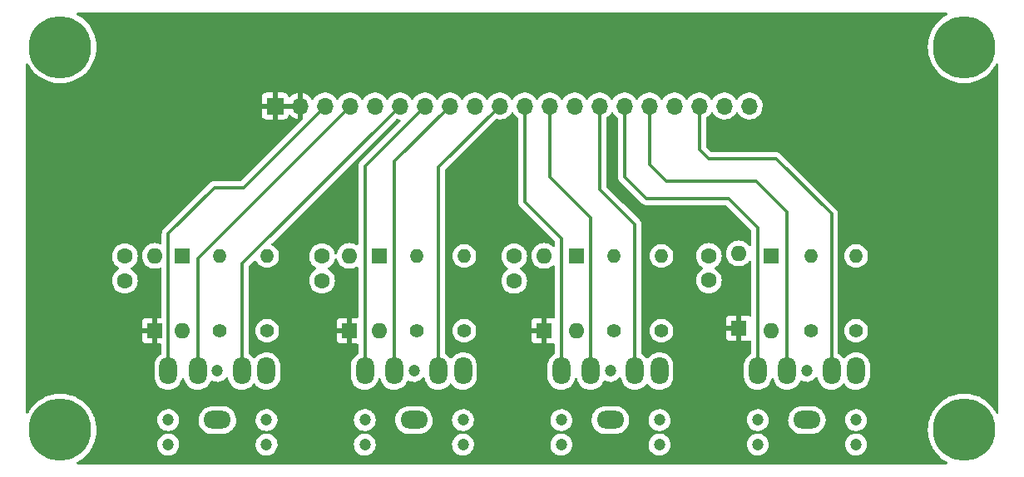
<source format=gtl>
%TF.GenerationSoftware,KiCad,Pcbnew,(6.0.1)*%
%TF.CreationDate,2022-10-05T11:56:28-04:00*%
%TF.ProjectId,MOD-SCF-JACKS,4d4f442d-5343-4462-9d4a-41434b532e6b,rev?*%
%TF.SameCoordinates,Original*%
%TF.FileFunction,Copper,L1,Top*%
%TF.FilePolarity,Positive*%
%FSLAX46Y46*%
G04 Gerber Fmt 4.6, Leading zero omitted, Abs format (unit mm)*
G04 Created by KiCad (PCBNEW (6.0.1)) date 2022-10-05 11:56:28*
%MOMM*%
%LPD*%
G01*
G04 APERTURE LIST*
%TA.AperFunction,ComponentPad*%
%ADD10C,6.350000*%
%TD*%
%TA.AperFunction,ComponentPad*%
%ADD11C,1.400000*%
%TD*%
%TA.AperFunction,ComponentPad*%
%ADD12O,1.400000X1.400000*%
%TD*%
%TA.AperFunction,ComponentPad*%
%ADD13C,1.200000*%
%TD*%
%TA.AperFunction,ComponentPad*%
%ADD14O,1.800000X2.800000*%
%TD*%
%TA.AperFunction,ComponentPad*%
%ADD15O,2.800000X1.800000*%
%TD*%
%TA.AperFunction,ComponentPad*%
%ADD16R,1.600000X1.600000*%
%TD*%
%TA.AperFunction,ComponentPad*%
%ADD17O,1.600000X1.600000*%
%TD*%
%TA.AperFunction,ComponentPad*%
%ADD18C,1.600000*%
%TD*%
%TA.AperFunction,ComponentPad*%
%ADD19R,1.700000X1.700000*%
%TD*%
%TA.AperFunction,ComponentPad*%
%ADD20O,1.700000X1.700000*%
%TD*%
%TA.AperFunction,Conductor*%
%ADD21C,0.304800*%
%TD*%
G04 APERTURE END LIST*
D10*
%TO.P,MTG1,1*%
%TO.N,N/C*%
X94000000Y-83000000D03*
%TD*%
D11*
%TO.P,R8,1*%
%TO.N,GND*%
X170434000Y-72898000D03*
D12*
%TO.P,R8,2*%
%TO.N,/TIP4*%
X170434000Y-65278000D03*
%TD*%
D13*
%TO.P,J2,90*%
%TO.N,N/C*%
X125000000Y-82000000D03*
X135000000Y-82000000D03*
X130000000Y-77000000D03*
X125000000Y-84500000D03*
X135000000Y-84500000D03*
D14*
%TO.P,J2,R*%
%TO.N,/RING2*%
X125000000Y-77000000D03*
%TO.P,J2,RN*%
%TO.N,/RING2N*%
X128000000Y-77000000D03*
D15*
%TO.P,J2,S*%
%TO.N,GND*%
X130000000Y-82000000D03*
D14*
%TO.P,J2,T*%
%TO.N,Net-(J2-PadT)*%
X135000000Y-77000000D03*
%TO.P,J2,TN*%
%TO.N,/TIP2N*%
X132500000Y-77000000D03*
%TD*%
D16*
%TO.P,D8,1,K*%
%TO.N,/TIP4*%
X166370000Y-65278000D03*
D17*
%TO.P,D8,2,A*%
%TO.N,GND*%
X166370000Y-72898000D03*
%TD*%
D11*
%TO.P,R1,1*%
%TO.N,Net-(J1-PadT)*%
X115062000Y-72898000D03*
D12*
%TO.P,R1,2*%
%TO.N,/TIP1*%
X115062000Y-65278000D03*
%TD*%
D16*
%TO.P,D4,1,K*%
%TO.N,VCC*%
X163068000Y-72644000D03*
D17*
%TO.P,D4,2,A*%
%TO.N,/TIP4*%
X163068000Y-65024000D03*
%TD*%
D11*
%TO.P,R3,1*%
%TO.N,Net-(J3-PadT)*%
X155194000Y-72898000D03*
D12*
%TO.P,R3,2*%
%TO.N,/TIP3*%
X155194000Y-65278000D03*
%TD*%
D16*
%TO.P,D5,1,K*%
%TO.N,/TIP1*%
X106426000Y-65278000D03*
D17*
%TO.P,D5,2,A*%
%TO.N,GND*%
X106426000Y-72898000D03*
%TD*%
D18*
%TO.P,C3,1*%
%TO.N,/TIP3*%
X140208000Y-65318000D03*
%TO.P,C3,2*%
%TO.N,GND*%
X140208000Y-67818000D03*
%TD*%
D16*
%TO.P,D2,1,K*%
%TO.N,VCC*%
X123444000Y-72898000D03*
D17*
%TO.P,D2,2,A*%
%TO.N,/TIP2*%
X123444000Y-65278000D03*
%TD*%
D16*
%TO.P,D1,1,K*%
%TO.N,VCC*%
X103632000Y-72898000D03*
D17*
%TO.P,D1,2,A*%
%TO.N,/TIP1*%
X103632000Y-65278000D03*
%TD*%
D16*
%TO.P,D3,1,K*%
%TO.N,VCC*%
X143256000Y-72898000D03*
D17*
%TO.P,D3,2,A*%
%TO.N,/TIP3*%
X143256000Y-65278000D03*
%TD*%
D16*
%TO.P,D6,1,K*%
%TO.N,/TIP2*%
X126492000Y-65278000D03*
D17*
%TO.P,D6,2,A*%
%TO.N,GND*%
X126492000Y-72898000D03*
%TD*%
D16*
%TO.P,D7,1,K*%
%TO.N,/TIP3*%
X146558000Y-65278000D03*
D17*
%TO.P,D7,2,A*%
%TO.N,GND*%
X146558000Y-72898000D03*
%TD*%
D10*
%TO.P,MTG3,1*%
%TO.N,N/C*%
X94000000Y-44000000D03*
%TD*%
D11*
%TO.P,R6,1*%
%TO.N,GND*%
X130302000Y-72898000D03*
D12*
%TO.P,R6,2*%
%TO.N,/TIP2*%
X130302000Y-65278000D03*
%TD*%
D13*
%TO.P,J4,90*%
%TO.N,N/C*%
X165000000Y-82000000D03*
X175000000Y-82000000D03*
X165000000Y-84500000D03*
X170000000Y-77000000D03*
X175000000Y-84500000D03*
D14*
%TO.P,J4,R*%
%TO.N,/RING4*%
X165000000Y-77000000D03*
%TO.P,J4,RN*%
%TO.N,/RING4N*%
X168000000Y-77000000D03*
D15*
%TO.P,J4,S*%
%TO.N,GND*%
X170000000Y-82000000D03*
D14*
%TO.P,J4,T*%
%TO.N,Net-(J4-PadT)*%
X175000000Y-77000000D03*
%TO.P,J4,TN*%
%TO.N,/TIP4N*%
X172500000Y-77000000D03*
%TD*%
D19*
%TO.P,J5,1,Pin_1*%
%TO.N,VCC*%
X115875000Y-50000000D03*
D20*
%TO.P,J5,2,Pin_2*%
X118415000Y-50000000D03*
%TO.P,J5,3,Pin_3*%
%TO.N,/RING1*%
X120955000Y-50000000D03*
%TO.P,J5,4,Pin_4*%
%TO.N,/RING1N*%
X123495000Y-50000000D03*
%TO.P,J5,5,Pin_5*%
%TO.N,/TIP1*%
X126035000Y-50000000D03*
%TO.P,J5,6,Pin_6*%
%TO.N,/TIP1N*%
X128575000Y-50000000D03*
%TO.P,J5,7,Pin_7*%
%TO.N,/RING2*%
X131115000Y-50000000D03*
%TO.P,J5,8,Pin_8*%
%TO.N,/RING2N*%
X133655000Y-50000000D03*
%TO.P,J5,9,Pin_9*%
%TO.N,/TIP2*%
X136195000Y-50000000D03*
%TO.P,J5,10,Pin_10*%
%TO.N,/TIP2N*%
X138735000Y-50000000D03*
%TO.P,J5,11,Pin_11*%
%TO.N,/RING3*%
X141275000Y-50000000D03*
%TO.P,J5,12,Pin_12*%
%TO.N,/RING3N*%
X143815000Y-50000000D03*
%TO.P,J5,13,Pin_13*%
%TO.N,/TIP3*%
X146355000Y-50000000D03*
%TO.P,J5,14,Pin_14*%
%TO.N,/TIP3N*%
X148895000Y-50000000D03*
%TO.P,J5,15,Pin_15*%
%TO.N,/RING4*%
X151435000Y-50000000D03*
%TO.P,J5,16,Pin_16*%
%TO.N,/RING4N*%
X153975000Y-50000000D03*
%TO.P,J5,17,Pin_17*%
%TO.N,/TIP4*%
X156515000Y-50000000D03*
%TO.P,J5,18,Pin_18*%
%TO.N,/TIP4N*%
X159055000Y-50000000D03*
%TO.P,J5,19,Pin_19*%
%TO.N,GND*%
X161595000Y-50000000D03*
%TO.P,J5,20,Pin_20*%
X164135000Y-50000000D03*
%TD*%
D13*
%TO.P,J1,90*%
%TO.N,N/C*%
X110000000Y-77000000D03*
X105000000Y-82000000D03*
X105000000Y-84500000D03*
X115000000Y-84500000D03*
X115000000Y-82000000D03*
D14*
%TO.P,J1,R*%
%TO.N,/RING1*%
X105000000Y-77000000D03*
%TO.P,J1,RN*%
%TO.N,/RING1N*%
X108000000Y-77000000D03*
D15*
%TO.P,J1,S*%
%TO.N,GND*%
X110000000Y-82000000D03*
D14*
%TO.P,J1,T*%
%TO.N,Net-(J1-PadT)*%
X115000000Y-77000000D03*
%TO.P,J1,TN*%
%TO.N,/TIP1N*%
X112500000Y-77000000D03*
%TD*%
D18*
%TO.P,C1,1*%
%TO.N,/TIP1*%
X100584000Y-65298000D03*
%TO.P,C1,2*%
%TO.N,GND*%
X100584000Y-67798000D03*
%TD*%
%TO.P,C2,1*%
%TO.N,/TIP2*%
X120650000Y-65298000D03*
%TO.P,C2,2*%
%TO.N,GND*%
X120650000Y-67798000D03*
%TD*%
%TO.P,C4,1*%
%TO.N,/TIP4*%
X160020000Y-65278000D03*
%TO.P,C4,2*%
%TO.N,GND*%
X160020000Y-67778000D03*
%TD*%
D11*
%TO.P,R4,1*%
%TO.N,Net-(J4-PadT)*%
X175006000Y-72898000D03*
D12*
%TO.P,R4,2*%
%TO.N,/TIP4*%
X175006000Y-65278000D03*
%TD*%
D13*
%TO.P,J3,90*%
%TO.N,N/C*%
X155000000Y-82000000D03*
X150000000Y-77000000D03*
X155000000Y-84500000D03*
X145000000Y-84500000D03*
X145000000Y-82000000D03*
D14*
%TO.P,J3,R*%
%TO.N,/RING3*%
X145000000Y-77000000D03*
%TO.P,J3,RN*%
%TO.N,/RING3N*%
X148000000Y-77000000D03*
D15*
%TO.P,J3,S*%
%TO.N,GND*%
X150000000Y-82000000D03*
D14*
%TO.P,J3,T*%
%TO.N,Net-(J3-PadT)*%
X155000000Y-77000000D03*
%TO.P,J3,TN*%
%TO.N,/TIP3N*%
X152500000Y-77000000D03*
%TD*%
D11*
%TO.P,R7,1*%
%TO.N,GND*%
X150368000Y-72898000D03*
D12*
%TO.P,R7,2*%
%TO.N,/TIP3*%
X150368000Y-65278000D03*
%TD*%
D11*
%TO.P,R5,1*%
%TO.N,GND*%
X110236000Y-72898000D03*
D12*
%TO.P,R5,2*%
%TO.N,/TIP1*%
X110236000Y-65278000D03*
%TD*%
D10*
%TO.P,MTG2,1*%
%TO.N,N/C*%
X186000000Y-83000000D03*
%TD*%
%TO.P,MTG4,1*%
%TO.N,N/C*%
X186000000Y-44000000D03*
%TD*%
D11*
%TO.P,R2,1*%
%TO.N,Net-(J2-PadT)*%
X135128000Y-72898000D03*
D12*
%TO.P,R2,2*%
%TO.N,/TIP2*%
X135128000Y-65278000D03*
%TD*%
D21*
%TO.N,/RING3*%
X141275000Y-59741000D02*
X141275000Y-50000000D01*
X145000000Y-63466000D02*
X141275000Y-59741000D01*
X145000000Y-77000000D02*
X145000000Y-63466000D01*
%TO.N,/RING1*%
X112655500Y-58299500D02*
X120955000Y-50000000D01*
X109721500Y-58299500D02*
X112655500Y-58299500D01*
X105000000Y-77000000D02*
X105000000Y-63021000D01*
X105000000Y-63021000D02*
X109721500Y-58299500D01*
%TO.N,/RING1N*%
X108000000Y-65495000D02*
X123495000Y-50000000D01*
X108000000Y-77000000D02*
X108000000Y-65495000D01*
%TO.N,/TIP1N*%
X112500000Y-77000000D02*
X112500000Y-66075000D01*
X112500000Y-66075000D02*
X128575000Y-50000000D01*
%TO.N,/RING2N*%
X128000000Y-77000000D02*
X128000000Y-55655000D01*
X128000000Y-55655000D02*
X133655000Y-50000000D01*
%TO.N,/RING2*%
X125000000Y-56115000D02*
X131115000Y-50000000D01*
X125000000Y-77000000D02*
X125000000Y-56115000D01*
%TO.N,/TIP2N*%
X132500000Y-77000000D02*
X132500000Y-56235000D01*
X132500000Y-56235000D02*
X138735000Y-50000000D01*
%TO.N,/RING3N*%
X148000000Y-61386000D02*
X143815000Y-57201000D01*
X148000000Y-77000000D02*
X148000000Y-61386000D01*
X143815000Y-57201000D02*
X143815000Y-50000000D01*
%TO.N,/TIP3N*%
X152500000Y-77000000D02*
X152500000Y-62076000D01*
X152500000Y-62076000D02*
X148895000Y-58471000D01*
X148895000Y-58471000D02*
X148895000Y-50000000D01*
%TO.N,/RING4N*%
X168000000Y-77000000D02*
X168000000Y-60812000D01*
X164846000Y-57658000D02*
X155702000Y-57658000D01*
X153975000Y-55931000D02*
X153975000Y-50000000D01*
X155702000Y-57658000D02*
X153975000Y-55931000D01*
X168000000Y-60812000D02*
X164846000Y-57658000D01*
%TO.N,/RING4*%
X165000000Y-77000000D02*
X165000000Y-62384000D01*
X165000000Y-62384000D02*
X162052000Y-59436000D01*
X153670000Y-59436000D02*
X151435000Y-57201000D01*
X151435000Y-57201000D02*
X151435000Y-50000000D01*
X162052000Y-59436000D02*
X153670000Y-59436000D01*
%TO.N,/TIP4N*%
X172500000Y-77000000D02*
X172500000Y-60994000D01*
X166878000Y-55372000D02*
X160020000Y-55372000D01*
X172500000Y-60994000D02*
X166878000Y-55372000D01*
X159055000Y-54407000D02*
X159055000Y-50000000D01*
X160020000Y-55372000D02*
X159055000Y-54407000D01*
%TD*%
%TA.AperFunction,Conductor*%
%TO.N,VCC*%
G36*
X184283123Y-40528002D02*
G01*
X184329616Y-40581658D01*
X184339720Y-40651932D01*
X184310226Y-40716512D01*
X184272205Y-40746267D01*
X184155723Y-40805618D01*
X183831922Y-41015896D01*
X183531875Y-41258869D01*
X183258869Y-41531875D01*
X183015896Y-41831922D01*
X182805618Y-42155723D01*
X182630337Y-42499730D01*
X182491976Y-42860174D01*
X182392049Y-43233106D01*
X182391533Y-43236367D01*
X182332873Y-43606728D01*
X182331651Y-43614441D01*
X182311445Y-44000000D01*
X182331651Y-44385559D01*
X182392049Y-44766894D01*
X182491976Y-45139826D01*
X182630337Y-45500270D01*
X182631835Y-45503210D01*
X182804119Y-45841335D01*
X182805618Y-45844277D01*
X183015896Y-46168078D01*
X183258869Y-46468125D01*
X183531875Y-46741131D01*
X183831922Y-46984104D01*
X184155722Y-47194382D01*
X184158656Y-47195877D01*
X184158663Y-47195881D01*
X184496790Y-47368165D01*
X184499730Y-47369663D01*
X184860174Y-47508024D01*
X185233106Y-47607951D01*
X185435643Y-47640030D01*
X185611193Y-47667835D01*
X185611201Y-47667836D01*
X185614441Y-47668349D01*
X186000000Y-47688555D01*
X186385559Y-47668349D01*
X186388799Y-47667836D01*
X186388807Y-47667835D01*
X186564357Y-47640030D01*
X186766894Y-47607951D01*
X187139826Y-47508024D01*
X187500270Y-47369663D01*
X187503210Y-47368165D01*
X187841337Y-47195881D01*
X187841344Y-47195877D01*
X187844278Y-47194382D01*
X188168078Y-46984104D01*
X188468125Y-46741131D01*
X188741131Y-46468125D01*
X188984104Y-46168078D01*
X189194382Y-45844277D01*
X189253733Y-45727795D01*
X189302482Y-45676180D01*
X189371397Y-45659114D01*
X189438598Y-45682015D01*
X189482750Y-45737613D01*
X189492000Y-45784998D01*
X189492000Y-81215002D01*
X189471998Y-81283123D01*
X189418342Y-81329616D01*
X189348068Y-81339720D01*
X189283488Y-81310226D01*
X189253733Y-81272205D01*
X189195881Y-81158665D01*
X189194382Y-81155723D01*
X188984104Y-80831922D01*
X188741131Y-80531875D01*
X188468125Y-80258869D01*
X188168078Y-80015896D01*
X187844278Y-79805618D01*
X187841344Y-79804123D01*
X187841337Y-79804119D01*
X187503210Y-79631835D01*
X187500270Y-79630337D01*
X187139826Y-79491976D01*
X186766894Y-79392049D01*
X186564357Y-79359970D01*
X186388807Y-79332165D01*
X186388799Y-79332164D01*
X186385559Y-79331651D01*
X186000000Y-79311445D01*
X185614441Y-79331651D01*
X185611201Y-79332164D01*
X185611193Y-79332165D01*
X185435643Y-79359970D01*
X185233106Y-79392049D01*
X184860174Y-79491976D01*
X184499730Y-79630337D01*
X184496790Y-79631835D01*
X184158664Y-79804119D01*
X184158657Y-79804123D01*
X184155723Y-79805618D01*
X183831922Y-80015896D01*
X183531875Y-80258869D01*
X183258869Y-80531875D01*
X183015896Y-80831922D01*
X182805618Y-81155723D01*
X182804123Y-81158657D01*
X182804119Y-81158664D01*
X182671813Y-81418329D01*
X182630337Y-81499730D01*
X182629153Y-81502815D01*
X182504432Y-81827726D01*
X182491976Y-81860174D01*
X182392049Y-82233106D01*
X182359970Y-82435643D01*
X182344736Y-82531828D01*
X182331651Y-82614441D01*
X182311445Y-83000000D01*
X182331651Y-83385559D01*
X182332164Y-83388799D01*
X182332165Y-83388807D01*
X182338922Y-83431468D01*
X182392049Y-83766894D01*
X182491976Y-84139826D01*
X182630337Y-84500270D01*
X182631835Y-84503210D01*
X182765404Y-84765352D01*
X182805618Y-84844277D01*
X182807414Y-84847043D01*
X182807416Y-84847046D01*
X182823368Y-84871610D01*
X183015896Y-85168078D01*
X183258869Y-85468125D01*
X183531875Y-85741131D01*
X183831922Y-85984104D01*
X184155722Y-86194382D01*
X184158656Y-86195877D01*
X184158663Y-86195881D01*
X184272205Y-86253733D01*
X184323820Y-86302481D01*
X184340886Y-86371396D01*
X184317985Y-86438598D01*
X184262388Y-86482750D01*
X184215002Y-86492000D01*
X95784998Y-86492000D01*
X95716877Y-86471998D01*
X95670384Y-86418342D01*
X95660280Y-86348068D01*
X95689774Y-86283488D01*
X95727795Y-86253733D01*
X95841337Y-86195881D01*
X95841344Y-86195877D01*
X95844278Y-86194382D01*
X96168078Y-85984104D01*
X96468125Y-85741131D01*
X96741131Y-85468125D01*
X96984104Y-85168078D01*
X97176632Y-84871610D01*
X97192584Y-84847046D01*
X97192586Y-84847043D01*
X97194382Y-84844277D01*
X97234597Y-84765352D01*
X97368165Y-84503210D01*
X97369663Y-84500270D01*
X97380953Y-84470859D01*
X103887132Y-84470859D01*
X103900457Y-84674151D01*
X103950605Y-84871610D01*
X104035898Y-85056624D01*
X104153479Y-85222997D01*
X104299410Y-85365157D01*
X104304206Y-85368362D01*
X104304209Y-85368364D01*
X104372149Y-85413760D01*
X104468803Y-85478342D01*
X104474106Y-85480620D01*
X104474109Y-85480622D01*
X104563115Y-85518862D01*
X104655987Y-85558763D01*
X104728817Y-85575243D01*
X104849055Y-85602450D01*
X104849060Y-85602451D01*
X104854692Y-85603725D01*
X104860463Y-85603952D01*
X104860465Y-85603952D01*
X104923470Y-85606427D01*
X105058263Y-85611723D01*
X105259883Y-85582490D01*
X105265347Y-85580635D01*
X105265352Y-85580634D01*
X105447327Y-85518862D01*
X105447332Y-85518860D01*
X105452799Y-85517004D01*
X105630551Y-85417458D01*
X105787186Y-85287186D01*
X105917458Y-85130551D01*
X106017004Y-84952799D01*
X106018860Y-84947332D01*
X106018862Y-84947327D01*
X106080634Y-84765352D01*
X106080635Y-84765347D01*
X106082490Y-84759883D01*
X106111723Y-84558263D01*
X106113249Y-84500000D01*
X106110571Y-84470859D01*
X113887132Y-84470859D01*
X113900457Y-84674151D01*
X113950605Y-84871610D01*
X114035898Y-85056624D01*
X114153479Y-85222997D01*
X114299410Y-85365157D01*
X114304206Y-85368362D01*
X114304209Y-85368364D01*
X114372149Y-85413760D01*
X114468803Y-85478342D01*
X114474106Y-85480620D01*
X114474109Y-85480622D01*
X114563115Y-85518862D01*
X114655987Y-85558763D01*
X114728817Y-85575243D01*
X114849055Y-85602450D01*
X114849060Y-85602451D01*
X114854692Y-85603725D01*
X114860463Y-85603952D01*
X114860465Y-85603952D01*
X114923470Y-85606427D01*
X115058263Y-85611723D01*
X115259883Y-85582490D01*
X115265347Y-85580635D01*
X115265352Y-85580634D01*
X115447327Y-85518862D01*
X115447332Y-85518860D01*
X115452799Y-85517004D01*
X115630551Y-85417458D01*
X115787186Y-85287186D01*
X115917458Y-85130551D01*
X116017004Y-84952799D01*
X116018860Y-84947332D01*
X116018862Y-84947327D01*
X116080634Y-84765352D01*
X116080635Y-84765347D01*
X116082490Y-84759883D01*
X116111723Y-84558263D01*
X116113249Y-84500000D01*
X116110571Y-84470859D01*
X123887132Y-84470859D01*
X123900457Y-84674151D01*
X123950605Y-84871610D01*
X124035898Y-85056624D01*
X124153479Y-85222997D01*
X124299410Y-85365157D01*
X124304206Y-85368362D01*
X124304209Y-85368364D01*
X124372149Y-85413760D01*
X124468803Y-85478342D01*
X124474106Y-85480620D01*
X124474109Y-85480622D01*
X124563115Y-85518862D01*
X124655987Y-85558763D01*
X124728817Y-85575243D01*
X124849055Y-85602450D01*
X124849060Y-85602451D01*
X124854692Y-85603725D01*
X124860463Y-85603952D01*
X124860465Y-85603952D01*
X124923470Y-85606427D01*
X125058263Y-85611723D01*
X125259883Y-85582490D01*
X125265347Y-85580635D01*
X125265352Y-85580634D01*
X125447327Y-85518862D01*
X125447332Y-85518860D01*
X125452799Y-85517004D01*
X125630551Y-85417458D01*
X125787186Y-85287186D01*
X125917458Y-85130551D01*
X126017004Y-84952799D01*
X126018860Y-84947332D01*
X126018862Y-84947327D01*
X126080634Y-84765352D01*
X126080635Y-84765347D01*
X126082490Y-84759883D01*
X126111723Y-84558263D01*
X126113249Y-84500000D01*
X126110571Y-84470859D01*
X133887132Y-84470859D01*
X133900457Y-84674151D01*
X133950605Y-84871610D01*
X134035898Y-85056624D01*
X134153479Y-85222997D01*
X134299410Y-85365157D01*
X134304206Y-85368362D01*
X134304209Y-85368364D01*
X134372149Y-85413760D01*
X134468803Y-85478342D01*
X134474106Y-85480620D01*
X134474109Y-85480622D01*
X134563115Y-85518862D01*
X134655987Y-85558763D01*
X134728817Y-85575243D01*
X134849055Y-85602450D01*
X134849060Y-85602451D01*
X134854692Y-85603725D01*
X134860463Y-85603952D01*
X134860465Y-85603952D01*
X134923470Y-85606427D01*
X135058263Y-85611723D01*
X135259883Y-85582490D01*
X135265347Y-85580635D01*
X135265352Y-85580634D01*
X135447327Y-85518862D01*
X135447332Y-85518860D01*
X135452799Y-85517004D01*
X135630551Y-85417458D01*
X135787186Y-85287186D01*
X135917458Y-85130551D01*
X136017004Y-84952799D01*
X136018860Y-84947332D01*
X136018862Y-84947327D01*
X136080634Y-84765352D01*
X136080635Y-84765347D01*
X136082490Y-84759883D01*
X136111723Y-84558263D01*
X136113249Y-84500000D01*
X136110571Y-84470859D01*
X143887132Y-84470859D01*
X143900457Y-84674151D01*
X143950605Y-84871610D01*
X144035898Y-85056624D01*
X144153479Y-85222997D01*
X144299410Y-85365157D01*
X144304206Y-85368362D01*
X144304209Y-85368364D01*
X144372149Y-85413760D01*
X144468803Y-85478342D01*
X144474106Y-85480620D01*
X144474109Y-85480622D01*
X144563115Y-85518862D01*
X144655987Y-85558763D01*
X144728817Y-85575243D01*
X144849055Y-85602450D01*
X144849060Y-85602451D01*
X144854692Y-85603725D01*
X144860463Y-85603952D01*
X144860465Y-85603952D01*
X144923470Y-85606427D01*
X145058263Y-85611723D01*
X145259883Y-85582490D01*
X145265347Y-85580635D01*
X145265352Y-85580634D01*
X145447327Y-85518862D01*
X145447332Y-85518860D01*
X145452799Y-85517004D01*
X145630551Y-85417458D01*
X145787186Y-85287186D01*
X145917458Y-85130551D01*
X146017004Y-84952799D01*
X146018860Y-84947332D01*
X146018862Y-84947327D01*
X146080634Y-84765352D01*
X146080635Y-84765347D01*
X146082490Y-84759883D01*
X146111723Y-84558263D01*
X146113249Y-84500000D01*
X146110571Y-84470859D01*
X153887132Y-84470859D01*
X153900457Y-84674151D01*
X153950605Y-84871610D01*
X154035898Y-85056624D01*
X154153479Y-85222997D01*
X154299410Y-85365157D01*
X154304206Y-85368362D01*
X154304209Y-85368364D01*
X154372149Y-85413760D01*
X154468803Y-85478342D01*
X154474106Y-85480620D01*
X154474109Y-85480622D01*
X154563115Y-85518862D01*
X154655987Y-85558763D01*
X154728817Y-85575243D01*
X154849055Y-85602450D01*
X154849060Y-85602451D01*
X154854692Y-85603725D01*
X154860463Y-85603952D01*
X154860465Y-85603952D01*
X154923470Y-85606427D01*
X155058263Y-85611723D01*
X155259883Y-85582490D01*
X155265347Y-85580635D01*
X155265352Y-85580634D01*
X155447327Y-85518862D01*
X155447332Y-85518860D01*
X155452799Y-85517004D01*
X155630551Y-85417458D01*
X155787186Y-85287186D01*
X155917458Y-85130551D01*
X156017004Y-84952799D01*
X156018860Y-84947332D01*
X156018862Y-84947327D01*
X156080634Y-84765352D01*
X156080635Y-84765347D01*
X156082490Y-84759883D01*
X156111723Y-84558263D01*
X156113249Y-84500000D01*
X156110571Y-84470859D01*
X163887132Y-84470859D01*
X163900457Y-84674151D01*
X163950605Y-84871610D01*
X164035898Y-85056624D01*
X164153479Y-85222997D01*
X164299410Y-85365157D01*
X164304206Y-85368362D01*
X164304209Y-85368364D01*
X164372149Y-85413760D01*
X164468803Y-85478342D01*
X164474106Y-85480620D01*
X164474109Y-85480622D01*
X164563115Y-85518862D01*
X164655987Y-85558763D01*
X164728817Y-85575243D01*
X164849055Y-85602450D01*
X164849060Y-85602451D01*
X164854692Y-85603725D01*
X164860463Y-85603952D01*
X164860465Y-85603952D01*
X164923470Y-85606427D01*
X165058263Y-85611723D01*
X165259883Y-85582490D01*
X165265347Y-85580635D01*
X165265352Y-85580634D01*
X165447327Y-85518862D01*
X165447332Y-85518860D01*
X165452799Y-85517004D01*
X165630551Y-85417458D01*
X165787186Y-85287186D01*
X165917458Y-85130551D01*
X166017004Y-84952799D01*
X166018860Y-84947332D01*
X166018862Y-84947327D01*
X166080634Y-84765352D01*
X166080635Y-84765347D01*
X166082490Y-84759883D01*
X166111723Y-84558263D01*
X166113249Y-84500000D01*
X166110571Y-84470859D01*
X173887132Y-84470859D01*
X173900457Y-84674151D01*
X173950605Y-84871610D01*
X174035898Y-85056624D01*
X174153479Y-85222997D01*
X174299410Y-85365157D01*
X174304206Y-85368362D01*
X174304209Y-85368364D01*
X174372149Y-85413760D01*
X174468803Y-85478342D01*
X174474106Y-85480620D01*
X174474109Y-85480622D01*
X174563115Y-85518862D01*
X174655987Y-85558763D01*
X174728817Y-85575243D01*
X174849055Y-85602450D01*
X174849060Y-85602451D01*
X174854692Y-85603725D01*
X174860463Y-85603952D01*
X174860465Y-85603952D01*
X174923470Y-85606427D01*
X175058263Y-85611723D01*
X175259883Y-85582490D01*
X175265347Y-85580635D01*
X175265352Y-85580634D01*
X175447327Y-85518862D01*
X175447332Y-85518860D01*
X175452799Y-85517004D01*
X175630551Y-85417458D01*
X175787186Y-85287186D01*
X175917458Y-85130551D01*
X176017004Y-84952799D01*
X176018860Y-84947332D01*
X176018862Y-84947327D01*
X176080634Y-84765352D01*
X176080635Y-84765347D01*
X176082490Y-84759883D01*
X176111723Y-84558263D01*
X176113249Y-84500000D01*
X176094608Y-84297126D01*
X176058153Y-84167868D01*
X176040875Y-84106606D01*
X176040874Y-84106604D01*
X176039307Y-84101047D01*
X176028680Y-84079496D01*
X175951756Y-83923510D01*
X175949201Y-83918329D01*
X175930796Y-83893681D01*
X175830758Y-83759715D01*
X175830758Y-83759714D01*
X175827305Y-83755091D01*
X175677703Y-83616800D01*
X175631675Y-83587759D01*
X175510288Y-83511169D01*
X175510283Y-83511167D01*
X175505404Y-83508088D01*
X175316180Y-83432595D01*
X175116366Y-83392849D01*
X175110592Y-83392773D01*
X175110588Y-83392773D01*
X175007452Y-83391424D01*
X174912655Y-83390183D01*
X174906958Y-83391162D01*
X174906957Y-83391162D01*
X174717567Y-83423705D01*
X174711870Y-83424684D01*
X174520734Y-83495198D01*
X174345649Y-83599363D01*
X174192478Y-83733690D01*
X174188911Y-83738215D01*
X174188906Y-83738220D01*
X174102331Y-83848040D01*
X174066351Y-83893681D01*
X173971492Y-84073978D01*
X173911078Y-84268543D01*
X173887132Y-84470859D01*
X166110571Y-84470859D01*
X166094608Y-84297126D01*
X166058153Y-84167868D01*
X166040875Y-84106606D01*
X166040874Y-84106604D01*
X166039307Y-84101047D01*
X166028680Y-84079496D01*
X165951756Y-83923510D01*
X165949201Y-83918329D01*
X165930796Y-83893681D01*
X165830758Y-83759715D01*
X165830758Y-83759714D01*
X165827305Y-83755091D01*
X165677703Y-83616800D01*
X165631675Y-83587759D01*
X165510288Y-83511169D01*
X165510283Y-83511167D01*
X165505404Y-83508088D01*
X165316180Y-83432595D01*
X165116366Y-83392849D01*
X165110592Y-83392773D01*
X165110588Y-83392773D01*
X165007452Y-83391424D01*
X164912655Y-83390183D01*
X164906958Y-83391162D01*
X164906957Y-83391162D01*
X164717567Y-83423705D01*
X164711870Y-83424684D01*
X164520734Y-83495198D01*
X164345649Y-83599363D01*
X164192478Y-83733690D01*
X164188911Y-83738215D01*
X164188906Y-83738220D01*
X164102331Y-83848040D01*
X164066351Y-83893681D01*
X163971492Y-84073978D01*
X163911078Y-84268543D01*
X163887132Y-84470859D01*
X156110571Y-84470859D01*
X156094608Y-84297126D01*
X156058153Y-84167868D01*
X156040875Y-84106606D01*
X156040874Y-84106604D01*
X156039307Y-84101047D01*
X156028680Y-84079496D01*
X155951756Y-83923510D01*
X155949201Y-83918329D01*
X155930796Y-83893681D01*
X155830758Y-83759715D01*
X155830758Y-83759714D01*
X155827305Y-83755091D01*
X155677703Y-83616800D01*
X155631675Y-83587759D01*
X155510288Y-83511169D01*
X155510283Y-83511167D01*
X155505404Y-83508088D01*
X155316180Y-83432595D01*
X155116366Y-83392849D01*
X155110592Y-83392773D01*
X155110588Y-83392773D01*
X155007452Y-83391424D01*
X154912655Y-83390183D01*
X154906958Y-83391162D01*
X154906957Y-83391162D01*
X154717567Y-83423705D01*
X154711870Y-83424684D01*
X154520734Y-83495198D01*
X154345649Y-83599363D01*
X154192478Y-83733690D01*
X154188911Y-83738215D01*
X154188906Y-83738220D01*
X154102331Y-83848040D01*
X154066351Y-83893681D01*
X153971492Y-84073978D01*
X153911078Y-84268543D01*
X153887132Y-84470859D01*
X146110571Y-84470859D01*
X146094608Y-84297126D01*
X146058153Y-84167868D01*
X146040875Y-84106606D01*
X146040874Y-84106604D01*
X146039307Y-84101047D01*
X146028680Y-84079496D01*
X145951756Y-83923510D01*
X145949201Y-83918329D01*
X145930796Y-83893681D01*
X145830758Y-83759715D01*
X145830758Y-83759714D01*
X145827305Y-83755091D01*
X145677703Y-83616800D01*
X145631675Y-83587759D01*
X145510288Y-83511169D01*
X145510283Y-83511167D01*
X145505404Y-83508088D01*
X145316180Y-83432595D01*
X145116366Y-83392849D01*
X145110592Y-83392773D01*
X145110588Y-83392773D01*
X145007452Y-83391424D01*
X144912655Y-83390183D01*
X144906958Y-83391162D01*
X144906957Y-83391162D01*
X144717567Y-83423705D01*
X144711870Y-83424684D01*
X144520734Y-83495198D01*
X144345649Y-83599363D01*
X144192478Y-83733690D01*
X144188911Y-83738215D01*
X144188906Y-83738220D01*
X144102331Y-83848040D01*
X144066351Y-83893681D01*
X143971492Y-84073978D01*
X143911078Y-84268543D01*
X143887132Y-84470859D01*
X136110571Y-84470859D01*
X136094608Y-84297126D01*
X136058153Y-84167868D01*
X136040875Y-84106606D01*
X136040874Y-84106604D01*
X136039307Y-84101047D01*
X136028680Y-84079496D01*
X135951756Y-83923510D01*
X135949201Y-83918329D01*
X135930796Y-83893681D01*
X135830758Y-83759715D01*
X135830758Y-83759714D01*
X135827305Y-83755091D01*
X135677703Y-83616800D01*
X135631675Y-83587759D01*
X135510288Y-83511169D01*
X135510283Y-83511167D01*
X135505404Y-83508088D01*
X135316180Y-83432595D01*
X135116366Y-83392849D01*
X135110592Y-83392773D01*
X135110588Y-83392773D01*
X135007452Y-83391424D01*
X134912655Y-83390183D01*
X134906958Y-83391162D01*
X134906957Y-83391162D01*
X134717567Y-83423705D01*
X134711870Y-83424684D01*
X134520734Y-83495198D01*
X134345649Y-83599363D01*
X134192478Y-83733690D01*
X134188911Y-83738215D01*
X134188906Y-83738220D01*
X134102331Y-83848040D01*
X134066351Y-83893681D01*
X133971492Y-84073978D01*
X133911078Y-84268543D01*
X133887132Y-84470859D01*
X126110571Y-84470859D01*
X126094608Y-84297126D01*
X126058153Y-84167868D01*
X126040875Y-84106606D01*
X126040874Y-84106604D01*
X126039307Y-84101047D01*
X126028680Y-84079496D01*
X125951756Y-83923510D01*
X125949201Y-83918329D01*
X125930796Y-83893681D01*
X125830758Y-83759715D01*
X125830758Y-83759714D01*
X125827305Y-83755091D01*
X125677703Y-83616800D01*
X125631675Y-83587759D01*
X125510288Y-83511169D01*
X125510283Y-83511167D01*
X125505404Y-83508088D01*
X125316180Y-83432595D01*
X125116366Y-83392849D01*
X125110592Y-83392773D01*
X125110588Y-83392773D01*
X125007452Y-83391424D01*
X124912655Y-83390183D01*
X124906958Y-83391162D01*
X124906957Y-83391162D01*
X124717567Y-83423705D01*
X124711870Y-83424684D01*
X124520734Y-83495198D01*
X124345649Y-83599363D01*
X124192478Y-83733690D01*
X124188911Y-83738215D01*
X124188906Y-83738220D01*
X124102331Y-83848040D01*
X124066351Y-83893681D01*
X123971492Y-84073978D01*
X123911078Y-84268543D01*
X123887132Y-84470859D01*
X116110571Y-84470859D01*
X116094608Y-84297126D01*
X116058153Y-84167868D01*
X116040875Y-84106606D01*
X116040874Y-84106604D01*
X116039307Y-84101047D01*
X116028680Y-84079496D01*
X115951756Y-83923510D01*
X115949201Y-83918329D01*
X115930796Y-83893681D01*
X115830758Y-83759715D01*
X115830758Y-83759714D01*
X115827305Y-83755091D01*
X115677703Y-83616800D01*
X115631675Y-83587759D01*
X115510288Y-83511169D01*
X115510283Y-83511167D01*
X115505404Y-83508088D01*
X115316180Y-83432595D01*
X115116366Y-83392849D01*
X115110592Y-83392773D01*
X115110588Y-83392773D01*
X115007452Y-83391424D01*
X114912655Y-83390183D01*
X114906958Y-83391162D01*
X114906957Y-83391162D01*
X114717567Y-83423705D01*
X114711870Y-83424684D01*
X114520734Y-83495198D01*
X114345649Y-83599363D01*
X114192478Y-83733690D01*
X114188911Y-83738215D01*
X114188906Y-83738220D01*
X114102331Y-83848040D01*
X114066351Y-83893681D01*
X113971492Y-84073978D01*
X113911078Y-84268543D01*
X113887132Y-84470859D01*
X106110571Y-84470859D01*
X106094608Y-84297126D01*
X106058153Y-84167868D01*
X106040875Y-84106606D01*
X106040874Y-84106604D01*
X106039307Y-84101047D01*
X106028680Y-84079496D01*
X105951756Y-83923510D01*
X105949201Y-83918329D01*
X105930796Y-83893681D01*
X105830758Y-83759715D01*
X105830758Y-83759714D01*
X105827305Y-83755091D01*
X105677703Y-83616800D01*
X105631675Y-83587759D01*
X105510288Y-83511169D01*
X105510283Y-83511167D01*
X105505404Y-83508088D01*
X105316180Y-83432595D01*
X105116366Y-83392849D01*
X105110592Y-83392773D01*
X105110588Y-83392773D01*
X105007452Y-83391424D01*
X104912655Y-83390183D01*
X104906958Y-83391162D01*
X104906957Y-83391162D01*
X104717567Y-83423705D01*
X104711870Y-83424684D01*
X104520734Y-83495198D01*
X104345649Y-83599363D01*
X104192478Y-83733690D01*
X104188911Y-83738215D01*
X104188906Y-83738220D01*
X104102331Y-83848040D01*
X104066351Y-83893681D01*
X103971492Y-84073978D01*
X103911078Y-84268543D01*
X103887132Y-84470859D01*
X97380953Y-84470859D01*
X97508024Y-84139826D01*
X97607951Y-83766894D01*
X97661078Y-83431468D01*
X97667835Y-83388807D01*
X97667836Y-83388799D01*
X97668349Y-83385559D01*
X97688555Y-83000000D01*
X97668349Y-82614441D01*
X97655265Y-82531828D01*
X97640030Y-82435643D01*
X97607951Y-82233106D01*
X97537682Y-81970859D01*
X103887132Y-81970859D01*
X103900457Y-82174151D01*
X103950605Y-82371610D01*
X104035898Y-82556624D01*
X104153479Y-82722997D01*
X104299410Y-82865157D01*
X104304206Y-82868362D01*
X104304209Y-82868364D01*
X104441985Y-82960423D01*
X104468803Y-82978342D01*
X104474106Y-82980620D01*
X104474109Y-82980622D01*
X104563115Y-83018862D01*
X104655987Y-83058763D01*
X104728817Y-83075243D01*
X104849055Y-83102450D01*
X104849060Y-83102451D01*
X104854692Y-83103725D01*
X104860463Y-83103952D01*
X104860465Y-83103952D01*
X104923470Y-83106427D01*
X105058263Y-83111723D01*
X105259883Y-83082490D01*
X105265347Y-83080635D01*
X105265352Y-83080634D01*
X105447327Y-83018862D01*
X105447332Y-83018860D01*
X105452799Y-83017004D01*
X105459201Y-83013419D01*
X105548296Y-82963523D01*
X105630551Y-82917458D01*
X105787186Y-82787186D01*
X105917458Y-82630551D01*
X106017004Y-82452799D01*
X106018860Y-82447332D01*
X106018862Y-82447327D01*
X106080634Y-82265352D01*
X106080635Y-82265347D01*
X106082490Y-82259883D01*
X106111723Y-82058263D01*
X106113249Y-82000000D01*
X106107130Y-81933411D01*
X108087977Y-81933411D01*
X108096945Y-82172274D01*
X108098040Y-82177492D01*
X108139871Y-82376856D01*
X108146030Y-82406211D01*
X108233829Y-82628533D01*
X108357832Y-82832883D01*
X108361329Y-82836913D01*
X108503557Y-83000816D01*
X108514493Y-83013419D01*
X108518619Y-83016802D01*
X108518623Y-83016806D01*
X108567013Y-83056483D01*
X108699333Y-83164978D01*
X108703969Y-83167617D01*
X108703972Y-83167619D01*
X108817386Y-83232178D01*
X108907066Y-83283227D01*
X109131753Y-83364784D01*
X109137002Y-83365733D01*
X109137005Y-83365734D01*
X109362885Y-83406580D01*
X109362893Y-83406581D01*
X109366969Y-83407318D01*
X109385359Y-83408185D01*
X109390544Y-83408430D01*
X109390551Y-83408430D01*
X109392032Y-83408500D01*
X110560012Y-83408500D01*
X110738175Y-83393383D01*
X110743339Y-83392043D01*
X110743343Y-83392042D01*
X110964375Y-83334673D01*
X110964380Y-83334671D01*
X110969540Y-83333332D01*
X111086636Y-83280584D01*
X111182619Y-83237347D01*
X111182622Y-83237346D01*
X111187480Y-83235157D01*
X111385762Y-83101666D01*
X111558718Y-82936674D01*
X111701402Y-82744900D01*
X111714936Y-82718282D01*
X111807314Y-82536586D01*
X111807314Y-82536585D01*
X111809733Y-82531828D01*
X111861221Y-82366010D01*
X111879032Y-82308651D01*
X111879033Y-82308645D01*
X111880616Y-82303548D01*
X111912023Y-82066589D01*
X111911711Y-82058263D01*
X111908429Y-81970859D01*
X113887132Y-81970859D01*
X113900457Y-82174151D01*
X113950605Y-82371610D01*
X114035898Y-82556624D01*
X114153479Y-82722997D01*
X114299410Y-82865157D01*
X114304206Y-82868362D01*
X114304209Y-82868364D01*
X114441985Y-82960423D01*
X114468803Y-82978342D01*
X114474106Y-82980620D01*
X114474109Y-82980622D01*
X114563115Y-83018862D01*
X114655987Y-83058763D01*
X114728817Y-83075243D01*
X114849055Y-83102450D01*
X114849060Y-83102451D01*
X114854692Y-83103725D01*
X114860463Y-83103952D01*
X114860465Y-83103952D01*
X114923470Y-83106427D01*
X115058263Y-83111723D01*
X115259883Y-83082490D01*
X115265347Y-83080635D01*
X115265352Y-83080634D01*
X115447327Y-83018862D01*
X115447332Y-83018860D01*
X115452799Y-83017004D01*
X115459201Y-83013419D01*
X115548296Y-82963523D01*
X115630551Y-82917458D01*
X115787186Y-82787186D01*
X115917458Y-82630551D01*
X116017004Y-82452799D01*
X116018860Y-82447332D01*
X116018862Y-82447327D01*
X116080634Y-82265352D01*
X116080635Y-82265347D01*
X116082490Y-82259883D01*
X116111723Y-82058263D01*
X116113249Y-82000000D01*
X116110571Y-81970859D01*
X123887132Y-81970859D01*
X123900457Y-82174151D01*
X123950605Y-82371610D01*
X124035898Y-82556624D01*
X124153479Y-82722997D01*
X124299410Y-82865157D01*
X124304206Y-82868362D01*
X124304209Y-82868364D01*
X124441985Y-82960423D01*
X124468803Y-82978342D01*
X124474106Y-82980620D01*
X124474109Y-82980622D01*
X124563115Y-83018862D01*
X124655987Y-83058763D01*
X124728817Y-83075243D01*
X124849055Y-83102450D01*
X124849060Y-83102451D01*
X124854692Y-83103725D01*
X124860463Y-83103952D01*
X124860465Y-83103952D01*
X124923470Y-83106427D01*
X125058263Y-83111723D01*
X125259883Y-83082490D01*
X125265347Y-83080635D01*
X125265352Y-83080634D01*
X125447327Y-83018862D01*
X125447332Y-83018860D01*
X125452799Y-83017004D01*
X125459201Y-83013419D01*
X125548296Y-82963523D01*
X125630551Y-82917458D01*
X125787186Y-82787186D01*
X125917458Y-82630551D01*
X126017004Y-82452799D01*
X126018860Y-82447332D01*
X126018862Y-82447327D01*
X126080634Y-82265352D01*
X126080635Y-82265347D01*
X126082490Y-82259883D01*
X126111723Y-82058263D01*
X126113249Y-82000000D01*
X126107130Y-81933411D01*
X128087977Y-81933411D01*
X128096945Y-82172274D01*
X128098040Y-82177492D01*
X128139871Y-82376856D01*
X128146030Y-82406211D01*
X128233829Y-82628533D01*
X128357832Y-82832883D01*
X128361329Y-82836913D01*
X128503557Y-83000816D01*
X128514493Y-83013419D01*
X128518619Y-83016802D01*
X128518623Y-83016806D01*
X128567013Y-83056483D01*
X128699333Y-83164978D01*
X128703969Y-83167617D01*
X128703972Y-83167619D01*
X128817386Y-83232178D01*
X128907066Y-83283227D01*
X129131753Y-83364784D01*
X129137002Y-83365733D01*
X129137005Y-83365734D01*
X129362885Y-83406580D01*
X129362893Y-83406581D01*
X129366969Y-83407318D01*
X129385359Y-83408185D01*
X129390544Y-83408430D01*
X129390551Y-83408430D01*
X129392032Y-83408500D01*
X130560012Y-83408500D01*
X130738175Y-83393383D01*
X130743339Y-83392043D01*
X130743343Y-83392042D01*
X130964375Y-83334673D01*
X130964380Y-83334671D01*
X130969540Y-83333332D01*
X131086636Y-83280584D01*
X131182619Y-83237347D01*
X131182622Y-83237346D01*
X131187480Y-83235157D01*
X131385762Y-83101666D01*
X131558718Y-82936674D01*
X131701402Y-82744900D01*
X131714936Y-82718282D01*
X131807314Y-82536586D01*
X131807314Y-82536585D01*
X131809733Y-82531828D01*
X131861221Y-82366010D01*
X131879032Y-82308651D01*
X131879033Y-82308645D01*
X131880616Y-82303548D01*
X131912023Y-82066589D01*
X131911711Y-82058263D01*
X131908429Y-81970859D01*
X133887132Y-81970859D01*
X133900457Y-82174151D01*
X133950605Y-82371610D01*
X134035898Y-82556624D01*
X134153479Y-82722997D01*
X134299410Y-82865157D01*
X134304206Y-82868362D01*
X134304209Y-82868364D01*
X134441985Y-82960423D01*
X134468803Y-82978342D01*
X134474106Y-82980620D01*
X134474109Y-82980622D01*
X134563115Y-83018862D01*
X134655987Y-83058763D01*
X134728817Y-83075243D01*
X134849055Y-83102450D01*
X134849060Y-83102451D01*
X134854692Y-83103725D01*
X134860463Y-83103952D01*
X134860465Y-83103952D01*
X134923470Y-83106427D01*
X135058263Y-83111723D01*
X135259883Y-83082490D01*
X135265347Y-83080635D01*
X135265352Y-83080634D01*
X135447327Y-83018862D01*
X135447332Y-83018860D01*
X135452799Y-83017004D01*
X135459201Y-83013419D01*
X135548296Y-82963523D01*
X135630551Y-82917458D01*
X135787186Y-82787186D01*
X135917458Y-82630551D01*
X136017004Y-82452799D01*
X136018860Y-82447332D01*
X136018862Y-82447327D01*
X136080634Y-82265352D01*
X136080635Y-82265347D01*
X136082490Y-82259883D01*
X136111723Y-82058263D01*
X136113249Y-82000000D01*
X136110571Y-81970859D01*
X143887132Y-81970859D01*
X143900457Y-82174151D01*
X143950605Y-82371610D01*
X144035898Y-82556624D01*
X144153479Y-82722997D01*
X144299410Y-82865157D01*
X144304206Y-82868362D01*
X144304209Y-82868364D01*
X144441985Y-82960423D01*
X144468803Y-82978342D01*
X144474106Y-82980620D01*
X144474109Y-82980622D01*
X144563115Y-83018862D01*
X144655987Y-83058763D01*
X144728817Y-83075243D01*
X144849055Y-83102450D01*
X144849060Y-83102451D01*
X144854692Y-83103725D01*
X144860463Y-83103952D01*
X144860465Y-83103952D01*
X144923470Y-83106427D01*
X145058263Y-83111723D01*
X145259883Y-83082490D01*
X145265347Y-83080635D01*
X145265352Y-83080634D01*
X145447327Y-83018862D01*
X145447332Y-83018860D01*
X145452799Y-83017004D01*
X145459201Y-83013419D01*
X145548296Y-82963523D01*
X145630551Y-82917458D01*
X145787186Y-82787186D01*
X145917458Y-82630551D01*
X146017004Y-82452799D01*
X146018860Y-82447332D01*
X146018862Y-82447327D01*
X146080634Y-82265352D01*
X146080635Y-82265347D01*
X146082490Y-82259883D01*
X146111723Y-82058263D01*
X146113249Y-82000000D01*
X146107130Y-81933411D01*
X148087977Y-81933411D01*
X148096945Y-82172274D01*
X148098040Y-82177492D01*
X148139871Y-82376856D01*
X148146030Y-82406211D01*
X148233829Y-82628533D01*
X148357832Y-82832883D01*
X148361329Y-82836913D01*
X148503557Y-83000816D01*
X148514493Y-83013419D01*
X148518619Y-83016802D01*
X148518623Y-83016806D01*
X148567013Y-83056483D01*
X148699333Y-83164978D01*
X148703969Y-83167617D01*
X148703972Y-83167619D01*
X148817386Y-83232178D01*
X148907066Y-83283227D01*
X149131753Y-83364784D01*
X149137002Y-83365733D01*
X149137005Y-83365734D01*
X149362885Y-83406580D01*
X149362893Y-83406581D01*
X149366969Y-83407318D01*
X149385359Y-83408185D01*
X149390544Y-83408430D01*
X149390551Y-83408430D01*
X149392032Y-83408500D01*
X150560012Y-83408500D01*
X150738175Y-83393383D01*
X150743339Y-83392043D01*
X150743343Y-83392042D01*
X150964375Y-83334673D01*
X150964380Y-83334671D01*
X150969540Y-83333332D01*
X151086636Y-83280584D01*
X151182619Y-83237347D01*
X151182622Y-83237346D01*
X151187480Y-83235157D01*
X151385762Y-83101666D01*
X151558718Y-82936674D01*
X151701402Y-82744900D01*
X151714936Y-82718282D01*
X151807314Y-82536586D01*
X151807314Y-82536585D01*
X151809733Y-82531828D01*
X151861221Y-82366010D01*
X151879032Y-82308651D01*
X151879033Y-82308645D01*
X151880616Y-82303548D01*
X151912023Y-82066589D01*
X151911711Y-82058263D01*
X151908429Y-81970859D01*
X153887132Y-81970859D01*
X153900457Y-82174151D01*
X153950605Y-82371610D01*
X154035898Y-82556624D01*
X154153479Y-82722997D01*
X154299410Y-82865157D01*
X154304206Y-82868362D01*
X154304209Y-82868364D01*
X154441985Y-82960423D01*
X154468803Y-82978342D01*
X154474106Y-82980620D01*
X154474109Y-82980622D01*
X154563115Y-83018862D01*
X154655987Y-83058763D01*
X154728817Y-83075243D01*
X154849055Y-83102450D01*
X154849060Y-83102451D01*
X154854692Y-83103725D01*
X154860463Y-83103952D01*
X154860465Y-83103952D01*
X154923470Y-83106427D01*
X155058263Y-83111723D01*
X155259883Y-83082490D01*
X155265347Y-83080635D01*
X155265352Y-83080634D01*
X155447327Y-83018862D01*
X155447332Y-83018860D01*
X155452799Y-83017004D01*
X155459201Y-83013419D01*
X155548296Y-82963523D01*
X155630551Y-82917458D01*
X155787186Y-82787186D01*
X155917458Y-82630551D01*
X156017004Y-82452799D01*
X156018860Y-82447332D01*
X156018862Y-82447327D01*
X156080634Y-82265352D01*
X156080635Y-82265347D01*
X156082490Y-82259883D01*
X156111723Y-82058263D01*
X156113249Y-82000000D01*
X156110571Y-81970859D01*
X163887132Y-81970859D01*
X163900457Y-82174151D01*
X163950605Y-82371610D01*
X164035898Y-82556624D01*
X164153479Y-82722997D01*
X164299410Y-82865157D01*
X164304206Y-82868362D01*
X164304209Y-82868364D01*
X164441985Y-82960423D01*
X164468803Y-82978342D01*
X164474106Y-82980620D01*
X164474109Y-82980622D01*
X164563115Y-83018862D01*
X164655987Y-83058763D01*
X164728817Y-83075243D01*
X164849055Y-83102450D01*
X164849060Y-83102451D01*
X164854692Y-83103725D01*
X164860463Y-83103952D01*
X164860465Y-83103952D01*
X164923470Y-83106427D01*
X165058263Y-83111723D01*
X165259883Y-83082490D01*
X165265347Y-83080635D01*
X165265352Y-83080634D01*
X165447327Y-83018862D01*
X165447332Y-83018860D01*
X165452799Y-83017004D01*
X165459201Y-83013419D01*
X165548296Y-82963523D01*
X165630551Y-82917458D01*
X165787186Y-82787186D01*
X165917458Y-82630551D01*
X166017004Y-82452799D01*
X166018860Y-82447332D01*
X166018862Y-82447327D01*
X166080634Y-82265352D01*
X166080635Y-82265347D01*
X166082490Y-82259883D01*
X166111723Y-82058263D01*
X166113249Y-82000000D01*
X166107130Y-81933411D01*
X168087977Y-81933411D01*
X168096945Y-82172274D01*
X168098040Y-82177492D01*
X168139871Y-82376856D01*
X168146030Y-82406211D01*
X168233829Y-82628533D01*
X168357832Y-82832883D01*
X168361329Y-82836913D01*
X168503557Y-83000816D01*
X168514493Y-83013419D01*
X168518619Y-83016802D01*
X168518623Y-83016806D01*
X168567013Y-83056483D01*
X168699333Y-83164978D01*
X168703969Y-83167617D01*
X168703972Y-83167619D01*
X168817386Y-83232178D01*
X168907066Y-83283227D01*
X169131753Y-83364784D01*
X169137002Y-83365733D01*
X169137005Y-83365734D01*
X169362885Y-83406580D01*
X169362893Y-83406581D01*
X169366969Y-83407318D01*
X169385359Y-83408185D01*
X169390544Y-83408430D01*
X169390551Y-83408430D01*
X169392032Y-83408500D01*
X170560012Y-83408500D01*
X170738175Y-83393383D01*
X170743339Y-83392043D01*
X170743343Y-83392042D01*
X170964375Y-83334673D01*
X170964380Y-83334671D01*
X170969540Y-83333332D01*
X171086636Y-83280584D01*
X171182619Y-83237347D01*
X171182622Y-83237346D01*
X171187480Y-83235157D01*
X171385762Y-83101666D01*
X171558718Y-82936674D01*
X171701402Y-82744900D01*
X171714936Y-82718282D01*
X171807314Y-82536586D01*
X171807314Y-82536585D01*
X171809733Y-82531828D01*
X171861221Y-82366010D01*
X171879032Y-82308651D01*
X171879033Y-82308645D01*
X171880616Y-82303548D01*
X171912023Y-82066589D01*
X171911711Y-82058263D01*
X171908429Y-81970859D01*
X173887132Y-81970859D01*
X173900457Y-82174151D01*
X173950605Y-82371610D01*
X174035898Y-82556624D01*
X174153479Y-82722997D01*
X174299410Y-82865157D01*
X174304206Y-82868362D01*
X174304209Y-82868364D01*
X174441985Y-82960423D01*
X174468803Y-82978342D01*
X174474106Y-82980620D01*
X174474109Y-82980622D01*
X174563115Y-83018862D01*
X174655987Y-83058763D01*
X174728817Y-83075243D01*
X174849055Y-83102450D01*
X174849060Y-83102451D01*
X174854692Y-83103725D01*
X174860463Y-83103952D01*
X174860465Y-83103952D01*
X174923470Y-83106427D01*
X175058263Y-83111723D01*
X175259883Y-83082490D01*
X175265347Y-83080635D01*
X175265352Y-83080634D01*
X175447327Y-83018862D01*
X175447332Y-83018860D01*
X175452799Y-83017004D01*
X175459201Y-83013419D01*
X175548296Y-82963523D01*
X175630551Y-82917458D01*
X175787186Y-82787186D01*
X175917458Y-82630551D01*
X176017004Y-82452799D01*
X176018860Y-82447332D01*
X176018862Y-82447327D01*
X176080634Y-82265352D01*
X176080635Y-82265347D01*
X176082490Y-82259883D01*
X176111723Y-82058263D01*
X176113249Y-82000000D01*
X176094608Y-81797126D01*
X176067707Y-81701744D01*
X176040875Y-81606606D01*
X176040874Y-81606604D01*
X176039307Y-81601047D01*
X176028680Y-81579496D01*
X175951756Y-81423510D01*
X175949201Y-81418329D01*
X175930796Y-81393681D01*
X175830758Y-81259715D01*
X175830758Y-81259714D01*
X175827305Y-81255091D01*
X175737068Y-81171677D01*
X175681943Y-81120719D01*
X175681940Y-81120717D01*
X175677703Y-81116800D01*
X175599732Y-81067604D01*
X175510288Y-81011169D01*
X175510283Y-81011167D01*
X175505404Y-81008088D01*
X175316180Y-80932595D01*
X175116366Y-80892849D01*
X175110592Y-80892773D01*
X175110588Y-80892773D01*
X175007452Y-80891424D01*
X174912655Y-80890183D01*
X174906958Y-80891162D01*
X174906957Y-80891162D01*
X174843796Y-80902015D01*
X174711870Y-80924684D01*
X174520734Y-80995198D01*
X174515773Y-80998150D01*
X174515772Y-80998150D01*
X174406222Y-81063326D01*
X174345649Y-81099363D01*
X174192478Y-81233690D01*
X174188911Y-81238215D01*
X174188906Y-81238220D01*
X174107971Y-81340886D01*
X174066351Y-81393681D01*
X174063662Y-81398792D01*
X174063660Y-81398795D01*
X174015709Y-81489935D01*
X173971492Y-81573978D01*
X173911078Y-81768543D01*
X173887132Y-81970859D01*
X171908429Y-81970859D01*
X171907023Y-81933411D01*
X171903055Y-81827726D01*
X171874440Y-81691349D01*
X171855067Y-81599016D01*
X171855066Y-81599013D01*
X171853970Y-81593789D01*
X171766171Y-81371467D01*
X171642168Y-81167117D01*
X171552103Y-81063326D01*
X171489007Y-80990614D01*
X171489005Y-80990612D01*
X171485507Y-80986581D01*
X171481381Y-80983198D01*
X171481377Y-80983194D01*
X171304795Y-80838407D01*
X171300667Y-80835022D01*
X171296031Y-80832383D01*
X171296028Y-80832381D01*
X171097577Y-80719416D01*
X171092934Y-80716773D01*
X170868247Y-80635216D01*
X170862998Y-80634267D01*
X170862995Y-80634266D01*
X170637115Y-80593420D01*
X170637107Y-80593419D01*
X170633031Y-80592682D01*
X170614641Y-80591815D01*
X170609456Y-80591570D01*
X170609449Y-80591570D01*
X170607968Y-80591500D01*
X169439988Y-80591500D01*
X169261825Y-80606617D01*
X169256661Y-80607957D01*
X169256657Y-80607958D01*
X169035625Y-80665327D01*
X169035620Y-80665329D01*
X169030460Y-80666668D01*
X169025594Y-80668860D01*
X168817381Y-80762653D01*
X168817378Y-80762654D01*
X168812520Y-80764843D01*
X168614238Y-80898334D01*
X168610381Y-80902013D01*
X168610379Y-80902015D01*
X168578323Y-80932595D01*
X168441282Y-81063326D01*
X168438099Y-81067603D01*
X168438099Y-81067604D01*
X168414470Y-81099363D01*
X168298598Y-81255100D01*
X168296182Y-81259851D01*
X168296180Y-81259855D01*
X168263659Y-81323820D01*
X168190267Y-81468172D01*
X168181381Y-81496790D01*
X168120968Y-81691349D01*
X168120967Y-81691355D01*
X168119384Y-81696452D01*
X168105278Y-81802880D01*
X168098094Y-81857084D01*
X168087977Y-81933411D01*
X166107130Y-81933411D01*
X166094608Y-81797126D01*
X166067707Y-81701744D01*
X166040875Y-81606606D01*
X166040874Y-81606604D01*
X166039307Y-81601047D01*
X166028680Y-81579496D01*
X165951756Y-81423510D01*
X165949201Y-81418329D01*
X165930796Y-81393681D01*
X165830758Y-81259715D01*
X165830758Y-81259714D01*
X165827305Y-81255091D01*
X165737068Y-81171677D01*
X165681943Y-81120719D01*
X165681940Y-81120717D01*
X165677703Y-81116800D01*
X165599732Y-81067604D01*
X165510288Y-81011169D01*
X165510283Y-81011167D01*
X165505404Y-81008088D01*
X165316180Y-80932595D01*
X165116366Y-80892849D01*
X165110592Y-80892773D01*
X165110588Y-80892773D01*
X165007452Y-80891424D01*
X164912655Y-80890183D01*
X164906958Y-80891162D01*
X164906957Y-80891162D01*
X164843796Y-80902015D01*
X164711870Y-80924684D01*
X164520734Y-80995198D01*
X164515773Y-80998150D01*
X164515772Y-80998150D01*
X164406222Y-81063326D01*
X164345649Y-81099363D01*
X164192478Y-81233690D01*
X164188911Y-81238215D01*
X164188906Y-81238220D01*
X164107971Y-81340886D01*
X164066351Y-81393681D01*
X164063662Y-81398792D01*
X164063660Y-81398795D01*
X164015709Y-81489935D01*
X163971492Y-81573978D01*
X163911078Y-81768543D01*
X163887132Y-81970859D01*
X156110571Y-81970859D01*
X156094608Y-81797126D01*
X156067707Y-81701744D01*
X156040875Y-81606606D01*
X156040874Y-81606604D01*
X156039307Y-81601047D01*
X156028680Y-81579496D01*
X155951756Y-81423510D01*
X155949201Y-81418329D01*
X155930796Y-81393681D01*
X155830758Y-81259715D01*
X155830758Y-81259714D01*
X155827305Y-81255091D01*
X155737068Y-81171677D01*
X155681943Y-81120719D01*
X155681940Y-81120717D01*
X155677703Y-81116800D01*
X155599732Y-81067604D01*
X155510288Y-81011169D01*
X155510283Y-81011167D01*
X155505404Y-81008088D01*
X155316180Y-80932595D01*
X155116366Y-80892849D01*
X155110592Y-80892773D01*
X155110588Y-80892773D01*
X155007452Y-80891424D01*
X154912655Y-80890183D01*
X154906958Y-80891162D01*
X154906957Y-80891162D01*
X154843796Y-80902015D01*
X154711870Y-80924684D01*
X154520734Y-80995198D01*
X154515773Y-80998150D01*
X154515772Y-80998150D01*
X154406222Y-81063326D01*
X154345649Y-81099363D01*
X154192478Y-81233690D01*
X154188911Y-81238215D01*
X154188906Y-81238220D01*
X154107971Y-81340886D01*
X154066351Y-81393681D01*
X154063662Y-81398792D01*
X154063660Y-81398795D01*
X154015709Y-81489935D01*
X153971492Y-81573978D01*
X153911078Y-81768543D01*
X153887132Y-81970859D01*
X151908429Y-81970859D01*
X151907023Y-81933411D01*
X151903055Y-81827726D01*
X151874440Y-81691349D01*
X151855067Y-81599016D01*
X151855066Y-81599013D01*
X151853970Y-81593789D01*
X151766171Y-81371467D01*
X151642168Y-81167117D01*
X151552103Y-81063326D01*
X151489007Y-80990614D01*
X151489005Y-80990612D01*
X151485507Y-80986581D01*
X151481381Y-80983198D01*
X151481377Y-80983194D01*
X151304795Y-80838407D01*
X151300667Y-80835022D01*
X151296031Y-80832383D01*
X151296028Y-80832381D01*
X151097577Y-80719416D01*
X151092934Y-80716773D01*
X150868247Y-80635216D01*
X150862998Y-80634267D01*
X150862995Y-80634266D01*
X150637115Y-80593420D01*
X150637107Y-80593419D01*
X150633031Y-80592682D01*
X150614641Y-80591815D01*
X150609456Y-80591570D01*
X150609449Y-80591570D01*
X150607968Y-80591500D01*
X149439988Y-80591500D01*
X149261825Y-80606617D01*
X149256661Y-80607957D01*
X149256657Y-80607958D01*
X149035625Y-80665327D01*
X149035620Y-80665329D01*
X149030460Y-80666668D01*
X149025594Y-80668860D01*
X148817381Y-80762653D01*
X148817378Y-80762654D01*
X148812520Y-80764843D01*
X148614238Y-80898334D01*
X148610381Y-80902013D01*
X148610379Y-80902015D01*
X148578323Y-80932595D01*
X148441282Y-81063326D01*
X148438099Y-81067603D01*
X148438099Y-81067604D01*
X148414470Y-81099363D01*
X148298598Y-81255100D01*
X148296182Y-81259851D01*
X148296180Y-81259855D01*
X148263659Y-81323820D01*
X148190267Y-81468172D01*
X148181381Y-81496790D01*
X148120968Y-81691349D01*
X148120967Y-81691355D01*
X148119384Y-81696452D01*
X148105278Y-81802880D01*
X148098094Y-81857084D01*
X148087977Y-81933411D01*
X146107130Y-81933411D01*
X146094608Y-81797126D01*
X146067707Y-81701744D01*
X146040875Y-81606606D01*
X146040874Y-81606604D01*
X146039307Y-81601047D01*
X146028680Y-81579496D01*
X145951756Y-81423510D01*
X145949201Y-81418329D01*
X145930796Y-81393681D01*
X145830758Y-81259715D01*
X145830758Y-81259714D01*
X145827305Y-81255091D01*
X145737068Y-81171677D01*
X145681943Y-81120719D01*
X145681940Y-81120717D01*
X145677703Y-81116800D01*
X145599732Y-81067604D01*
X145510288Y-81011169D01*
X145510283Y-81011167D01*
X145505404Y-81008088D01*
X145316180Y-80932595D01*
X145116366Y-80892849D01*
X145110592Y-80892773D01*
X145110588Y-80892773D01*
X145007452Y-80891424D01*
X144912655Y-80890183D01*
X144906958Y-80891162D01*
X144906957Y-80891162D01*
X144843796Y-80902015D01*
X144711870Y-80924684D01*
X144520734Y-80995198D01*
X144515773Y-80998150D01*
X144515772Y-80998150D01*
X144406222Y-81063326D01*
X144345649Y-81099363D01*
X144192478Y-81233690D01*
X144188911Y-81238215D01*
X144188906Y-81238220D01*
X144107971Y-81340886D01*
X144066351Y-81393681D01*
X144063662Y-81398792D01*
X144063660Y-81398795D01*
X144015709Y-81489935D01*
X143971492Y-81573978D01*
X143911078Y-81768543D01*
X143887132Y-81970859D01*
X136110571Y-81970859D01*
X136094608Y-81797126D01*
X136067707Y-81701744D01*
X136040875Y-81606606D01*
X136040874Y-81606604D01*
X136039307Y-81601047D01*
X136028680Y-81579496D01*
X135951756Y-81423510D01*
X135949201Y-81418329D01*
X135930796Y-81393681D01*
X135830758Y-81259715D01*
X135830758Y-81259714D01*
X135827305Y-81255091D01*
X135737068Y-81171677D01*
X135681943Y-81120719D01*
X135681940Y-81120717D01*
X135677703Y-81116800D01*
X135599732Y-81067604D01*
X135510288Y-81011169D01*
X135510283Y-81011167D01*
X135505404Y-81008088D01*
X135316180Y-80932595D01*
X135116366Y-80892849D01*
X135110592Y-80892773D01*
X135110588Y-80892773D01*
X135007452Y-80891424D01*
X134912655Y-80890183D01*
X134906958Y-80891162D01*
X134906957Y-80891162D01*
X134843796Y-80902015D01*
X134711870Y-80924684D01*
X134520734Y-80995198D01*
X134515773Y-80998150D01*
X134515772Y-80998150D01*
X134406222Y-81063326D01*
X134345649Y-81099363D01*
X134192478Y-81233690D01*
X134188911Y-81238215D01*
X134188906Y-81238220D01*
X134107971Y-81340886D01*
X134066351Y-81393681D01*
X134063662Y-81398792D01*
X134063660Y-81398795D01*
X134015709Y-81489935D01*
X133971492Y-81573978D01*
X133911078Y-81768543D01*
X133887132Y-81970859D01*
X131908429Y-81970859D01*
X131907023Y-81933411D01*
X131903055Y-81827726D01*
X131874440Y-81691349D01*
X131855067Y-81599016D01*
X131855066Y-81599013D01*
X131853970Y-81593789D01*
X131766171Y-81371467D01*
X131642168Y-81167117D01*
X131552103Y-81063326D01*
X131489007Y-80990614D01*
X131489005Y-80990612D01*
X131485507Y-80986581D01*
X131481381Y-80983198D01*
X131481377Y-80983194D01*
X131304795Y-80838407D01*
X131300667Y-80835022D01*
X131296031Y-80832383D01*
X131296028Y-80832381D01*
X131097577Y-80719416D01*
X131092934Y-80716773D01*
X130868247Y-80635216D01*
X130862998Y-80634267D01*
X130862995Y-80634266D01*
X130637115Y-80593420D01*
X130637107Y-80593419D01*
X130633031Y-80592682D01*
X130614641Y-80591815D01*
X130609456Y-80591570D01*
X130609449Y-80591570D01*
X130607968Y-80591500D01*
X129439988Y-80591500D01*
X129261825Y-80606617D01*
X129256661Y-80607957D01*
X129256657Y-80607958D01*
X129035625Y-80665327D01*
X129035620Y-80665329D01*
X129030460Y-80666668D01*
X129025594Y-80668860D01*
X128817381Y-80762653D01*
X128817378Y-80762654D01*
X128812520Y-80764843D01*
X128614238Y-80898334D01*
X128610381Y-80902013D01*
X128610379Y-80902015D01*
X128578323Y-80932595D01*
X128441282Y-81063326D01*
X128438099Y-81067603D01*
X128438099Y-81067604D01*
X128414470Y-81099363D01*
X128298598Y-81255100D01*
X128296182Y-81259851D01*
X128296180Y-81259855D01*
X128263659Y-81323820D01*
X128190267Y-81468172D01*
X128181381Y-81496790D01*
X128120968Y-81691349D01*
X128120967Y-81691355D01*
X128119384Y-81696452D01*
X128105278Y-81802880D01*
X128098094Y-81857084D01*
X128087977Y-81933411D01*
X126107130Y-81933411D01*
X126094608Y-81797126D01*
X126067707Y-81701744D01*
X126040875Y-81606606D01*
X126040874Y-81606604D01*
X126039307Y-81601047D01*
X126028680Y-81579496D01*
X125951756Y-81423510D01*
X125949201Y-81418329D01*
X125930796Y-81393681D01*
X125830758Y-81259715D01*
X125830758Y-81259714D01*
X125827305Y-81255091D01*
X125737068Y-81171677D01*
X125681943Y-81120719D01*
X125681940Y-81120717D01*
X125677703Y-81116800D01*
X125599732Y-81067604D01*
X125510288Y-81011169D01*
X125510283Y-81011167D01*
X125505404Y-81008088D01*
X125316180Y-80932595D01*
X125116366Y-80892849D01*
X125110592Y-80892773D01*
X125110588Y-80892773D01*
X125007452Y-80891424D01*
X124912655Y-80890183D01*
X124906958Y-80891162D01*
X124906957Y-80891162D01*
X124843796Y-80902015D01*
X124711870Y-80924684D01*
X124520734Y-80995198D01*
X124515773Y-80998150D01*
X124515772Y-80998150D01*
X124406222Y-81063326D01*
X124345649Y-81099363D01*
X124192478Y-81233690D01*
X124188911Y-81238215D01*
X124188906Y-81238220D01*
X124107971Y-81340886D01*
X124066351Y-81393681D01*
X124063662Y-81398792D01*
X124063660Y-81398795D01*
X124015709Y-81489935D01*
X123971492Y-81573978D01*
X123911078Y-81768543D01*
X123887132Y-81970859D01*
X116110571Y-81970859D01*
X116094608Y-81797126D01*
X116067707Y-81701744D01*
X116040875Y-81606606D01*
X116040874Y-81606604D01*
X116039307Y-81601047D01*
X116028680Y-81579496D01*
X115951756Y-81423510D01*
X115949201Y-81418329D01*
X115930796Y-81393681D01*
X115830758Y-81259715D01*
X115830758Y-81259714D01*
X115827305Y-81255091D01*
X115737068Y-81171677D01*
X115681943Y-81120719D01*
X115681940Y-81120717D01*
X115677703Y-81116800D01*
X115599732Y-81067604D01*
X115510288Y-81011169D01*
X115510283Y-81011167D01*
X115505404Y-81008088D01*
X115316180Y-80932595D01*
X115116366Y-80892849D01*
X115110592Y-80892773D01*
X115110588Y-80892773D01*
X115007452Y-80891424D01*
X114912655Y-80890183D01*
X114906958Y-80891162D01*
X114906957Y-80891162D01*
X114843796Y-80902015D01*
X114711870Y-80924684D01*
X114520734Y-80995198D01*
X114515773Y-80998150D01*
X114515772Y-80998150D01*
X114406222Y-81063326D01*
X114345649Y-81099363D01*
X114192478Y-81233690D01*
X114188911Y-81238215D01*
X114188906Y-81238220D01*
X114107971Y-81340886D01*
X114066351Y-81393681D01*
X114063662Y-81398792D01*
X114063660Y-81398795D01*
X114015709Y-81489935D01*
X113971492Y-81573978D01*
X113911078Y-81768543D01*
X113887132Y-81970859D01*
X111908429Y-81970859D01*
X111907023Y-81933411D01*
X111903055Y-81827726D01*
X111874440Y-81691349D01*
X111855067Y-81599016D01*
X111855066Y-81599013D01*
X111853970Y-81593789D01*
X111766171Y-81371467D01*
X111642168Y-81167117D01*
X111552103Y-81063326D01*
X111489007Y-80990614D01*
X111489005Y-80990612D01*
X111485507Y-80986581D01*
X111481381Y-80983198D01*
X111481377Y-80983194D01*
X111304795Y-80838407D01*
X111300667Y-80835022D01*
X111296031Y-80832383D01*
X111296028Y-80832381D01*
X111097577Y-80719416D01*
X111092934Y-80716773D01*
X110868247Y-80635216D01*
X110862998Y-80634267D01*
X110862995Y-80634266D01*
X110637115Y-80593420D01*
X110637107Y-80593419D01*
X110633031Y-80592682D01*
X110614641Y-80591815D01*
X110609456Y-80591570D01*
X110609449Y-80591570D01*
X110607968Y-80591500D01*
X109439988Y-80591500D01*
X109261825Y-80606617D01*
X109256661Y-80607957D01*
X109256657Y-80607958D01*
X109035625Y-80665327D01*
X109035620Y-80665329D01*
X109030460Y-80666668D01*
X109025594Y-80668860D01*
X108817381Y-80762653D01*
X108817378Y-80762654D01*
X108812520Y-80764843D01*
X108614238Y-80898334D01*
X108610381Y-80902013D01*
X108610379Y-80902015D01*
X108578323Y-80932595D01*
X108441282Y-81063326D01*
X108438099Y-81067603D01*
X108438099Y-81067604D01*
X108414470Y-81099363D01*
X108298598Y-81255100D01*
X108296182Y-81259851D01*
X108296180Y-81259855D01*
X108263659Y-81323820D01*
X108190267Y-81468172D01*
X108181381Y-81496790D01*
X108120968Y-81691349D01*
X108120967Y-81691355D01*
X108119384Y-81696452D01*
X108105278Y-81802880D01*
X108098094Y-81857084D01*
X108087977Y-81933411D01*
X106107130Y-81933411D01*
X106094608Y-81797126D01*
X106067707Y-81701744D01*
X106040875Y-81606606D01*
X106040874Y-81606604D01*
X106039307Y-81601047D01*
X106028680Y-81579496D01*
X105951756Y-81423510D01*
X105949201Y-81418329D01*
X105930796Y-81393681D01*
X105830758Y-81259715D01*
X105830758Y-81259714D01*
X105827305Y-81255091D01*
X105737068Y-81171677D01*
X105681943Y-81120719D01*
X105681940Y-81120717D01*
X105677703Y-81116800D01*
X105599732Y-81067604D01*
X105510288Y-81011169D01*
X105510283Y-81011167D01*
X105505404Y-81008088D01*
X105316180Y-80932595D01*
X105116366Y-80892849D01*
X105110592Y-80892773D01*
X105110588Y-80892773D01*
X105007452Y-80891424D01*
X104912655Y-80890183D01*
X104906958Y-80891162D01*
X104906957Y-80891162D01*
X104843796Y-80902015D01*
X104711870Y-80924684D01*
X104520734Y-80995198D01*
X104515773Y-80998150D01*
X104515772Y-80998150D01*
X104406222Y-81063326D01*
X104345649Y-81099363D01*
X104192478Y-81233690D01*
X104188911Y-81238215D01*
X104188906Y-81238220D01*
X104107971Y-81340886D01*
X104066351Y-81393681D01*
X104063662Y-81398792D01*
X104063660Y-81398795D01*
X104015709Y-81489935D01*
X103971492Y-81573978D01*
X103911078Y-81768543D01*
X103887132Y-81970859D01*
X97537682Y-81970859D01*
X97508024Y-81860174D01*
X97495569Y-81827726D01*
X97370847Y-81502815D01*
X97369663Y-81499730D01*
X97328187Y-81418329D01*
X97195881Y-81158664D01*
X97195877Y-81158657D01*
X97194382Y-81155723D01*
X96984104Y-80831922D01*
X96741131Y-80531875D01*
X96468125Y-80258869D01*
X96168078Y-80015896D01*
X95844278Y-79805618D01*
X95841344Y-79804123D01*
X95841337Y-79804119D01*
X95503210Y-79631835D01*
X95500270Y-79630337D01*
X95139826Y-79491976D01*
X94766894Y-79392049D01*
X94564357Y-79359970D01*
X94388807Y-79332165D01*
X94388799Y-79332164D01*
X94385559Y-79331651D01*
X94000000Y-79311445D01*
X93614441Y-79331651D01*
X93611201Y-79332164D01*
X93611193Y-79332165D01*
X93435643Y-79359970D01*
X93233106Y-79392049D01*
X92860174Y-79491976D01*
X92499730Y-79630337D01*
X92496790Y-79631835D01*
X92158664Y-79804119D01*
X92158657Y-79804123D01*
X92155723Y-79805618D01*
X91831922Y-80015896D01*
X91531875Y-80258869D01*
X91258869Y-80531875D01*
X91015896Y-80831922D01*
X90805618Y-81155723D01*
X90804119Y-81158665D01*
X90746267Y-81272205D01*
X90697518Y-81323820D01*
X90628603Y-81340886D01*
X90561402Y-81317985D01*
X90517250Y-81262387D01*
X90508000Y-81215002D01*
X90508000Y-73742669D01*
X102324001Y-73742669D01*
X102324371Y-73749490D01*
X102329895Y-73800352D01*
X102333521Y-73815604D01*
X102378676Y-73936054D01*
X102387214Y-73951649D01*
X102463715Y-74053724D01*
X102476276Y-74066285D01*
X102578351Y-74142786D01*
X102593946Y-74151324D01*
X102714394Y-74196478D01*
X102729649Y-74200105D01*
X102780514Y-74205631D01*
X102787328Y-74206000D01*
X103359885Y-74206000D01*
X103375124Y-74201525D01*
X103376329Y-74200135D01*
X103378000Y-74192452D01*
X103378000Y-73170115D01*
X103373525Y-73154876D01*
X103372135Y-73153671D01*
X103364452Y-73152000D01*
X102342116Y-73152000D01*
X102326877Y-73156475D01*
X102325672Y-73157865D01*
X102324001Y-73165548D01*
X102324001Y-73742669D01*
X90508000Y-73742669D01*
X90508000Y-72625885D01*
X102324000Y-72625885D01*
X102328475Y-72641124D01*
X102329865Y-72642329D01*
X102337548Y-72644000D01*
X103359885Y-72644000D01*
X103375124Y-72639525D01*
X103376329Y-72638135D01*
X103378000Y-72630452D01*
X103378000Y-71608116D01*
X103373525Y-71592877D01*
X103372135Y-71591672D01*
X103364452Y-71590001D01*
X102787331Y-71590001D01*
X102780510Y-71590371D01*
X102729648Y-71595895D01*
X102714396Y-71599521D01*
X102593946Y-71644676D01*
X102578351Y-71653214D01*
X102476276Y-71729715D01*
X102463715Y-71742276D01*
X102387214Y-71844351D01*
X102378676Y-71859946D01*
X102333522Y-71980394D01*
X102329895Y-71995649D01*
X102324369Y-72046514D01*
X102324000Y-72053328D01*
X102324000Y-72625885D01*
X90508000Y-72625885D01*
X90508000Y-67798000D01*
X99270502Y-67798000D01*
X99290457Y-68026087D01*
X99291881Y-68031400D01*
X99291881Y-68031402D01*
X99294348Y-68040607D01*
X99349716Y-68247243D01*
X99352039Y-68252224D01*
X99352039Y-68252225D01*
X99444151Y-68449762D01*
X99444154Y-68449767D01*
X99446477Y-68454749D01*
X99463638Y-68479257D01*
X99566527Y-68626197D01*
X99577802Y-68642300D01*
X99739700Y-68804198D01*
X99744208Y-68807355D01*
X99744211Y-68807357D01*
X99762697Y-68820301D01*
X99927251Y-68935523D01*
X99932233Y-68937846D01*
X99932238Y-68937849D01*
X100094918Y-69013707D01*
X100134757Y-69032284D01*
X100140065Y-69033706D01*
X100140067Y-69033707D01*
X100350598Y-69090119D01*
X100350600Y-69090119D01*
X100355913Y-69091543D01*
X100584000Y-69111498D01*
X100812087Y-69091543D01*
X100817400Y-69090119D01*
X100817402Y-69090119D01*
X101027933Y-69033707D01*
X101027935Y-69033706D01*
X101033243Y-69032284D01*
X101073082Y-69013707D01*
X101235762Y-68937849D01*
X101235767Y-68937846D01*
X101240749Y-68935523D01*
X101405303Y-68820301D01*
X101423789Y-68807357D01*
X101423792Y-68807355D01*
X101428300Y-68804198D01*
X101590198Y-68642300D01*
X101601474Y-68626197D01*
X101704362Y-68479257D01*
X101721523Y-68454749D01*
X101723846Y-68449767D01*
X101723849Y-68449762D01*
X101815961Y-68252225D01*
X101815961Y-68252224D01*
X101818284Y-68247243D01*
X101873653Y-68040607D01*
X101876119Y-68031402D01*
X101876119Y-68031400D01*
X101877543Y-68026087D01*
X101897498Y-67798000D01*
X101877543Y-67569913D01*
X101876119Y-67564598D01*
X101819707Y-67354067D01*
X101819706Y-67354065D01*
X101818284Y-67348757D01*
X101733175Y-67166238D01*
X101723849Y-67146238D01*
X101723846Y-67146233D01*
X101721523Y-67141251D01*
X101604202Y-66973700D01*
X101593357Y-66958211D01*
X101593355Y-66958208D01*
X101590198Y-66953700D01*
X101428300Y-66791802D01*
X101423792Y-66788645D01*
X101423789Y-66788643D01*
X101269312Y-66680477D01*
X101240749Y-66660477D01*
X101235767Y-66658154D01*
X101233973Y-66657118D01*
X101184981Y-66605734D01*
X101171546Y-66536021D01*
X101197934Y-66470110D01*
X101233973Y-66438882D01*
X101235767Y-66437846D01*
X101240749Y-66435523D01*
X101390149Y-66330912D01*
X101423789Y-66307357D01*
X101423792Y-66307355D01*
X101428300Y-66304198D01*
X101590198Y-66142300D01*
X101601474Y-66126197D01*
X101668693Y-66030198D01*
X101721523Y-65954749D01*
X101723846Y-65949767D01*
X101723849Y-65949762D01*
X101815961Y-65752225D01*
X101815961Y-65752224D01*
X101818284Y-65747243D01*
X101825751Y-65719378D01*
X101876119Y-65531402D01*
X101876119Y-65531400D01*
X101877543Y-65526087D01*
X101897498Y-65298000D01*
X101895748Y-65278000D01*
X102318502Y-65278000D01*
X102338457Y-65506087D01*
X102339881Y-65511400D01*
X102339881Y-65511402D01*
X102395609Y-65719378D01*
X102397716Y-65727243D01*
X102400039Y-65732224D01*
X102400039Y-65732225D01*
X102492151Y-65929762D01*
X102492154Y-65929767D01*
X102494477Y-65934749D01*
X102522529Y-65974811D01*
X102606401Y-66094592D01*
X102625802Y-66122300D01*
X102787700Y-66284198D01*
X102792208Y-66287355D01*
X102792211Y-66287357D01*
X102839260Y-66320301D01*
X102975251Y-66415523D01*
X102980233Y-66417846D01*
X102980238Y-66417849D01*
X103143435Y-66493948D01*
X103182757Y-66512284D01*
X103188065Y-66513706D01*
X103188067Y-66513707D01*
X103398598Y-66570119D01*
X103398600Y-66570119D01*
X103403913Y-66571543D01*
X103632000Y-66591498D01*
X103860087Y-66571543D01*
X103865400Y-66570119D01*
X103865402Y-66570119D01*
X104075933Y-66513707D01*
X104075935Y-66513706D01*
X104081243Y-66512284D01*
X104159851Y-66475629D01*
X104230042Y-66464968D01*
X104294854Y-66493948D01*
X104333711Y-66553368D01*
X104339100Y-66589824D01*
X104339100Y-71464000D01*
X104319098Y-71532121D01*
X104265442Y-71578614D01*
X104213100Y-71590000D01*
X103904115Y-71590000D01*
X103888876Y-71594475D01*
X103887671Y-71595865D01*
X103886000Y-71603548D01*
X103886000Y-74187884D01*
X103890475Y-74203123D01*
X103891865Y-74204328D01*
X103899548Y-74205999D01*
X104213100Y-74205999D01*
X104281221Y-74226001D01*
X104327714Y-74279657D01*
X104339100Y-74331999D01*
X104339100Y-75182545D01*
X104319098Y-75250666D01*
X104278465Y-75290264D01*
X104171682Y-75355061D01*
X104171677Y-75355065D01*
X104167117Y-75357832D01*
X103986581Y-75514493D01*
X103983198Y-75518619D01*
X103983194Y-75518623D01*
X103904795Y-75614238D01*
X103835022Y-75699333D01*
X103832383Y-75703969D01*
X103832381Y-75703972D01*
X103773111Y-75808095D01*
X103716773Y-75907066D01*
X103635216Y-76131753D01*
X103634267Y-76137002D01*
X103634266Y-76137005D01*
X103593420Y-76362885D01*
X103593419Y-76362893D01*
X103592682Y-76366969D01*
X103591500Y-76392032D01*
X103591500Y-77560012D01*
X103606617Y-77738175D01*
X103607957Y-77743336D01*
X103607958Y-77743343D01*
X103665327Y-77964372D01*
X103666668Y-77969540D01*
X103668860Y-77974406D01*
X103730615Y-78111496D01*
X103764843Y-78187480D01*
X103898334Y-78385762D01*
X104063326Y-78558718D01*
X104255100Y-78701402D01*
X104259851Y-78703818D01*
X104259855Y-78703820D01*
X104463414Y-78807314D01*
X104468172Y-78809733D01*
X104582312Y-78845175D01*
X104691349Y-78879032D01*
X104691355Y-78879033D01*
X104696452Y-78880616D01*
X104823883Y-78897506D01*
X104928127Y-78911323D01*
X104928131Y-78911323D01*
X104933411Y-78912023D01*
X104938740Y-78911823D01*
X104938741Y-78911823D01*
X105036509Y-78908152D01*
X105172274Y-78903055D01*
X105259184Y-78884819D01*
X105400984Y-78855067D01*
X105400987Y-78855066D01*
X105406211Y-78853970D01*
X105628533Y-78766171D01*
X105832883Y-78642168D01*
X106013419Y-78485507D01*
X106016802Y-78481381D01*
X106016806Y-78481377D01*
X106161593Y-78304795D01*
X106164978Y-78300667D01*
X106181420Y-78271784D01*
X106280584Y-78097577D01*
X106283227Y-78092934D01*
X106364784Y-77868247D01*
X106375973Y-77806372D01*
X106407778Y-77742898D01*
X106468850Y-77706694D01*
X106539800Y-77709257D01*
X106598102Y-77749771D01*
X106621921Y-77797139D01*
X106665326Y-77964372D01*
X106665327Y-77964375D01*
X106666668Y-77969540D01*
X106668860Y-77974406D01*
X106730615Y-78111496D01*
X106764843Y-78187480D01*
X106898334Y-78385762D01*
X107063326Y-78558718D01*
X107255100Y-78701402D01*
X107259851Y-78703818D01*
X107259855Y-78703820D01*
X107463414Y-78807314D01*
X107468172Y-78809733D01*
X107582312Y-78845175D01*
X107691349Y-78879032D01*
X107691355Y-78879033D01*
X107696452Y-78880616D01*
X107823883Y-78897506D01*
X107928127Y-78911323D01*
X107928131Y-78911323D01*
X107933411Y-78912023D01*
X107938740Y-78911823D01*
X107938741Y-78911823D01*
X108036509Y-78908152D01*
X108172274Y-78903055D01*
X108259184Y-78884819D01*
X108400984Y-78855067D01*
X108400987Y-78855066D01*
X108406211Y-78853970D01*
X108628533Y-78766171D01*
X108832883Y-78642168D01*
X109013419Y-78485507D01*
X109016802Y-78481381D01*
X109016806Y-78481377D01*
X109161593Y-78304795D01*
X109164978Y-78300667D01*
X109181420Y-78271784D01*
X109280584Y-78097577D01*
X109283227Y-78092934D01*
X109298771Y-78050111D01*
X109340816Y-77992903D01*
X109407116Y-77967508D01*
X109467928Y-77980378D01*
X109468803Y-77978342D01*
X109655987Y-78058763D01*
X109728817Y-78075243D01*
X109849055Y-78102450D01*
X109849060Y-78102451D01*
X109854692Y-78103725D01*
X109860463Y-78103952D01*
X109860465Y-78103952D01*
X109923470Y-78106427D01*
X110058263Y-78111723D01*
X110259883Y-78082490D01*
X110265347Y-78080635D01*
X110265352Y-78080634D01*
X110447327Y-78018862D01*
X110447332Y-78018860D01*
X110452799Y-78017004D01*
X110495835Y-77992903D01*
X110541180Y-77967508D01*
X110630551Y-77917458D01*
X110787186Y-77787186D01*
X110884518Y-77670157D01*
X110943455Y-77630573D01*
X111014437Y-77629137D01*
X111074928Y-77666304D01*
X111105590Y-77729493D01*
X111106166Y-77732864D01*
X111106617Y-77738175D01*
X111109627Y-77749771D01*
X111165327Y-77964372D01*
X111166668Y-77969540D01*
X111168860Y-77974406D01*
X111230615Y-78111496D01*
X111264843Y-78187480D01*
X111398334Y-78385762D01*
X111563326Y-78558718D01*
X111755100Y-78701402D01*
X111759851Y-78703818D01*
X111759855Y-78703820D01*
X111963414Y-78807314D01*
X111968172Y-78809733D01*
X112082312Y-78845175D01*
X112191349Y-78879032D01*
X112191355Y-78879033D01*
X112196452Y-78880616D01*
X112323883Y-78897506D01*
X112428127Y-78911323D01*
X112428131Y-78911323D01*
X112433411Y-78912023D01*
X112438740Y-78911823D01*
X112438741Y-78911823D01*
X112536509Y-78908152D01*
X112672274Y-78903055D01*
X112759184Y-78884819D01*
X112900984Y-78855067D01*
X112900987Y-78855066D01*
X112906211Y-78853970D01*
X113128533Y-78766171D01*
X113332883Y-78642168D01*
X113513419Y-78485507D01*
X113552715Y-78437582D01*
X113654284Y-78313710D01*
X113712944Y-78273715D01*
X113783914Y-78271784D01*
X113844662Y-78308528D01*
X113856238Y-78323234D01*
X113895354Y-78381335D01*
X113898334Y-78385762D01*
X114063326Y-78558718D01*
X114255100Y-78701402D01*
X114259851Y-78703818D01*
X114259855Y-78703820D01*
X114463414Y-78807314D01*
X114468172Y-78809733D01*
X114582312Y-78845175D01*
X114691349Y-78879032D01*
X114691355Y-78879033D01*
X114696452Y-78880616D01*
X114823883Y-78897506D01*
X114928127Y-78911323D01*
X114928131Y-78911323D01*
X114933411Y-78912023D01*
X114938740Y-78911823D01*
X114938741Y-78911823D01*
X115036509Y-78908152D01*
X115172274Y-78903055D01*
X115259184Y-78884819D01*
X115400984Y-78855067D01*
X115400987Y-78855066D01*
X115406211Y-78853970D01*
X115628533Y-78766171D01*
X115832883Y-78642168D01*
X116013419Y-78485507D01*
X116016802Y-78481381D01*
X116016806Y-78481377D01*
X116161593Y-78304795D01*
X116164978Y-78300667D01*
X116181420Y-78271784D01*
X116280584Y-78097577D01*
X116283227Y-78092934D01*
X116364784Y-77868247D01*
X116375973Y-77806372D01*
X116406580Y-77637115D01*
X116406581Y-77637107D01*
X116407318Y-77633031D01*
X116408500Y-77607968D01*
X116408500Y-76439988D01*
X116393383Y-76261825D01*
X116392042Y-76256657D01*
X116334673Y-76035625D01*
X116334671Y-76035620D01*
X116333332Y-76030460D01*
X116277747Y-75907066D01*
X116237347Y-75817381D01*
X116237346Y-75817378D01*
X116235157Y-75812520D01*
X116101666Y-75614238D01*
X115936674Y-75441282D01*
X115744900Y-75298598D01*
X115740149Y-75296182D01*
X115740145Y-75296180D01*
X115536586Y-75192686D01*
X115536585Y-75192686D01*
X115531828Y-75190267D01*
X115389362Y-75146030D01*
X115308651Y-75120968D01*
X115308645Y-75120967D01*
X115303548Y-75119384D01*
X115176117Y-75102494D01*
X115071873Y-75088677D01*
X115071869Y-75088677D01*
X115066589Y-75087977D01*
X115061260Y-75088177D01*
X115061259Y-75088177D01*
X114963491Y-75091848D01*
X114827726Y-75096945D01*
X114740816Y-75115181D01*
X114599016Y-75144933D01*
X114599013Y-75144934D01*
X114593789Y-75146030D01*
X114371467Y-75233829D01*
X114167117Y-75357832D01*
X113986581Y-75514493D01*
X113983195Y-75518623D01*
X113983194Y-75518624D01*
X113845716Y-75686290D01*
X113787056Y-75726285D01*
X113716086Y-75728216D01*
X113655338Y-75691472D01*
X113643762Y-75676766D01*
X113604646Y-75618664D01*
X113604644Y-75618662D01*
X113601666Y-75614238D01*
X113436674Y-75441282D01*
X113244900Y-75298598D01*
X113240148Y-75296182D01*
X113240140Y-75296177D01*
X113229794Y-75290917D01*
X113178137Y-75242213D01*
X113160900Y-75178601D01*
X113160900Y-72898000D01*
X113848884Y-72898000D01*
X113867314Y-73108655D01*
X113922044Y-73312910D01*
X113924366Y-73317891D01*
X113924367Y-73317892D01*
X114007183Y-73495490D01*
X114011411Y-73504558D01*
X114132699Y-73677776D01*
X114282224Y-73827301D01*
X114455442Y-73948589D01*
X114460420Y-73950910D01*
X114460423Y-73950912D01*
X114641872Y-74035523D01*
X114647090Y-74037956D01*
X114652398Y-74039378D01*
X114652400Y-74039379D01*
X114846030Y-74091262D01*
X114846032Y-74091262D01*
X114851345Y-74092686D01*
X115062000Y-74111116D01*
X115272655Y-74092686D01*
X115277968Y-74091262D01*
X115277970Y-74091262D01*
X115471600Y-74039379D01*
X115471602Y-74039378D01*
X115476910Y-74037956D01*
X115482128Y-74035523D01*
X115663577Y-73950912D01*
X115663580Y-73950910D01*
X115668558Y-73948589D01*
X115841776Y-73827301D01*
X115926408Y-73742669D01*
X122136001Y-73742669D01*
X122136371Y-73749490D01*
X122141895Y-73800352D01*
X122145521Y-73815604D01*
X122190676Y-73936054D01*
X122199214Y-73951649D01*
X122275715Y-74053724D01*
X122288276Y-74066285D01*
X122390351Y-74142786D01*
X122405946Y-74151324D01*
X122526394Y-74196478D01*
X122541649Y-74200105D01*
X122592514Y-74205631D01*
X122599328Y-74206000D01*
X123171885Y-74206000D01*
X123187124Y-74201525D01*
X123188329Y-74200135D01*
X123190000Y-74192452D01*
X123190000Y-73170115D01*
X123185525Y-73154876D01*
X123184135Y-73153671D01*
X123176452Y-73152000D01*
X122154116Y-73152000D01*
X122138877Y-73156475D01*
X122137672Y-73157865D01*
X122136001Y-73165548D01*
X122136001Y-73742669D01*
X115926408Y-73742669D01*
X115991301Y-73677776D01*
X116112589Y-73504558D01*
X116116818Y-73495490D01*
X116199633Y-73317892D01*
X116199634Y-73317891D01*
X116201956Y-73312910D01*
X116256686Y-73108655D01*
X116275116Y-72898000D01*
X116256686Y-72687345D01*
X116240218Y-72625885D01*
X122136000Y-72625885D01*
X122140475Y-72641124D01*
X122141865Y-72642329D01*
X122149548Y-72644000D01*
X123171885Y-72644000D01*
X123187124Y-72639525D01*
X123188329Y-72638135D01*
X123190000Y-72630452D01*
X123190000Y-71608116D01*
X123185525Y-71592877D01*
X123184135Y-71591672D01*
X123176452Y-71590001D01*
X122599331Y-71590001D01*
X122592510Y-71590371D01*
X122541648Y-71595895D01*
X122526396Y-71599521D01*
X122405946Y-71644676D01*
X122390351Y-71653214D01*
X122288276Y-71729715D01*
X122275715Y-71742276D01*
X122199214Y-71844351D01*
X122190676Y-71859946D01*
X122145522Y-71980394D01*
X122141895Y-71995649D01*
X122136369Y-72046514D01*
X122136000Y-72053328D01*
X122136000Y-72625885D01*
X116240218Y-72625885D01*
X116201956Y-72483090D01*
X116199633Y-72478108D01*
X116114912Y-72296423D01*
X116114910Y-72296420D01*
X116112589Y-72291442D01*
X115991301Y-72118224D01*
X115841776Y-71968699D01*
X115668558Y-71847411D01*
X115663580Y-71845090D01*
X115663577Y-71845088D01*
X115481892Y-71760367D01*
X115481891Y-71760366D01*
X115476910Y-71758044D01*
X115471602Y-71756622D01*
X115471600Y-71756621D01*
X115277970Y-71704738D01*
X115277968Y-71704738D01*
X115272655Y-71703314D01*
X115062000Y-71684884D01*
X114851345Y-71703314D01*
X114846032Y-71704738D01*
X114846030Y-71704738D01*
X114652400Y-71756621D01*
X114652398Y-71756622D01*
X114647090Y-71758044D01*
X114642109Y-71760366D01*
X114642108Y-71760367D01*
X114460423Y-71845088D01*
X114460420Y-71845090D01*
X114455442Y-71847411D01*
X114282224Y-71968699D01*
X114132699Y-72118224D01*
X114011411Y-72291442D01*
X114009090Y-72296420D01*
X114009088Y-72296423D01*
X113924367Y-72478108D01*
X113922044Y-72483090D01*
X113867314Y-72687345D01*
X113848884Y-72898000D01*
X113160900Y-72898000D01*
X113160900Y-66400945D01*
X113180902Y-66332824D01*
X113197805Y-66311850D01*
X113761316Y-65748339D01*
X113823628Y-65714313D01*
X113894443Y-65719378D01*
X113951279Y-65761925D01*
X113964606Y-65784184D01*
X113999459Y-65858926D01*
X114011411Y-65884558D01*
X114132699Y-66057776D01*
X114282224Y-66207301D01*
X114455442Y-66328589D01*
X114460420Y-66330910D01*
X114460423Y-66330912D01*
X114641872Y-66415523D01*
X114647090Y-66417956D01*
X114652398Y-66419378D01*
X114652400Y-66419379D01*
X114846030Y-66471262D01*
X114846032Y-66471262D01*
X114851345Y-66472686D01*
X115062000Y-66491116D01*
X115272655Y-66472686D01*
X115277968Y-66471262D01*
X115277970Y-66471262D01*
X115471600Y-66419379D01*
X115471602Y-66419378D01*
X115476910Y-66417956D01*
X115482128Y-66415523D01*
X115663577Y-66330912D01*
X115663580Y-66330910D01*
X115668558Y-66328589D01*
X115841776Y-66207301D01*
X115991301Y-66057776D01*
X116112589Y-65884558D01*
X116120171Y-65868300D01*
X116199633Y-65697892D01*
X116199634Y-65697891D01*
X116201956Y-65692910D01*
X116205202Y-65680798D01*
X116255262Y-65493970D01*
X116255262Y-65493968D01*
X116256686Y-65488655D01*
X116275116Y-65278000D01*
X116256686Y-65067345D01*
X116255262Y-65062030D01*
X116203379Y-64868400D01*
X116203378Y-64868398D01*
X116201956Y-64863090D01*
X116197749Y-64854067D01*
X116114912Y-64676423D01*
X116114910Y-64676420D01*
X116112589Y-64671442D01*
X115991301Y-64498224D01*
X115841776Y-64348699D01*
X115668558Y-64227411D01*
X115663580Y-64225090D01*
X115663577Y-64225088D01*
X115568183Y-64180605D01*
X115514898Y-64133687D01*
X115495437Y-64065410D01*
X115515979Y-63997450D01*
X115532338Y-63977315D01*
X128151747Y-51357906D01*
X128214059Y-51323880D01*
X128265963Y-51323531D01*
X128408526Y-51352536D01*
X128408534Y-51352537D01*
X128413597Y-51353567D01*
X128475516Y-51355838D01*
X128523270Y-51357589D01*
X128590612Y-51380074D01*
X128635107Y-51435397D01*
X128642629Y-51505994D01*
X128607747Y-51572599D01*
X124551961Y-55628386D01*
X124545696Y-55634239D01*
X124505248Y-55669524D01*
X124487939Y-55694152D01*
X124471109Y-55718099D01*
X124467177Y-55723393D01*
X124430537Y-55770121D01*
X124427411Y-55777045D01*
X124423698Y-55783176D01*
X124421062Y-55787796D01*
X124417640Y-55794178D01*
X124413269Y-55800397D01*
X124410509Y-55807476D01*
X124391702Y-55855713D01*
X124389146Y-55861792D01*
X124364711Y-55915912D01*
X124363325Y-55923388D01*
X124361170Y-55930266D01*
X124359710Y-55935391D01*
X124357922Y-55942355D01*
X124355162Y-55949434D01*
X124354170Y-55956966D01*
X124354170Y-55956968D01*
X124347414Y-56008292D01*
X124346384Y-56014798D01*
X124335560Y-56073197D01*
X124335997Y-56080777D01*
X124335997Y-56080778D01*
X124338891Y-56130967D01*
X124339100Y-56138220D01*
X124339100Y-64065328D01*
X124319098Y-64133449D01*
X124265442Y-64179942D01*
X124195168Y-64190046D01*
X124140830Y-64168542D01*
X124137152Y-64165966D01*
X124100749Y-64140477D01*
X124095767Y-64138154D01*
X124095762Y-64138151D01*
X123898225Y-64046039D01*
X123898224Y-64046039D01*
X123893243Y-64043716D01*
X123887935Y-64042294D01*
X123887933Y-64042293D01*
X123677402Y-63985881D01*
X123677400Y-63985881D01*
X123672087Y-63984457D01*
X123444000Y-63964502D01*
X123215913Y-63984457D01*
X123210600Y-63985881D01*
X123210598Y-63985881D01*
X123000067Y-64042293D01*
X123000065Y-64042294D01*
X122994757Y-64043716D01*
X122989776Y-64046039D01*
X122989775Y-64046039D01*
X122792238Y-64138151D01*
X122792233Y-64138154D01*
X122787251Y-64140477D01*
X122693086Y-64206412D01*
X122604211Y-64268643D01*
X122604208Y-64268645D01*
X122599700Y-64271802D01*
X122437802Y-64433700D01*
X122434645Y-64438208D01*
X122434643Y-64438211D01*
X122406635Y-64478211D01*
X122306477Y-64621251D01*
X122304154Y-64626233D01*
X122304151Y-64626238D01*
X122280750Y-64676423D01*
X122209716Y-64828757D01*
X122208294Y-64834064D01*
X122166027Y-64991805D01*
X122129075Y-65052427D01*
X122065214Y-65083449D01*
X121994720Y-65075020D01*
X121939973Y-65029817D01*
X121922614Y-64991807D01*
X121884284Y-64848757D01*
X121803924Y-64676423D01*
X121789849Y-64646238D01*
X121789846Y-64646233D01*
X121787523Y-64641251D01*
X121703782Y-64521657D01*
X121659357Y-64458211D01*
X121659355Y-64458208D01*
X121656198Y-64453700D01*
X121494300Y-64291802D01*
X121489792Y-64288645D01*
X121489789Y-64288643D01*
X121372351Y-64206412D01*
X121306749Y-64160477D01*
X121301767Y-64158154D01*
X121301762Y-64158151D01*
X121104225Y-64066039D01*
X121104224Y-64066039D01*
X121099243Y-64063716D01*
X121093935Y-64062294D01*
X121093933Y-64062293D01*
X120883402Y-64005881D01*
X120883400Y-64005881D01*
X120878087Y-64004457D01*
X120650000Y-63984502D01*
X120421913Y-64004457D01*
X120416600Y-64005881D01*
X120416598Y-64005881D01*
X120206067Y-64062293D01*
X120206065Y-64062294D01*
X120200757Y-64063716D01*
X120195776Y-64066039D01*
X120195775Y-64066039D01*
X119998238Y-64158151D01*
X119998233Y-64158154D01*
X119993251Y-64160477D01*
X119927649Y-64206412D01*
X119810211Y-64288643D01*
X119810208Y-64288645D01*
X119805700Y-64291802D01*
X119643802Y-64453700D01*
X119640645Y-64458208D01*
X119640643Y-64458211D01*
X119596218Y-64521657D01*
X119512477Y-64641251D01*
X119510154Y-64646233D01*
X119510151Y-64646238D01*
X119496076Y-64676423D01*
X119415716Y-64848757D01*
X119414294Y-64854065D01*
X119414293Y-64854067D01*
X119358569Y-65062030D01*
X119356457Y-65069913D01*
X119336502Y-65298000D01*
X119356457Y-65526087D01*
X119357881Y-65531400D01*
X119357881Y-65531402D01*
X119408250Y-65719378D01*
X119415716Y-65747243D01*
X119418039Y-65752224D01*
X119418039Y-65752225D01*
X119510151Y-65949762D01*
X119510154Y-65949767D01*
X119512477Y-65954749D01*
X119565307Y-66030198D01*
X119632527Y-66126197D01*
X119643802Y-66142300D01*
X119805700Y-66304198D01*
X119810208Y-66307355D01*
X119810211Y-66307357D01*
X119843851Y-66330912D01*
X119993251Y-66435523D01*
X119998233Y-66437846D01*
X120000027Y-66438882D01*
X120049019Y-66490266D01*
X120062454Y-66559979D01*
X120036066Y-66625890D01*
X120000027Y-66657118D01*
X119998233Y-66658154D01*
X119993251Y-66660477D01*
X119964688Y-66680477D01*
X119810211Y-66788643D01*
X119810208Y-66788645D01*
X119805700Y-66791802D01*
X119643802Y-66953700D01*
X119640645Y-66958208D01*
X119640643Y-66958211D01*
X119629798Y-66973700D01*
X119512477Y-67141251D01*
X119510154Y-67146233D01*
X119510151Y-67146238D01*
X119500825Y-67166238D01*
X119415716Y-67348757D01*
X119414294Y-67354065D01*
X119414293Y-67354067D01*
X119357881Y-67564598D01*
X119356457Y-67569913D01*
X119336502Y-67798000D01*
X119356457Y-68026087D01*
X119357881Y-68031400D01*
X119357881Y-68031402D01*
X119360348Y-68040607D01*
X119415716Y-68247243D01*
X119418039Y-68252224D01*
X119418039Y-68252225D01*
X119510151Y-68449762D01*
X119510154Y-68449767D01*
X119512477Y-68454749D01*
X119529638Y-68479257D01*
X119632527Y-68626197D01*
X119643802Y-68642300D01*
X119805700Y-68804198D01*
X119810208Y-68807355D01*
X119810211Y-68807357D01*
X119828697Y-68820301D01*
X119993251Y-68935523D01*
X119998233Y-68937846D01*
X119998238Y-68937849D01*
X120160918Y-69013707D01*
X120200757Y-69032284D01*
X120206065Y-69033706D01*
X120206067Y-69033707D01*
X120416598Y-69090119D01*
X120416600Y-69090119D01*
X120421913Y-69091543D01*
X120650000Y-69111498D01*
X120878087Y-69091543D01*
X120883400Y-69090119D01*
X120883402Y-69090119D01*
X121093933Y-69033707D01*
X121093935Y-69033706D01*
X121099243Y-69032284D01*
X121139082Y-69013707D01*
X121301762Y-68937849D01*
X121301767Y-68937846D01*
X121306749Y-68935523D01*
X121471303Y-68820301D01*
X121489789Y-68807357D01*
X121489792Y-68807355D01*
X121494300Y-68804198D01*
X121656198Y-68642300D01*
X121667474Y-68626197D01*
X121770362Y-68479257D01*
X121787523Y-68454749D01*
X121789846Y-68449767D01*
X121789849Y-68449762D01*
X121881961Y-68252225D01*
X121881961Y-68252224D01*
X121884284Y-68247243D01*
X121939653Y-68040607D01*
X121942119Y-68031402D01*
X121942119Y-68031400D01*
X121943543Y-68026087D01*
X121963498Y-67798000D01*
X121943543Y-67569913D01*
X121942119Y-67564598D01*
X121885707Y-67354067D01*
X121885706Y-67354065D01*
X121884284Y-67348757D01*
X121799175Y-67166238D01*
X121789849Y-67146238D01*
X121789846Y-67146233D01*
X121787523Y-67141251D01*
X121670202Y-66973700D01*
X121659357Y-66958211D01*
X121659355Y-66958208D01*
X121656198Y-66953700D01*
X121494300Y-66791802D01*
X121489792Y-66788645D01*
X121489789Y-66788643D01*
X121335312Y-66680477D01*
X121306749Y-66660477D01*
X121301767Y-66658154D01*
X121299973Y-66657118D01*
X121250981Y-66605734D01*
X121237546Y-66536021D01*
X121263934Y-66470110D01*
X121299973Y-66438882D01*
X121301767Y-66437846D01*
X121306749Y-66435523D01*
X121456149Y-66330912D01*
X121489789Y-66307357D01*
X121489792Y-66307355D01*
X121494300Y-66304198D01*
X121656198Y-66142300D01*
X121667474Y-66126197D01*
X121734693Y-66030198D01*
X121787523Y-65954749D01*
X121789846Y-65949767D01*
X121789849Y-65949762D01*
X121881961Y-65752225D01*
X121881961Y-65752224D01*
X121884284Y-65747243D01*
X121926036Y-65591424D01*
X121927973Y-65584195D01*
X121964925Y-65523573D01*
X122028786Y-65492551D01*
X122099280Y-65500980D01*
X122154027Y-65546183D01*
X122171386Y-65584193D01*
X122195922Y-65675762D01*
X122207609Y-65719378D01*
X122209716Y-65727243D01*
X122212039Y-65732224D01*
X122212039Y-65732225D01*
X122304151Y-65929762D01*
X122304154Y-65929767D01*
X122306477Y-65934749D01*
X122334529Y-65974811D01*
X122418401Y-66094592D01*
X122437802Y-66122300D01*
X122599700Y-66284198D01*
X122604208Y-66287355D01*
X122604211Y-66287357D01*
X122651260Y-66320301D01*
X122787251Y-66415523D01*
X122792233Y-66417846D01*
X122792238Y-66417849D01*
X122955435Y-66493948D01*
X122994757Y-66512284D01*
X123000065Y-66513706D01*
X123000067Y-66513707D01*
X123210598Y-66570119D01*
X123210600Y-66570119D01*
X123215913Y-66571543D01*
X123444000Y-66591498D01*
X123672087Y-66571543D01*
X123677400Y-66570119D01*
X123677402Y-66570119D01*
X123887933Y-66513707D01*
X123887935Y-66513706D01*
X123893243Y-66512284D01*
X123932565Y-66493948D01*
X124095762Y-66417849D01*
X124095767Y-66417846D01*
X124100749Y-66415523D01*
X124140830Y-66387458D01*
X124208104Y-66364771D01*
X124276964Y-66382056D01*
X124325548Y-66433826D01*
X124339100Y-66490672D01*
X124339100Y-71464000D01*
X124319098Y-71532121D01*
X124265442Y-71578614D01*
X124213100Y-71590000D01*
X123716115Y-71590000D01*
X123700876Y-71594475D01*
X123699671Y-71595865D01*
X123698000Y-71603548D01*
X123698000Y-74187884D01*
X123702475Y-74203123D01*
X123703865Y-74204328D01*
X123711548Y-74205999D01*
X124213100Y-74205999D01*
X124281221Y-74226001D01*
X124327714Y-74279657D01*
X124339100Y-74331999D01*
X124339100Y-75182545D01*
X124319098Y-75250666D01*
X124278465Y-75290264D01*
X124171682Y-75355061D01*
X124171677Y-75355065D01*
X124167117Y-75357832D01*
X123986581Y-75514493D01*
X123983198Y-75518619D01*
X123983194Y-75518623D01*
X123904795Y-75614238D01*
X123835022Y-75699333D01*
X123832383Y-75703969D01*
X123832381Y-75703972D01*
X123773111Y-75808095D01*
X123716773Y-75907066D01*
X123635216Y-76131753D01*
X123634267Y-76137002D01*
X123634266Y-76137005D01*
X123593420Y-76362885D01*
X123593419Y-76362893D01*
X123592682Y-76366969D01*
X123591500Y-76392032D01*
X123591500Y-77560012D01*
X123606617Y-77738175D01*
X123607957Y-77743336D01*
X123607958Y-77743343D01*
X123665327Y-77964372D01*
X123666668Y-77969540D01*
X123668860Y-77974406D01*
X123730615Y-78111496D01*
X123764843Y-78187480D01*
X123898334Y-78385762D01*
X124063326Y-78558718D01*
X124255100Y-78701402D01*
X124259851Y-78703818D01*
X124259855Y-78703820D01*
X124463414Y-78807314D01*
X124468172Y-78809733D01*
X124582312Y-78845175D01*
X124691349Y-78879032D01*
X124691355Y-78879033D01*
X124696452Y-78880616D01*
X124823883Y-78897506D01*
X124928127Y-78911323D01*
X124928131Y-78911323D01*
X124933411Y-78912023D01*
X124938740Y-78911823D01*
X124938741Y-78911823D01*
X125036509Y-78908152D01*
X125172274Y-78903055D01*
X125259184Y-78884819D01*
X125400984Y-78855067D01*
X125400987Y-78855066D01*
X125406211Y-78853970D01*
X125628533Y-78766171D01*
X125832883Y-78642168D01*
X126013419Y-78485507D01*
X126016802Y-78481381D01*
X126016806Y-78481377D01*
X126161593Y-78304795D01*
X126164978Y-78300667D01*
X126181420Y-78271784D01*
X126280584Y-78097577D01*
X126283227Y-78092934D01*
X126364784Y-77868247D01*
X126375973Y-77806372D01*
X126407778Y-77742898D01*
X126468850Y-77706694D01*
X126539800Y-77709257D01*
X126598102Y-77749771D01*
X126621921Y-77797139D01*
X126665326Y-77964372D01*
X126665327Y-77964375D01*
X126666668Y-77969540D01*
X126668860Y-77974406D01*
X126730615Y-78111496D01*
X126764843Y-78187480D01*
X126898334Y-78385762D01*
X127063326Y-78558718D01*
X127255100Y-78701402D01*
X127259851Y-78703818D01*
X127259855Y-78703820D01*
X127463414Y-78807314D01*
X127468172Y-78809733D01*
X127582312Y-78845175D01*
X127691349Y-78879032D01*
X127691355Y-78879033D01*
X127696452Y-78880616D01*
X127823883Y-78897506D01*
X127928127Y-78911323D01*
X127928131Y-78911323D01*
X127933411Y-78912023D01*
X127938740Y-78911823D01*
X127938741Y-78911823D01*
X128036509Y-78908152D01*
X128172274Y-78903055D01*
X128259184Y-78884819D01*
X128400984Y-78855067D01*
X128400987Y-78855066D01*
X128406211Y-78853970D01*
X128628533Y-78766171D01*
X128832883Y-78642168D01*
X129013419Y-78485507D01*
X129016802Y-78481381D01*
X129016806Y-78481377D01*
X129161593Y-78304795D01*
X129164978Y-78300667D01*
X129181420Y-78271784D01*
X129280584Y-78097577D01*
X129283227Y-78092934D01*
X129298771Y-78050111D01*
X129340816Y-77992903D01*
X129407116Y-77967508D01*
X129467928Y-77980378D01*
X129468803Y-77978342D01*
X129655987Y-78058763D01*
X129728817Y-78075243D01*
X129849055Y-78102450D01*
X129849060Y-78102451D01*
X129854692Y-78103725D01*
X129860463Y-78103952D01*
X129860465Y-78103952D01*
X129923470Y-78106427D01*
X130058263Y-78111723D01*
X130259883Y-78082490D01*
X130265347Y-78080635D01*
X130265352Y-78080634D01*
X130447327Y-78018862D01*
X130447332Y-78018860D01*
X130452799Y-78017004D01*
X130495835Y-77992903D01*
X130541180Y-77967508D01*
X130630551Y-77917458D01*
X130787186Y-77787186D01*
X130884518Y-77670157D01*
X130943455Y-77630573D01*
X131014437Y-77629137D01*
X131074928Y-77666304D01*
X131105590Y-77729493D01*
X131106166Y-77732864D01*
X131106617Y-77738175D01*
X131109627Y-77749771D01*
X131165327Y-77964372D01*
X131166668Y-77969540D01*
X131168860Y-77974406D01*
X131230615Y-78111496D01*
X131264843Y-78187480D01*
X131398334Y-78385762D01*
X131563326Y-78558718D01*
X131755100Y-78701402D01*
X131759851Y-78703818D01*
X131759855Y-78703820D01*
X131963414Y-78807314D01*
X131968172Y-78809733D01*
X132082312Y-78845175D01*
X132191349Y-78879032D01*
X132191355Y-78879033D01*
X132196452Y-78880616D01*
X132323883Y-78897506D01*
X132428127Y-78911323D01*
X132428131Y-78911323D01*
X132433411Y-78912023D01*
X132438740Y-78911823D01*
X132438741Y-78911823D01*
X132536509Y-78908152D01*
X132672274Y-78903055D01*
X132759184Y-78884819D01*
X132900984Y-78855067D01*
X132900987Y-78855066D01*
X132906211Y-78853970D01*
X133128533Y-78766171D01*
X133332883Y-78642168D01*
X133513419Y-78485507D01*
X133552715Y-78437582D01*
X133654284Y-78313710D01*
X133712944Y-78273715D01*
X133783914Y-78271784D01*
X133844662Y-78308528D01*
X133856238Y-78323234D01*
X133895354Y-78381335D01*
X133898334Y-78385762D01*
X134063326Y-78558718D01*
X134255100Y-78701402D01*
X134259851Y-78703818D01*
X134259855Y-78703820D01*
X134463414Y-78807314D01*
X134468172Y-78809733D01*
X134582312Y-78845175D01*
X134691349Y-78879032D01*
X134691355Y-78879033D01*
X134696452Y-78880616D01*
X134823883Y-78897506D01*
X134928127Y-78911323D01*
X134928131Y-78911323D01*
X134933411Y-78912023D01*
X134938740Y-78911823D01*
X134938741Y-78911823D01*
X135036509Y-78908152D01*
X135172274Y-78903055D01*
X135259184Y-78884819D01*
X135400984Y-78855067D01*
X135400987Y-78855066D01*
X135406211Y-78853970D01*
X135628533Y-78766171D01*
X135832883Y-78642168D01*
X136013419Y-78485507D01*
X136016802Y-78481381D01*
X136016806Y-78481377D01*
X136161593Y-78304795D01*
X136164978Y-78300667D01*
X136181420Y-78271784D01*
X136280584Y-78097577D01*
X136283227Y-78092934D01*
X136364784Y-77868247D01*
X136375973Y-77806372D01*
X136406580Y-77637115D01*
X136406581Y-77637107D01*
X136407318Y-77633031D01*
X136408500Y-77607968D01*
X136408500Y-76439988D01*
X136393383Y-76261825D01*
X136392042Y-76256657D01*
X136334673Y-76035625D01*
X136334671Y-76035620D01*
X136333332Y-76030460D01*
X136277747Y-75907066D01*
X136237347Y-75817381D01*
X136237346Y-75817378D01*
X136235157Y-75812520D01*
X136101666Y-75614238D01*
X135936674Y-75441282D01*
X135744900Y-75298598D01*
X135740149Y-75296182D01*
X135740145Y-75296180D01*
X135536586Y-75192686D01*
X135536585Y-75192686D01*
X135531828Y-75190267D01*
X135389362Y-75146030D01*
X135308651Y-75120968D01*
X135308645Y-75120967D01*
X135303548Y-75119384D01*
X135176117Y-75102494D01*
X135071873Y-75088677D01*
X135071869Y-75088677D01*
X135066589Y-75087977D01*
X135061260Y-75088177D01*
X135061259Y-75088177D01*
X134963491Y-75091848D01*
X134827726Y-75096945D01*
X134740816Y-75115181D01*
X134599016Y-75144933D01*
X134599013Y-75144934D01*
X134593789Y-75146030D01*
X134371467Y-75233829D01*
X134167117Y-75357832D01*
X133986581Y-75514493D01*
X133983195Y-75518623D01*
X133983194Y-75518624D01*
X133845716Y-75686290D01*
X133787056Y-75726285D01*
X133716086Y-75728216D01*
X133655338Y-75691472D01*
X133643762Y-75676766D01*
X133604646Y-75618664D01*
X133604644Y-75618662D01*
X133601666Y-75614238D01*
X133436674Y-75441282D01*
X133244900Y-75298598D01*
X133240148Y-75296182D01*
X133240140Y-75296177D01*
X133229794Y-75290917D01*
X133178137Y-75242213D01*
X133160900Y-75178601D01*
X133160900Y-72898000D01*
X133914884Y-72898000D01*
X133933314Y-73108655D01*
X133988044Y-73312910D01*
X133990366Y-73317891D01*
X133990367Y-73317892D01*
X134073183Y-73495490D01*
X134077411Y-73504558D01*
X134198699Y-73677776D01*
X134348224Y-73827301D01*
X134521442Y-73948589D01*
X134526420Y-73950910D01*
X134526423Y-73950912D01*
X134707872Y-74035523D01*
X134713090Y-74037956D01*
X134718398Y-74039378D01*
X134718400Y-74039379D01*
X134912030Y-74091262D01*
X134912032Y-74091262D01*
X134917345Y-74092686D01*
X135128000Y-74111116D01*
X135338655Y-74092686D01*
X135343968Y-74091262D01*
X135343970Y-74091262D01*
X135537600Y-74039379D01*
X135537602Y-74039378D01*
X135542910Y-74037956D01*
X135548128Y-74035523D01*
X135729577Y-73950912D01*
X135729580Y-73950910D01*
X135734558Y-73948589D01*
X135907776Y-73827301D01*
X135992408Y-73742669D01*
X141948001Y-73742669D01*
X141948371Y-73749490D01*
X141953895Y-73800352D01*
X141957521Y-73815604D01*
X142002676Y-73936054D01*
X142011214Y-73951649D01*
X142087715Y-74053724D01*
X142100276Y-74066285D01*
X142202351Y-74142786D01*
X142217946Y-74151324D01*
X142338394Y-74196478D01*
X142353649Y-74200105D01*
X142404514Y-74205631D01*
X142411328Y-74206000D01*
X142983885Y-74206000D01*
X142999124Y-74201525D01*
X143000329Y-74200135D01*
X143002000Y-74192452D01*
X143002000Y-73170115D01*
X142997525Y-73154876D01*
X142996135Y-73153671D01*
X142988452Y-73152000D01*
X141966116Y-73152000D01*
X141950877Y-73156475D01*
X141949672Y-73157865D01*
X141948001Y-73165548D01*
X141948001Y-73742669D01*
X135992408Y-73742669D01*
X136057301Y-73677776D01*
X136178589Y-73504558D01*
X136182818Y-73495490D01*
X136265633Y-73317892D01*
X136265634Y-73317891D01*
X136267956Y-73312910D01*
X136322686Y-73108655D01*
X136341116Y-72898000D01*
X136322686Y-72687345D01*
X136306218Y-72625885D01*
X141948000Y-72625885D01*
X141952475Y-72641124D01*
X141953865Y-72642329D01*
X141961548Y-72644000D01*
X142983885Y-72644000D01*
X142999124Y-72639525D01*
X143000329Y-72638135D01*
X143002000Y-72630452D01*
X143002000Y-71608116D01*
X142997525Y-71592877D01*
X142996135Y-71591672D01*
X142988452Y-71590001D01*
X142411331Y-71590001D01*
X142404510Y-71590371D01*
X142353648Y-71595895D01*
X142338396Y-71599521D01*
X142217946Y-71644676D01*
X142202351Y-71653214D01*
X142100276Y-71729715D01*
X142087715Y-71742276D01*
X142011214Y-71844351D01*
X142002676Y-71859946D01*
X141957522Y-71980394D01*
X141953895Y-71995649D01*
X141948369Y-72046514D01*
X141948000Y-72053328D01*
X141948000Y-72625885D01*
X136306218Y-72625885D01*
X136267956Y-72483090D01*
X136265633Y-72478108D01*
X136180912Y-72296423D01*
X136180910Y-72296420D01*
X136178589Y-72291442D01*
X136057301Y-72118224D01*
X135907776Y-71968699D01*
X135734558Y-71847411D01*
X135729580Y-71845090D01*
X135729577Y-71845088D01*
X135547892Y-71760367D01*
X135547891Y-71760366D01*
X135542910Y-71758044D01*
X135537602Y-71756622D01*
X135537600Y-71756621D01*
X135343970Y-71704738D01*
X135343968Y-71704738D01*
X135338655Y-71703314D01*
X135128000Y-71684884D01*
X134917345Y-71703314D01*
X134912032Y-71704738D01*
X134912030Y-71704738D01*
X134718400Y-71756621D01*
X134718398Y-71756622D01*
X134713090Y-71758044D01*
X134708109Y-71760366D01*
X134708108Y-71760367D01*
X134526423Y-71845088D01*
X134526420Y-71845090D01*
X134521442Y-71847411D01*
X134348224Y-71968699D01*
X134198699Y-72118224D01*
X134077411Y-72291442D01*
X134075090Y-72296420D01*
X134075088Y-72296423D01*
X133990367Y-72478108D01*
X133988044Y-72483090D01*
X133933314Y-72687345D01*
X133914884Y-72898000D01*
X133160900Y-72898000D01*
X133160900Y-67818000D01*
X138894502Y-67818000D01*
X138914457Y-68046087D01*
X138973716Y-68267243D01*
X138976039Y-68272224D01*
X138976039Y-68272225D01*
X139068151Y-68469762D01*
X139068154Y-68469767D01*
X139070477Y-68474749D01*
X139073634Y-68479257D01*
X139190527Y-68646197D01*
X139201802Y-68662300D01*
X139363700Y-68824198D01*
X139368208Y-68827355D01*
X139368211Y-68827357D01*
X139446389Y-68882098D01*
X139551251Y-68955523D01*
X139556233Y-68957846D01*
X139556238Y-68957849D01*
X139718918Y-69033707D01*
X139758757Y-69052284D01*
X139764065Y-69053706D01*
X139764067Y-69053707D01*
X139974598Y-69110119D01*
X139974600Y-69110119D01*
X139979913Y-69111543D01*
X140208000Y-69131498D01*
X140436087Y-69111543D01*
X140441400Y-69110119D01*
X140441402Y-69110119D01*
X140651933Y-69053707D01*
X140651935Y-69053706D01*
X140657243Y-69052284D01*
X140697082Y-69033707D01*
X140859762Y-68957849D01*
X140859767Y-68957846D01*
X140864749Y-68955523D01*
X140969611Y-68882098D01*
X141047789Y-68827357D01*
X141047792Y-68827355D01*
X141052300Y-68824198D01*
X141214198Y-68662300D01*
X141225474Y-68646197D01*
X141342366Y-68479257D01*
X141345523Y-68474749D01*
X141347846Y-68469767D01*
X141347849Y-68469762D01*
X141439961Y-68272225D01*
X141439961Y-68272224D01*
X141442284Y-68267243D01*
X141501543Y-68046087D01*
X141521498Y-67818000D01*
X141501543Y-67589913D01*
X141500119Y-67584598D01*
X141443707Y-67374067D01*
X141443706Y-67374065D01*
X141442284Y-67368757D01*
X141421309Y-67323775D01*
X141347849Y-67166238D01*
X141347846Y-67166233D01*
X141345523Y-67161251D01*
X141214198Y-66973700D01*
X141052300Y-66811802D01*
X141047792Y-66808645D01*
X141047789Y-66808643D01*
X140869253Y-66683631D01*
X140864749Y-66680477D01*
X140859767Y-66678154D01*
X140857973Y-66677118D01*
X140808981Y-66625734D01*
X140795546Y-66556021D01*
X140821934Y-66490110D01*
X140857973Y-66458882D01*
X140859767Y-66457846D01*
X140864749Y-66455523D01*
X140961956Y-66387458D01*
X141047789Y-66327357D01*
X141047792Y-66327355D01*
X141052300Y-66324198D01*
X141214198Y-66162300D01*
X141225474Y-66146197D01*
X141342366Y-65979257D01*
X141345523Y-65974749D01*
X141347846Y-65969767D01*
X141347849Y-65969762D01*
X141439961Y-65772225D01*
X141439961Y-65772224D01*
X141442284Y-65767243D01*
X141444119Y-65760397D01*
X141500119Y-65551402D01*
X141500119Y-65551400D01*
X141501543Y-65546087D01*
X141521498Y-65318000D01*
X141501543Y-65089913D01*
X141499811Y-65083449D01*
X141443707Y-64874067D01*
X141443706Y-64874065D01*
X141442284Y-64868757D01*
X141439961Y-64863775D01*
X141347849Y-64666238D01*
X141347846Y-64666233D01*
X141345523Y-64661251D01*
X141247778Y-64521657D01*
X141217357Y-64478211D01*
X141217355Y-64478208D01*
X141214198Y-64473700D01*
X141052300Y-64311802D01*
X141047792Y-64308645D01*
X141047789Y-64308643D01*
X140936283Y-64230566D01*
X140864749Y-64180477D01*
X140859767Y-64178154D01*
X140859762Y-64178151D01*
X140662225Y-64086039D01*
X140662224Y-64086039D01*
X140657243Y-64083716D01*
X140651935Y-64082294D01*
X140651933Y-64082293D01*
X140441402Y-64025881D01*
X140441400Y-64025881D01*
X140436087Y-64024457D01*
X140208000Y-64004502D01*
X139979913Y-64024457D01*
X139974600Y-64025881D01*
X139974598Y-64025881D01*
X139764067Y-64082293D01*
X139764065Y-64082294D01*
X139758757Y-64083716D01*
X139753776Y-64086039D01*
X139753775Y-64086039D01*
X139556238Y-64178151D01*
X139556233Y-64178154D01*
X139551251Y-64180477D01*
X139479717Y-64230566D01*
X139368211Y-64308643D01*
X139368208Y-64308645D01*
X139363700Y-64311802D01*
X139201802Y-64473700D01*
X139198645Y-64478208D01*
X139198643Y-64478211D01*
X139168222Y-64521657D01*
X139070477Y-64661251D01*
X139068154Y-64666233D01*
X139068151Y-64666238D01*
X138976039Y-64863775D01*
X138973716Y-64868757D01*
X138972294Y-64874065D01*
X138972293Y-64874067D01*
X138916189Y-65083449D01*
X138914457Y-65089913D01*
X138894502Y-65318000D01*
X138914457Y-65546087D01*
X138915881Y-65551400D01*
X138915881Y-65551402D01*
X138971882Y-65760397D01*
X138973716Y-65767243D01*
X138976039Y-65772224D01*
X138976039Y-65772225D01*
X139068151Y-65969762D01*
X139068154Y-65969767D01*
X139070477Y-65974749D01*
X139073634Y-65979257D01*
X139190527Y-66146197D01*
X139201802Y-66162300D01*
X139363700Y-66324198D01*
X139368208Y-66327355D01*
X139368211Y-66327357D01*
X139454044Y-66387458D01*
X139551251Y-66455523D01*
X139556233Y-66457846D01*
X139558027Y-66458882D01*
X139607019Y-66510266D01*
X139620454Y-66579979D01*
X139594066Y-66645890D01*
X139558027Y-66677118D01*
X139556233Y-66678154D01*
X139551251Y-66680477D01*
X139546747Y-66683631D01*
X139368211Y-66808643D01*
X139368208Y-66808645D01*
X139363700Y-66811802D01*
X139201802Y-66973700D01*
X139070477Y-67161251D01*
X139068154Y-67166233D01*
X139068151Y-67166238D01*
X138994691Y-67323775D01*
X138973716Y-67368757D01*
X138972294Y-67374065D01*
X138972293Y-67374067D01*
X138915881Y-67584598D01*
X138914457Y-67589913D01*
X138894502Y-67818000D01*
X133160900Y-67818000D01*
X133160900Y-65278000D01*
X133914884Y-65278000D01*
X133933314Y-65488655D01*
X133934738Y-65493968D01*
X133934738Y-65493970D01*
X133984799Y-65680798D01*
X133988044Y-65692910D01*
X133990366Y-65697891D01*
X133990367Y-65697892D01*
X134069830Y-65868300D01*
X134077411Y-65884558D01*
X134198699Y-66057776D01*
X134348224Y-66207301D01*
X134521442Y-66328589D01*
X134526420Y-66330910D01*
X134526423Y-66330912D01*
X134707872Y-66415523D01*
X134713090Y-66417956D01*
X134718398Y-66419378D01*
X134718400Y-66419379D01*
X134912030Y-66471262D01*
X134912032Y-66471262D01*
X134917345Y-66472686D01*
X135128000Y-66491116D01*
X135338655Y-66472686D01*
X135343968Y-66471262D01*
X135343970Y-66471262D01*
X135537600Y-66419379D01*
X135537602Y-66419378D01*
X135542910Y-66417956D01*
X135548128Y-66415523D01*
X135729577Y-66330912D01*
X135729580Y-66330910D01*
X135734558Y-66328589D01*
X135907776Y-66207301D01*
X136057301Y-66057776D01*
X136178589Y-65884558D01*
X136186171Y-65868300D01*
X136265633Y-65697892D01*
X136265634Y-65697891D01*
X136267956Y-65692910D01*
X136271202Y-65680798D01*
X136321262Y-65493970D01*
X136321262Y-65493968D01*
X136322686Y-65488655D01*
X136341116Y-65278000D01*
X136322686Y-65067345D01*
X136321262Y-65062030D01*
X136269379Y-64868400D01*
X136269378Y-64868398D01*
X136267956Y-64863090D01*
X136263749Y-64854067D01*
X136180912Y-64676423D01*
X136180910Y-64676420D01*
X136178589Y-64671442D01*
X136057301Y-64498224D01*
X135907776Y-64348699D01*
X135734558Y-64227411D01*
X135729580Y-64225090D01*
X135729577Y-64225088D01*
X135547892Y-64140367D01*
X135547891Y-64140366D01*
X135542910Y-64138044D01*
X135537602Y-64136622D01*
X135537600Y-64136621D01*
X135343970Y-64084738D01*
X135343968Y-64084738D01*
X135338655Y-64083314D01*
X135128000Y-64064884D01*
X134917345Y-64083314D01*
X134912032Y-64084738D01*
X134912030Y-64084738D01*
X134718400Y-64136621D01*
X134718398Y-64136622D01*
X134713090Y-64138044D01*
X134708109Y-64140366D01*
X134708108Y-64140367D01*
X134526423Y-64225088D01*
X134526420Y-64225090D01*
X134521442Y-64227411D01*
X134348224Y-64348699D01*
X134198699Y-64498224D01*
X134077411Y-64671442D01*
X134075090Y-64676420D01*
X134075088Y-64676423D01*
X133992251Y-64854067D01*
X133988044Y-64863090D01*
X133986622Y-64868398D01*
X133986621Y-64868400D01*
X133934738Y-65062030D01*
X133933314Y-65067345D01*
X133914884Y-65278000D01*
X133160900Y-65278000D01*
X133160900Y-56560944D01*
X133180902Y-56492823D01*
X133197805Y-56471849D01*
X138311748Y-51357906D01*
X138374060Y-51323880D01*
X138425964Y-51323531D01*
X138568526Y-51352536D01*
X138568534Y-51352537D01*
X138573597Y-51353567D01*
X138699362Y-51358179D01*
X138791673Y-51361564D01*
X138791677Y-51361564D01*
X138796837Y-51361753D01*
X138801957Y-51361097D01*
X138801959Y-51361097D01*
X139013288Y-51334025D01*
X139013289Y-51334025D01*
X139018416Y-51333368D01*
X139050041Y-51323880D01*
X139227429Y-51270661D01*
X139227434Y-51270659D01*
X139232384Y-51269174D01*
X139432994Y-51170896D01*
X139614860Y-51041173D01*
X139773096Y-50883489D01*
X139903453Y-50702077D01*
X139904776Y-50703028D01*
X139951645Y-50659857D01*
X140021580Y-50647625D01*
X140087026Y-50675144D01*
X140114875Y-50706994D01*
X140174987Y-50805088D01*
X140321250Y-50973938D01*
X140493126Y-51116632D01*
X140497593Y-51119242D01*
X140551670Y-51150842D01*
X140600394Y-51202480D01*
X140614100Y-51259630D01*
X140614100Y-59713737D01*
X140613808Y-59722308D01*
X140610158Y-59775843D01*
X140611463Y-59783320D01*
X140611463Y-59783321D01*
X140620368Y-59834343D01*
X140621330Y-59840865D01*
X140628463Y-59899805D01*
X140631149Y-59906913D01*
X140632860Y-59913879D01*
X140634279Y-59919068D01*
X140636356Y-59925947D01*
X140637661Y-59933424D01*
X140661529Y-59987795D01*
X140664012Y-59993881D01*
X140685006Y-60049441D01*
X140689309Y-60055702D01*
X140692615Y-60062026D01*
X140695271Y-60066798D01*
X140698906Y-60072944D01*
X140701958Y-60079896D01*
X140717722Y-60100440D01*
X140738102Y-60127001D01*
X140741973Y-60132328D01*
X140775611Y-60181271D01*
X140781287Y-60186328D01*
X140818819Y-60219768D01*
X140824095Y-60224749D01*
X144302195Y-63702849D01*
X144336221Y-63765161D01*
X144339100Y-63791944D01*
X144339100Y-64206412D01*
X144319098Y-64274533D01*
X144265442Y-64321026D01*
X144195168Y-64331130D01*
X144130588Y-64301636D01*
X144124005Y-64295507D01*
X144100300Y-64271802D01*
X144095792Y-64268645D01*
X144095789Y-64268643D01*
X144006914Y-64206412D01*
X143912749Y-64140477D01*
X143907767Y-64138154D01*
X143907762Y-64138151D01*
X143710225Y-64046039D01*
X143710224Y-64046039D01*
X143705243Y-64043716D01*
X143699935Y-64042294D01*
X143699933Y-64042293D01*
X143489402Y-63985881D01*
X143489400Y-63985881D01*
X143484087Y-63984457D01*
X143256000Y-63964502D01*
X143027913Y-63984457D01*
X143022600Y-63985881D01*
X143022598Y-63985881D01*
X142812067Y-64042293D01*
X142812065Y-64042294D01*
X142806757Y-64043716D01*
X142801776Y-64046039D01*
X142801775Y-64046039D01*
X142604238Y-64138151D01*
X142604233Y-64138154D01*
X142599251Y-64140477D01*
X142505086Y-64206412D01*
X142416211Y-64268643D01*
X142416208Y-64268645D01*
X142411700Y-64271802D01*
X142249802Y-64433700D01*
X142246645Y-64438208D01*
X142246643Y-64438211D01*
X142218635Y-64478211D01*
X142118477Y-64621251D01*
X142116154Y-64626233D01*
X142116151Y-64626238D01*
X142092750Y-64676423D01*
X142021716Y-64828757D01*
X142020294Y-64834064D01*
X142020293Y-64834067D01*
X142010998Y-64868757D01*
X141962457Y-65049913D01*
X141942502Y-65278000D01*
X141962457Y-65506087D01*
X141963881Y-65511400D01*
X141963881Y-65511402D01*
X142019609Y-65719378D01*
X142021716Y-65727243D01*
X142024039Y-65732224D01*
X142024039Y-65732225D01*
X142116151Y-65929762D01*
X142116154Y-65929767D01*
X142118477Y-65934749D01*
X142146529Y-65974811D01*
X142230401Y-66094592D01*
X142249802Y-66122300D01*
X142411700Y-66284198D01*
X142416208Y-66287355D01*
X142416211Y-66287357D01*
X142463260Y-66320301D01*
X142599251Y-66415523D01*
X142604233Y-66417846D01*
X142604238Y-66417849D01*
X142767435Y-66493948D01*
X142806757Y-66512284D01*
X142812065Y-66513706D01*
X142812067Y-66513707D01*
X143022598Y-66570119D01*
X143022600Y-66570119D01*
X143027913Y-66571543D01*
X143256000Y-66591498D01*
X143484087Y-66571543D01*
X143489400Y-66570119D01*
X143489402Y-66570119D01*
X143699933Y-66513707D01*
X143699935Y-66513706D01*
X143705243Y-66512284D01*
X143744565Y-66493948D01*
X143907762Y-66417849D01*
X143907767Y-66417846D01*
X143912749Y-66415523D01*
X144048740Y-66320301D01*
X144095789Y-66287357D01*
X144095792Y-66287355D01*
X144100300Y-66284198D01*
X144124005Y-66260493D01*
X144186317Y-66226467D01*
X144257132Y-66231532D01*
X144313968Y-66274079D01*
X144338779Y-66340599D01*
X144339100Y-66349588D01*
X144339100Y-71479764D01*
X144319098Y-71547885D01*
X144265442Y-71594378D01*
X144195168Y-71604482D01*
X144181385Y-71600953D01*
X144181291Y-71601349D01*
X144158351Y-71595895D01*
X144107486Y-71590369D01*
X144100672Y-71590000D01*
X143528115Y-71590000D01*
X143512876Y-71594475D01*
X143511671Y-71595865D01*
X143510000Y-71603548D01*
X143510000Y-74187884D01*
X143514475Y-74203123D01*
X143515865Y-74204328D01*
X143523548Y-74205999D01*
X144100669Y-74205999D01*
X144107490Y-74205629D01*
X144158352Y-74200105D01*
X144181293Y-74194651D01*
X144181922Y-74197296D01*
X144239690Y-74193074D01*
X144302056Y-74227001D01*
X144336178Y-74289260D01*
X144339100Y-74316236D01*
X144339100Y-75182545D01*
X144319098Y-75250666D01*
X144278465Y-75290264D01*
X144171682Y-75355061D01*
X144171677Y-75355065D01*
X144167117Y-75357832D01*
X143986581Y-75514493D01*
X143983198Y-75518619D01*
X143983194Y-75518623D01*
X143904795Y-75614238D01*
X143835022Y-75699333D01*
X143832383Y-75703969D01*
X143832381Y-75703972D01*
X143773111Y-75808095D01*
X143716773Y-75907066D01*
X143635216Y-76131753D01*
X143634267Y-76137002D01*
X143634266Y-76137005D01*
X143593420Y-76362885D01*
X143593419Y-76362893D01*
X143592682Y-76366969D01*
X143591500Y-76392032D01*
X143591500Y-77560012D01*
X143606617Y-77738175D01*
X143607957Y-77743336D01*
X143607958Y-77743343D01*
X143665327Y-77964372D01*
X143666668Y-77969540D01*
X143668860Y-77974406D01*
X143730615Y-78111496D01*
X143764843Y-78187480D01*
X143898334Y-78385762D01*
X144063326Y-78558718D01*
X144255100Y-78701402D01*
X144259851Y-78703818D01*
X144259855Y-78703820D01*
X144463414Y-78807314D01*
X144468172Y-78809733D01*
X144582312Y-78845175D01*
X144691349Y-78879032D01*
X144691355Y-78879033D01*
X144696452Y-78880616D01*
X144823883Y-78897506D01*
X144928127Y-78911323D01*
X144928131Y-78911323D01*
X144933411Y-78912023D01*
X144938740Y-78911823D01*
X144938741Y-78911823D01*
X145036509Y-78908152D01*
X145172274Y-78903055D01*
X145259184Y-78884819D01*
X145400984Y-78855067D01*
X145400987Y-78855066D01*
X145406211Y-78853970D01*
X145628533Y-78766171D01*
X145832883Y-78642168D01*
X146013419Y-78485507D01*
X146016802Y-78481381D01*
X146016806Y-78481377D01*
X146161593Y-78304795D01*
X146164978Y-78300667D01*
X146181420Y-78271784D01*
X146280584Y-78097577D01*
X146283227Y-78092934D01*
X146364784Y-77868247D01*
X146375973Y-77806372D01*
X146407778Y-77742898D01*
X146468850Y-77706694D01*
X146539800Y-77709257D01*
X146598102Y-77749771D01*
X146621921Y-77797139D01*
X146665326Y-77964372D01*
X146665327Y-77964375D01*
X146666668Y-77969540D01*
X146668860Y-77974406D01*
X146730615Y-78111496D01*
X146764843Y-78187480D01*
X146898334Y-78385762D01*
X147063326Y-78558718D01*
X147255100Y-78701402D01*
X147259851Y-78703818D01*
X147259855Y-78703820D01*
X147463414Y-78807314D01*
X147468172Y-78809733D01*
X147582312Y-78845175D01*
X147691349Y-78879032D01*
X147691355Y-78879033D01*
X147696452Y-78880616D01*
X147823883Y-78897506D01*
X147928127Y-78911323D01*
X147928131Y-78911323D01*
X147933411Y-78912023D01*
X147938740Y-78911823D01*
X147938741Y-78911823D01*
X148036509Y-78908152D01*
X148172274Y-78903055D01*
X148259184Y-78884819D01*
X148400984Y-78855067D01*
X148400987Y-78855066D01*
X148406211Y-78853970D01*
X148628533Y-78766171D01*
X148832883Y-78642168D01*
X149013419Y-78485507D01*
X149016802Y-78481381D01*
X149016806Y-78481377D01*
X149161593Y-78304795D01*
X149164978Y-78300667D01*
X149181420Y-78271784D01*
X149280584Y-78097577D01*
X149283227Y-78092934D01*
X149298771Y-78050111D01*
X149340816Y-77992903D01*
X149407116Y-77967508D01*
X149467928Y-77980378D01*
X149468803Y-77978342D01*
X149655987Y-78058763D01*
X149728817Y-78075243D01*
X149849055Y-78102450D01*
X149849060Y-78102451D01*
X149854692Y-78103725D01*
X149860463Y-78103952D01*
X149860465Y-78103952D01*
X149923470Y-78106427D01*
X150058263Y-78111723D01*
X150259883Y-78082490D01*
X150265347Y-78080635D01*
X150265352Y-78080634D01*
X150447327Y-78018862D01*
X150447332Y-78018860D01*
X150452799Y-78017004D01*
X150495835Y-77992903D01*
X150541180Y-77967508D01*
X150630551Y-77917458D01*
X150787186Y-77787186D01*
X150884518Y-77670157D01*
X150943455Y-77630573D01*
X151014437Y-77629137D01*
X151074928Y-77666304D01*
X151105590Y-77729493D01*
X151106166Y-77732864D01*
X151106617Y-77738175D01*
X151109627Y-77749771D01*
X151165327Y-77964372D01*
X151166668Y-77969540D01*
X151168860Y-77974406D01*
X151230615Y-78111496D01*
X151264843Y-78187480D01*
X151398334Y-78385762D01*
X151563326Y-78558718D01*
X151755100Y-78701402D01*
X151759851Y-78703818D01*
X151759855Y-78703820D01*
X151963414Y-78807314D01*
X151968172Y-78809733D01*
X152082312Y-78845175D01*
X152191349Y-78879032D01*
X152191355Y-78879033D01*
X152196452Y-78880616D01*
X152323883Y-78897506D01*
X152428127Y-78911323D01*
X152428131Y-78911323D01*
X152433411Y-78912023D01*
X152438740Y-78911823D01*
X152438741Y-78911823D01*
X152536509Y-78908152D01*
X152672274Y-78903055D01*
X152759184Y-78884819D01*
X152900984Y-78855067D01*
X152900987Y-78855066D01*
X152906211Y-78853970D01*
X153128533Y-78766171D01*
X153332883Y-78642168D01*
X153513419Y-78485507D01*
X153552715Y-78437582D01*
X153654284Y-78313710D01*
X153712944Y-78273715D01*
X153783914Y-78271784D01*
X153844662Y-78308528D01*
X153856238Y-78323234D01*
X153895354Y-78381335D01*
X153898334Y-78385762D01*
X154063326Y-78558718D01*
X154255100Y-78701402D01*
X154259851Y-78703818D01*
X154259855Y-78703820D01*
X154463414Y-78807314D01*
X154468172Y-78809733D01*
X154582312Y-78845175D01*
X154691349Y-78879032D01*
X154691355Y-78879033D01*
X154696452Y-78880616D01*
X154823883Y-78897506D01*
X154928127Y-78911323D01*
X154928131Y-78911323D01*
X154933411Y-78912023D01*
X154938740Y-78911823D01*
X154938741Y-78911823D01*
X155036509Y-78908152D01*
X155172274Y-78903055D01*
X155259184Y-78884819D01*
X155400984Y-78855067D01*
X155400987Y-78855066D01*
X155406211Y-78853970D01*
X155628533Y-78766171D01*
X155832883Y-78642168D01*
X156013419Y-78485507D01*
X156016802Y-78481381D01*
X156016806Y-78481377D01*
X156161593Y-78304795D01*
X156164978Y-78300667D01*
X156181420Y-78271784D01*
X156280584Y-78097577D01*
X156283227Y-78092934D01*
X156364784Y-77868247D01*
X156375973Y-77806372D01*
X156406580Y-77637115D01*
X156406581Y-77637107D01*
X156407318Y-77633031D01*
X156408500Y-77607968D01*
X156408500Y-76439988D01*
X156393383Y-76261825D01*
X156392042Y-76256657D01*
X156334673Y-76035625D01*
X156334671Y-76035620D01*
X156333332Y-76030460D01*
X156277747Y-75907066D01*
X156237347Y-75817381D01*
X156237346Y-75817378D01*
X156235157Y-75812520D01*
X156101666Y-75614238D01*
X155936674Y-75441282D01*
X155744900Y-75298598D01*
X155740149Y-75296182D01*
X155740145Y-75296180D01*
X155536586Y-75192686D01*
X155536585Y-75192686D01*
X155531828Y-75190267D01*
X155389362Y-75146030D01*
X155308651Y-75120968D01*
X155308645Y-75120967D01*
X155303548Y-75119384D01*
X155176117Y-75102494D01*
X155071873Y-75088677D01*
X155071869Y-75088677D01*
X155066589Y-75087977D01*
X155061260Y-75088177D01*
X155061259Y-75088177D01*
X154963491Y-75091848D01*
X154827726Y-75096945D01*
X154740816Y-75115181D01*
X154599016Y-75144933D01*
X154599013Y-75144934D01*
X154593789Y-75146030D01*
X154371467Y-75233829D01*
X154167117Y-75357832D01*
X153986581Y-75514493D01*
X153983195Y-75518623D01*
X153983194Y-75518624D01*
X153845716Y-75686290D01*
X153787056Y-75726285D01*
X153716086Y-75728216D01*
X153655338Y-75691472D01*
X153643762Y-75676766D01*
X153604646Y-75618664D01*
X153604644Y-75618662D01*
X153601666Y-75614238D01*
X153436674Y-75441282D01*
X153244900Y-75298598D01*
X153240148Y-75296182D01*
X153240140Y-75296177D01*
X153229794Y-75290917D01*
X153178137Y-75242213D01*
X153160900Y-75178601D01*
X153160900Y-72898000D01*
X153980884Y-72898000D01*
X153999314Y-73108655D01*
X154054044Y-73312910D01*
X154056366Y-73317891D01*
X154056367Y-73317892D01*
X154139183Y-73495490D01*
X154143411Y-73504558D01*
X154264699Y-73677776D01*
X154414224Y-73827301D01*
X154587442Y-73948589D01*
X154592420Y-73950910D01*
X154592423Y-73950912D01*
X154773872Y-74035523D01*
X154779090Y-74037956D01*
X154784398Y-74039378D01*
X154784400Y-74039379D01*
X154978030Y-74091262D01*
X154978032Y-74091262D01*
X154983345Y-74092686D01*
X155194000Y-74111116D01*
X155404655Y-74092686D01*
X155409968Y-74091262D01*
X155409970Y-74091262D01*
X155603600Y-74039379D01*
X155603602Y-74039378D01*
X155608910Y-74037956D01*
X155614128Y-74035523D01*
X155795577Y-73950912D01*
X155795580Y-73950910D01*
X155800558Y-73948589D01*
X155973776Y-73827301D01*
X156123301Y-73677776D01*
X156244589Y-73504558D01*
X156248818Y-73495490D01*
X156251999Y-73488669D01*
X161760001Y-73488669D01*
X161760371Y-73495490D01*
X161765895Y-73546352D01*
X161769521Y-73561604D01*
X161814676Y-73682054D01*
X161823214Y-73697649D01*
X161899715Y-73799724D01*
X161912276Y-73812285D01*
X162014351Y-73888786D01*
X162029946Y-73897324D01*
X162150394Y-73942478D01*
X162165649Y-73946105D01*
X162216514Y-73951631D01*
X162223328Y-73952000D01*
X162795885Y-73952000D01*
X162811124Y-73947525D01*
X162812329Y-73946135D01*
X162814000Y-73938452D01*
X162814000Y-72916115D01*
X162809525Y-72900876D01*
X162808135Y-72899671D01*
X162800452Y-72898000D01*
X161778116Y-72898000D01*
X161762877Y-72902475D01*
X161761672Y-72903865D01*
X161760001Y-72911548D01*
X161760001Y-73488669D01*
X156251999Y-73488669D01*
X156331633Y-73317892D01*
X156331634Y-73317891D01*
X156333956Y-73312910D01*
X156388686Y-73108655D01*
X156407116Y-72898000D01*
X156388686Y-72687345D01*
X156333956Y-72483090D01*
X156331633Y-72478108D01*
X156282100Y-72371885D01*
X161760000Y-72371885D01*
X161764475Y-72387124D01*
X161765865Y-72388329D01*
X161773548Y-72390000D01*
X162795885Y-72390000D01*
X162811124Y-72385525D01*
X162812329Y-72384135D01*
X162814000Y-72376452D01*
X162814000Y-71354116D01*
X162809525Y-71338877D01*
X162808135Y-71337672D01*
X162800452Y-71336001D01*
X162223331Y-71336001D01*
X162216510Y-71336371D01*
X162165648Y-71341895D01*
X162150396Y-71345521D01*
X162029946Y-71390676D01*
X162014351Y-71399214D01*
X161912276Y-71475715D01*
X161899715Y-71488276D01*
X161823214Y-71590351D01*
X161814676Y-71605946D01*
X161769522Y-71726394D01*
X161765895Y-71741649D01*
X161760369Y-71792514D01*
X161760000Y-71799328D01*
X161760000Y-72371885D01*
X156282100Y-72371885D01*
X156246912Y-72296423D01*
X156246910Y-72296420D01*
X156244589Y-72291442D01*
X156123301Y-72118224D01*
X155973776Y-71968699D01*
X155800558Y-71847411D01*
X155795580Y-71845090D01*
X155795577Y-71845088D01*
X155613892Y-71760367D01*
X155613891Y-71760366D01*
X155608910Y-71758044D01*
X155603602Y-71756622D01*
X155603600Y-71756621D01*
X155409970Y-71704738D01*
X155409968Y-71704738D01*
X155404655Y-71703314D01*
X155194000Y-71684884D01*
X154983345Y-71703314D01*
X154978032Y-71704738D01*
X154978030Y-71704738D01*
X154784400Y-71756621D01*
X154784398Y-71756622D01*
X154779090Y-71758044D01*
X154774109Y-71760366D01*
X154774108Y-71760367D01*
X154592423Y-71845088D01*
X154592420Y-71845090D01*
X154587442Y-71847411D01*
X154414224Y-71968699D01*
X154264699Y-72118224D01*
X154143411Y-72291442D01*
X154141090Y-72296420D01*
X154141088Y-72296423D01*
X154056367Y-72478108D01*
X154054044Y-72483090D01*
X153999314Y-72687345D01*
X153980884Y-72898000D01*
X153160900Y-72898000D01*
X153160900Y-67778000D01*
X158706502Y-67778000D01*
X158726457Y-68006087D01*
X158727881Y-68011400D01*
X158727881Y-68011402D01*
X158730348Y-68020607D01*
X158785716Y-68227243D01*
X158788039Y-68232224D01*
X158788039Y-68232225D01*
X158880151Y-68429762D01*
X158880154Y-68429767D01*
X158882477Y-68434749D01*
X159013802Y-68622300D01*
X159175700Y-68784198D01*
X159180208Y-68787355D01*
X159180211Y-68787357D01*
X159198697Y-68800301D01*
X159363251Y-68915523D01*
X159368233Y-68917846D01*
X159368238Y-68917849D01*
X159565775Y-69009961D01*
X159570757Y-69012284D01*
X159576065Y-69013706D01*
X159576067Y-69013707D01*
X159786598Y-69070119D01*
X159786600Y-69070119D01*
X159791913Y-69071543D01*
X160020000Y-69091498D01*
X160248087Y-69071543D01*
X160253400Y-69070119D01*
X160253402Y-69070119D01*
X160463933Y-69013707D01*
X160463935Y-69013706D01*
X160469243Y-69012284D01*
X160474225Y-69009961D01*
X160671762Y-68917849D01*
X160671767Y-68917846D01*
X160676749Y-68915523D01*
X160841303Y-68800301D01*
X160859789Y-68787357D01*
X160859792Y-68787355D01*
X160864300Y-68784198D01*
X161026198Y-68622300D01*
X161157523Y-68434749D01*
X161159846Y-68429767D01*
X161159849Y-68429762D01*
X161251961Y-68232225D01*
X161251961Y-68232224D01*
X161254284Y-68227243D01*
X161309653Y-68020607D01*
X161312119Y-68011402D01*
X161312119Y-68011400D01*
X161313543Y-68006087D01*
X161333498Y-67778000D01*
X161313543Y-67549913D01*
X161254284Y-67328757D01*
X161178501Y-67166238D01*
X161159849Y-67126238D01*
X161159846Y-67126233D01*
X161157523Y-67121251D01*
X161057365Y-66978211D01*
X161029357Y-66938211D01*
X161029355Y-66938208D01*
X161026198Y-66933700D01*
X160864300Y-66771802D01*
X160859792Y-66768645D01*
X160859789Y-66768643D01*
X160733875Y-66680477D01*
X160676749Y-66640477D01*
X160671767Y-66638154D01*
X160669973Y-66637118D01*
X160620981Y-66585734D01*
X160607546Y-66516021D01*
X160633934Y-66450110D01*
X160669973Y-66418882D01*
X160671767Y-66417846D01*
X160676749Y-66415523D01*
X160812740Y-66320301D01*
X160859789Y-66287357D01*
X160859792Y-66287355D01*
X160864300Y-66284198D01*
X161026198Y-66122300D01*
X161045600Y-66094592D01*
X161129471Y-65974811D01*
X161157523Y-65934749D01*
X161159846Y-65929767D01*
X161159849Y-65929762D01*
X161251961Y-65732225D01*
X161251961Y-65732224D01*
X161254284Y-65727243D01*
X161256392Y-65719378D01*
X161312119Y-65511402D01*
X161312119Y-65511400D01*
X161313543Y-65506087D01*
X161333498Y-65278000D01*
X161313543Y-65049913D01*
X161265002Y-64868757D01*
X161255707Y-64834067D01*
X161255706Y-64834064D01*
X161254284Y-64828757D01*
X161183250Y-64676423D01*
X161159849Y-64626238D01*
X161159846Y-64626233D01*
X161157523Y-64621251D01*
X161057365Y-64478211D01*
X161029357Y-64438211D01*
X161029355Y-64438208D01*
X161026198Y-64433700D01*
X160864300Y-64271802D01*
X160859792Y-64268645D01*
X160859789Y-64268643D01*
X160770914Y-64206412D01*
X160676749Y-64140477D01*
X160671767Y-64138154D01*
X160671762Y-64138151D01*
X160474225Y-64046039D01*
X160474224Y-64046039D01*
X160469243Y-64043716D01*
X160463935Y-64042294D01*
X160463933Y-64042293D01*
X160253402Y-63985881D01*
X160253400Y-63985881D01*
X160248087Y-63984457D01*
X160020000Y-63964502D01*
X159791913Y-63984457D01*
X159786600Y-63985881D01*
X159786598Y-63985881D01*
X159576067Y-64042293D01*
X159576065Y-64042294D01*
X159570757Y-64043716D01*
X159565776Y-64046039D01*
X159565775Y-64046039D01*
X159368238Y-64138151D01*
X159368233Y-64138154D01*
X159363251Y-64140477D01*
X159269086Y-64206412D01*
X159180211Y-64268643D01*
X159180208Y-64268645D01*
X159175700Y-64271802D01*
X159013802Y-64433700D01*
X159010645Y-64438208D01*
X159010643Y-64438211D01*
X158982635Y-64478211D01*
X158882477Y-64621251D01*
X158880154Y-64626233D01*
X158880151Y-64626238D01*
X158856750Y-64676423D01*
X158785716Y-64828757D01*
X158784294Y-64834064D01*
X158784293Y-64834067D01*
X158774998Y-64868757D01*
X158726457Y-65049913D01*
X158706502Y-65278000D01*
X158726457Y-65506087D01*
X158727881Y-65511400D01*
X158727881Y-65511402D01*
X158783609Y-65719378D01*
X158785716Y-65727243D01*
X158788039Y-65732224D01*
X158788039Y-65732225D01*
X158880151Y-65929762D01*
X158880154Y-65929767D01*
X158882477Y-65934749D01*
X158910529Y-65974811D01*
X158994401Y-66094592D01*
X159013802Y-66122300D01*
X159175700Y-66284198D01*
X159180208Y-66287355D01*
X159180211Y-66287357D01*
X159227260Y-66320301D01*
X159363251Y-66415523D01*
X159368233Y-66417846D01*
X159370027Y-66418882D01*
X159419019Y-66470266D01*
X159432454Y-66539979D01*
X159406066Y-66605890D01*
X159370027Y-66637118D01*
X159368233Y-66638154D01*
X159363251Y-66640477D01*
X159306125Y-66680477D01*
X159180211Y-66768643D01*
X159180208Y-66768645D01*
X159175700Y-66771802D01*
X159013802Y-66933700D01*
X159010645Y-66938208D01*
X159010643Y-66938211D01*
X158982635Y-66978211D01*
X158882477Y-67121251D01*
X158880154Y-67126233D01*
X158880151Y-67126238D01*
X158861499Y-67166238D01*
X158785716Y-67328757D01*
X158726457Y-67549913D01*
X158706502Y-67778000D01*
X153160900Y-67778000D01*
X153160900Y-65278000D01*
X153980884Y-65278000D01*
X153999314Y-65488655D01*
X154000738Y-65493968D01*
X154000738Y-65493970D01*
X154050799Y-65680798D01*
X154054044Y-65692910D01*
X154056366Y-65697891D01*
X154056367Y-65697892D01*
X154135830Y-65868300D01*
X154143411Y-65884558D01*
X154264699Y-66057776D01*
X154414224Y-66207301D01*
X154587442Y-66328589D01*
X154592420Y-66330910D01*
X154592423Y-66330912D01*
X154773872Y-66415523D01*
X154779090Y-66417956D01*
X154784398Y-66419378D01*
X154784400Y-66419379D01*
X154978030Y-66471262D01*
X154978032Y-66471262D01*
X154983345Y-66472686D01*
X155194000Y-66491116D01*
X155404655Y-66472686D01*
X155409968Y-66471262D01*
X155409970Y-66471262D01*
X155603600Y-66419379D01*
X155603602Y-66419378D01*
X155608910Y-66417956D01*
X155614128Y-66415523D01*
X155795577Y-66330912D01*
X155795580Y-66330910D01*
X155800558Y-66328589D01*
X155973776Y-66207301D01*
X156123301Y-66057776D01*
X156244589Y-65884558D01*
X156252171Y-65868300D01*
X156331633Y-65697892D01*
X156331634Y-65697891D01*
X156333956Y-65692910D01*
X156337202Y-65680798D01*
X156387262Y-65493970D01*
X156387262Y-65493968D01*
X156388686Y-65488655D01*
X156407116Y-65278000D01*
X156388686Y-65067345D01*
X156387262Y-65062030D01*
X156335379Y-64868400D01*
X156335378Y-64868398D01*
X156333956Y-64863090D01*
X156329749Y-64854067D01*
X156246912Y-64676423D01*
X156246910Y-64676420D01*
X156244589Y-64671442D01*
X156123301Y-64498224D01*
X155973776Y-64348699D01*
X155800558Y-64227411D01*
X155795580Y-64225090D01*
X155795577Y-64225088D01*
X155613892Y-64140367D01*
X155613891Y-64140366D01*
X155608910Y-64138044D01*
X155603602Y-64136622D01*
X155603600Y-64136621D01*
X155409970Y-64084738D01*
X155409968Y-64084738D01*
X155404655Y-64083314D01*
X155194000Y-64064884D01*
X154983345Y-64083314D01*
X154978032Y-64084738D01*
X154978030Y-64084738D01*
X154784400Y-64136621D01*
X154784398Y-64136622D01*
X154779090Y-64138044D01*
X154774109Y-64140366D01*
X154774108Y-64140367D01*
X154592423Y-64225088D01*
X154592420Y-64225090D01*
X154587442Y-64227411D01*
X154414224Y-64348699D01*
X154264699Y-64498224D01*
X154143411Y-64671442D01*
X154141090Y-64676420D01*
X154141088Y-64676423D01*
X154058251Y-64854067D01*
X154054044Y-64863090D01*
X154052622Y-64868398D01*
X154052621Y-64868400D01*
X154000738Y-65062030D01*
X153999314Y-65067345D01*
X153980884Y-65278000D01*
X153160900Y-65278000D01*
X153160900Y-62103263D01*
X153161192Y-62094692D01*
X153162496Y-62075559D01*
X153164842Y-62041157D01*
X153154630Y-61982648D01*
X153153669Y-61976132D01*
X153147450Y-61924737D01*
X153147449Y-61924734D01*
X153146537Y-61917195D01*
X153143852Y-61910089D01*
X153142144Y-61903136D01*
X153140729Y-61897963D01*
X153138645Y-61891061D01*
X153137339Y-61883577D01*
X153134287Y-61876624D01*
X153134285Y-61876618D01*
X153113480Y-61829224D01*
X153110987Y-61823115D01*
X153092681Y-61774669D01*
X153092680Y-61774667D01*
X153089994Y-61767559D01*
X153085690Y-61761297D01*
X153082364Y-61754935D01*
X153079754Y-61750247D01*
X153076095Y-61744060D01*
X153073042Y-61737104D01*
X153036898Y-61689999D01*
X153033023Y-61684666D01*
X153015901Y-61659754D01*
X152999389Y-61635729D01*
X152956180Y-61597231D01*
X152950905Y-61592251D01*
X151272533Y-59913879D01*
X149592805Y-58234152D01*
X149558779Y-58171840D01*
X149555900Y-58145057D01*
X149555900Y-51262249D01*
X149575902Y-51194128D01*
X149608732Y-51159670D01*
X149774860Y-51041173D01*
X149933096Y-50883489D01*
X150063453Y-50702077D01*
X150064776Y-50703028D01*
X150111645Y-50659857D01*
X150181580Y-50647625D01*
X150247026Y-50675144D01*
X150274875Y-50706994D01*
X150334987Y-50805088D01*
X150481250Y-50973938D01*
X150653126Y-51116632D01*
X150657593Y-51119242D01*
X150711670Y-51150842D01*
X150760394Y-51202480D01*
X150774100Y-51259630D01*
X150774100Y-57173737D01*
X150773808Y-57182308D01*
X150770158Y-57235843D01*
X150771463Y-57243320D01*
X150771463Y-57243321D01*
X150780368Y-57294343D01*
X150781330Y-57300865D01*
X150788463Y-57359805D01*
X150791149Y-57366913D01*
X150792860Y-57373879D01*
X150794279Y-57379068D01*
X150796356Y-57385947D01*
X150797661Y-57393424D01*
X150821529Y-57447795D01*
X150824012Y-57453881D01*
X150845006Y-57509441D01*
X150849309Y-57515702D01*
X150852615Y-57522026D01*
X150855271Y-57526798D01*
X150858906Y-57532944D01*
X150861958Y-57539896D01*
X150866580Y-57545919D01*
X150898102Y-57587001D01*
X150901973Y-57592328D01*
X150935611Y-57641271D01*
X150955680Y-57659152D01*
X150978819Y-57679768D01*
X150984095Y-57684749D01*
X153183393Y-59884047D01*
X153189246Y-59890312D01*
X153224524Y-59930752D01*
X153230742Y-59935122D01*
X153273084Y-59964880D01*
X153278380Y-59968813D01*
X153325121Y-60005463D01*
X153332045Y-60008589D01*
X153338176Y-60012302D01*
X153342796Y-60014938D01*
X153349178Y-60018360D01*
X153355397Y-60022731D01*
X153362476Y-60025491D01*
X153410713Y-60044298D01*
X153416792Y-60046854D01*
X153470912Y-60071289D01*
X153478388Y-60072675D01*
X153485266Y-60074830D01*
X153490391Y-60076290D01*
X153497355Y-60078078D01*
X153504434Y-60080838D01*
X153511966Y-60081830D01*
X153511968Y-60081830D01*
X153537196Y-60085151D01*
X153563300Y-60088587D01*
X153569798Y-60089616D01*
X153628197Y-60100440D01*
X153635777Y-60100003D01*
X153635778Y-60100003D01*
X153685967Y-60097109D01*
X153693220Y-60096900D01*
X161726056Y-60096900D01*
X161794177Y-60116902D01*
X161815151Y-60133805D01*
X164302195Y-62620849D01*
X164336221Y-62683161D01*
X164339100Y-62709944D01*
X164339100Y-64158398D01*
X164319098Y-64226519D01*
X164265442Y-64273012D01*
X164195168Y-64283116D01*
X164130588Y-64253622D01*
X164109887Y-64230669D01*
X164077357Y-64184211D01*
X164077355Y-64184208D01*
X164074198Y-64179700D01*
X163912300Y-64017802D01*
X163907792Y-64014645D01*
X163907789Y-64014643D01*
X163814752Y-63949498D01*
X163724749Y-63886477D01*
X163719767Y-63884154D01*
X163719762Y-63884151D01*
X163522225Y-63792039D01*
X163522224Y-63792039D01*
X163517243Y-63789716D01*
X163511935Y-63788294D01*
X163511933Y-63788293D01*
X163301402Y-63731881D01*
X163301400Y-63731881D01*
X163296087Y-63730457D01*
X163068000Y-63710502D01*
X162839913Y-63730457D01*
X162834600Y-63731881D01*
X162834598Y-63731881D01*
X162624067Y-63788293D01*
X162624065Y-63788294D01*
X162618757Y-63789716D01*
X162613776Y-63792039D01*
X162613775Y-63792039D01*
X162416238Y-63884151D01*
X162416233Y-63884154D01*
X162411251Y-63886477D01*
X162321248Y-63949498D01*
X162228211Y-64014643D01*
X162228208Y-64014645D01*
X162223700Y-64017802D01*
X162061802Y-64179700D01*
X162058645Y-64184208D01*
X162058643Y-64184211D01*
X162043098Y-64206412D01*
X161930477Y-64367251D01*
X161928154Y-64372233D01*
X161928151Y-64372238D01*
X161858477Y-64521657D01*
X161833716Y-64574757D01*
X161832294Y-64580065D01*
X161832293Y-64580067D01*
X161809016Y-64666937D01*
X161774457Y-64795913D01*
X161754502Y-65024000D01*
X161774457Y-65252087D01*
X161775881Y-65257400D01*
X161775881Y-65257402D01*
X161813129Y-65396410D01*
X161833716Y-65473243D01*
X161836039Y-65478224D01*
X161836039Y-65478225D01*
X161928151Y-65675762D01*
X161928154Y-65675767D01*
X161930477Y-65680749D01*
X162061802Y-65868300D01*
X162223700Y-66030198D01*
X162228208Y-66033355D01*
X162228211Y-66033357D01*
X162263085Y-66057776D01*
X162411251Y-66161523D01*
X162416233Y-66163846D01*
X162416238Y-66163849D01*
X162565388Y-66233398D01*
X162618757Y-66258284D01*
X162624065Y-66259706D01*
X162624067Y-66259707D01*
X162834598Y-66316119D01*
X162834600Y-66316119D01*
X162839913Y-66317543D01*
X163068000Y-66337498D01*
X163296087Y-66317543D01*
X163301400Y-66316119D01*
X163301402Y-66316119D01*
X163511933Y-66259707D01*
X163511935Y-66259706D01*
X163517243Y-66258284D01*
X163570612Y-66233398D01*
X163719762Y-66163849D01*
X163719767Y-66163846D01*
X163724749Y-66161523D01*
X163872915Y-66057776D01*
X163907789Y-66033357D01*
X163907792Y-66033355D01*
X163912300Y-66030198D01*
X164074198Y-65868300D01*
X164109887Y-65817331D01*
X164165344Y-65773003D01*
X164235964Y-65765694D01*
X164299324Y-65797725D01*
X164335309Y-65858926D01*
X164339100Y-65889602D01*
X164339100Y-71310294D01*
X164319098Y-71378415D01*
X164265442Y-71424908D01*
X164195168Y-71435012D01*
X164137536Y-71411121D01*
X164121648Y-71399213D01*
X164106054Y-71390676D01*
X163985606Y-71345522D01*
X163970351Y-71341895D01*
X163919486Y-71336369D01*
X163912672Y-71336000D01*
X163340115Y-71336000D01*
X163324876Y-71340475D01*
X163323671Y-71341865D01*
X163322000Y-71349548D01*
X163322000Y-73933884D01*
X163326475Y-73949123D01*
X163327865Y-73950328D01*
X163335548Y-73951999D01*
X163912669Y-73951999D01*
X163919490Y-73951629D01*
X163970352Y-73946105D01*
X163985604Y-73942479D01*
X164106054Y-73897324D01*
X164121648Y-73888787D01*
X164137536Y-73876879D01*
X164204042Y-73852032D01*
X164273425Y-73867085D01*
X164323654Y-73917260D01*
X164339100Y-73977706D01*
X164339100Y-75182545D01*
X164319098Y-75250666D01*
X164278465Y-75290264D01*
X164171682Y-75355061D01*
X164171677Y-75355065D01*
X164167117Y-75357832D01*
X163986581Y-75514493D01*
X163983198Y-75518619D01*
X163983194Y-75518623D01*
X163904795Y-75614238D01*
X163835022Y-75699333D01*
X163832383Y-75703969D01*
X163832381Y-75703972D01*
X163773111Y-75808095D01*
X163716773Y-75907066D01*
X163635216Y-76131753D01*
X163634267Y-76137002D01*
X163634266Y-76137005D01*
X163593420Y-76362885D01*
X163593419Y-76362893D01*
X163592682Y-76366969D01*
X163591500Y-76392032D01*
X163591500Y-77560012D01*
X163606617Y-77738175D01*
X163607957Y-77743336D01*
X163607958Y-77743343D01*
X163665327Y-77964372D01*
X163666668Y-77969540D01*
X163668860Y-77974406D01*
X163730615Y-78111496D01*
X163764843Y-78187480D01*
X163898334Y-78385762D01*
X164063326Y-78558718D01*
X164255100Y-78701402D01*
X164259851Y-78703818D01*
X164259855Y-78703820D01*
X164463414Y-78807314D01*
X164468172Y-78809733D01*
X164582312Y-78845175D01*
X164691349Y-78879032D01*
X164691355Y-78879033D01*
X164696452Y-78880616D01*
X164823883Y-78897506D01*
X164928127Y-78911323D01*
X164928131Y-78911323D01*
X164933411Y-78912023D01*
X164938740Y-78911823D01*
X164938741Y-78911823D01*
X165036509Y-78908152D01*
X165172274Y-78903055D01*
X165259184Y-78884819D01*
X165400984Y-78855067D01*
X165400987Y-78855066D01*
X165406211Y-78853970D01*
X165628533Y-78766171D01*
X165832883Y-78642168D01*
X166013419Y-78485507D01*
X166016802Y-78481381D01*
X166016806Y-78481377D01*
X166161593Y-78304795D01*
X166164978Y-78300667D01*
X166181420Y-78271784D01*
X166280584Y-78097577D01*
X166283227Y-78092934D01*
X166364784Y-77868247D01*
X166375973Y-77806372D01*
X166407778Y-77742898D01*
X166468850Y-77706694D01*
X166539800Y-77709257D01*
X166598102Y-77749771D01*
X166621921Y-77797139D01*
X166665326Y-77964372D01*
X166665327Y-77964375D01*
X166666668Y-77969540D01*
X166668860Y-77974406D01*
X166730615Y-78111496D01*
X166764843Y-78187480D01*
X166898334Y-78385762D01*
X167063326Y-78558718D01*
X167255100Y-78701402D01*
X167259851Y-78703818D01*
X167259855Y-78703820D01*
X167463414Y-78807314D01*
X167468172Y-78809733D01*
X167582312Y-78845175D01*
X167691349Y-78879032D01*
X167691355Y-78879033D01*
X167696452Y-78880616D01*
X167823883Y-78897506D01*
X167928127Y-78911323D01*
X167928131Y-78911323D01*
X167933411Y-78912023D01*
X167938740Y-78911823D01*
X167938741Y-78911823D01*
X168036509Y-78908152D01*
X168172274Y-78903055D01*
X168259184Y-78884819D01*
X168400984Y-78855067D01*
X168400987Y-78855066D01*
X168406211Y-78853970D01*
X168628533Y-78766171D01*
X168832883Y-78642168D01*
X169013419Y-78485507D01*
X169016802Y-78481381D01*
X169016806Y-78481377D01*
X169161593Y-78304795D01*
X169164978Y-78300667D01*
X169181420Y-78271784D01*
X169280584Y-78097577D01*
X169283227Y-78092934D01*
X169298771Y-78050111D01*
X169340816Y-77992903D01*
X169407116Y-77967508D01*
X169467928Y-77980378D01*
X169468803Y-77978342D01*
X169655987Y-78058763D01*
X169728817Y-78075243D01*
X169849055Y-78102450D01*
X169849060Y-78102451D01*
X169854692Y-78103725D01*
X169860463Y-78103952D01*
X169860465Y-78103952D01*
X169923470Y-78106427D01*
X170058263Y-78111723D01*
X170259883Y-78082490D01*
X170265347Y-78080635D01*
X170265352Y-78080634D01*
X170447327Y-78018862D01*
X170447332Y-78018860D01*
X170452799Y-78017004D01*
X170495835Y-77992903D01*
X170541180Y-77967508D01*
X170630551Y-77917458D01*
X170787186Y-77787186D01*
X170884518Y-77670157D01*
X170943455Y-77630573D01*
X171014437Y-77629137D01*
X171074928Y-77666304D01*
X171105590Y-77729493D01*
X171106166Y-77732864D01*
X171106617Y-77738175D01*
X171109627Y-77749771D01*
X171165327Y-77964372D01*
X171166668Y-77969540D01*
X171168860Y-77974406D01*
X171230615Y-78111496D01*
X171264843Y-78187480D01*
X171398334Y-78385762D01*
X171563326Y-78558718D01*
X171755100Y-78701402D01*
X171759851Y-78703818D01*
X171759855Y-78703820D01*
X171963414Y-78807314D01*
X171968172Y-78809733D01*
X172082312Y-78845175D01*
X172191349Y-78879032D01*
X172191355Y-78879033D01*
X172196452Y-78880616D01*
X172323883Y-78897506D01*
X172428127Y-78911323D01*
X172428131Y-78911323D01*
X172433411Y-78912023D01*
X172438740Y-78911823D01*
X172438741Y-78911823D01*
X172536509Y-78908152D01*
X172672274Y-78903055D01*
X172759184Y-78884819D01*
X172900984Y-78855067D01*
X172900987Y-78855066D01*
X172906211Y-78853970D01*
X173128533Y-78766171D01*
X173332883Y-78642168D01*
X173513419Y-78485507D01*
X173552715Y-78437582D01*
X173654284Y-78313710D01*
X173712944Y-78273715D01*
X173783914Y-78271784D01*
X173844662Y-78308528D01*
X173856238Y-78323234D01*
X173895354Y-78381335D01*
X173898334Y-78385762D01*
X174063326Y-78558718D01*
X174255100Y-78701402D01*
X174259851Y-78703818D01*
X174259855Y-78703820D01*
X174463414Y-78807314D01*
X174468172Y-78809733D01*
X174582312Y-78845175D01*
X174691349Y-78879032D01*
X174691355Y-78879033D01*
X174696452Y-78880616D01*
X174823883Y-78897506D01*
X174928127Y-78911323D01*
X174928131Y-78911323D01*
X174933411Y-78912023D01*
X174938740Y-78911823D01*
X174938741Y-78911823D01*
X175036509Y-78908152D01*
X175172274Y-78903055D01*
X175259184Y-78884819D01*
X175400984Y-78855067D01*
X175400987Y-78855066D01*
X175406211Y-78853970D01*
X175628533Y-78766171D01*
X175832883Y-78642168D01*
X176013419Y-78485507D01*
X176016802Y-78481381D01*
X176016806Y-78481377D01*
X176161593Y-78304795D01*
X176164978Y-78300667D01*
X176181420Y-78271784D01*
X176280584Y-78097577D01*
X176283227Y-78092934D01*
X176364784Y-77868247D01*
X176375973Y-77806372D01*
X176406580Y-77637115D01*
X176406581Y-77637107D01*
X176407318Y-77633031D01*
X176408500Y-77607968D01*
X176408500Y-76439988D01*
X176393383Y-76261825D01*
X176392042Y-76256657D01*
X176334673Y-76035625D01*
X176334671Y-76035620D01*
X176333332Y-76030460D01*
X176277747Y-75907066D01*
X176237347Y-75817381D01*
X176237346Y-75817378D01*
X176235157Y-75812520D01*
X176101666Y-75614238D01*
X175936674Y-75441282D01*
X175744900Y-75298598D01*
X175740149Y-75296182D01*
X175740145Y-75296180D01*
X175536586Y-75192686D01*
X175536585Y-75192686D01*
X175531828Y-75190267D01*
X175389362Y-75146030D01*
X175308651Y-75120968D01*
X175308645Y-75120967D01*
X175303548Y-75119384D01*
X175176117Y-75102494D01*
X175071873Y-75088677D01*
X175071869Y-75088677D01*
X175066589Y-75087977D01*
X175061260Y-75088177D01*
X175061259Y-75088177D01*
X174963491Y-75091848D01*
X174827726Y-75096945D01*
X174740816Y-75115181D01*
X174599016Y-75144933D01*
X174599013Y-75144934D01*
X174593789Y-75146030D01*
X174371467Y-75233829D01*
X174167117Y-75357832D01*
X173986581Y-75514493D01*
X173983195Y-75518623D01*
X173983194Y-75518624D01*
X173845716Y-75686290D01*
X173787056Y-75726285D01*
X173716086Y-75728216D01*
X173655338Y-75691472D01*
X173643762Y-75676766D01*
X173604646Y-75618664D01*
X173604644Y-75618662D01*
X173601666Y-75614238D01*
X173436674Y-75441282D01*
X173244900Y-75298598D01*
X173240148Y-75296182D01*
X173240140Y-75296177D01*
X173229794Y-75290917D01*
X173178137Y-75242213D01*
X173160900Y-75178601D01*
X173160900Y-72898000D01*
X173792884Y-72898000D01*
X173811314Y-73108655D01*
X173866044Y-73312910D01*
X173868366Y-73317891D01*
X173868367Y-73317892D01*
X173951183Y-73495490D01*
X173955411Y-73504558D01*
X174076699Y-73677776D01*
X174226224Y-73827301D01*
X174399442Y-73948589D01*
X174404420Y-73950910D01*
X174404423Y-73950912D01*
X174585872Y-74035523D01*
X174591090Y-74037956D01*
X174596398Y-74039378D01*
X174596400Y-74039379D01*
X174790030Y-74091262D01*
X174790032Y-74091262D01*
X174795345Y-74092686D01*
X175006000Y-74111116D01*
X175216655Y-74092686D01*
X175221968Y-74091262D01*
X175221970Y-74091262D01*
X175415600Y-74039379D01*
X175415602Y-74039378D01*
X175420910Y-74037956D01*
X175426128Y-74035523D01*
X175607577Y-73950912D01*
X175607580Y-73950910D01*
X175612558Y-73948589D01*
X175785776Y-73827301D01*
X175935301Y-73677776D01*
X176056589Y-73504558D01*
X176060818Y-73495490D01*
X176143633Y-73317892D01*
X176143634Y-73317891D01*
X176145956Y-73312910D01*
X176200686Y-73108655D01*
X176219116Y-72898000D01*
X176200686Y-72687345D01*
X176145956Y-72483090D01*
X176143633Y-72478108D01*
X176058912Y-72296423D01*
X176058910Y-72296420D01*
X176056589Y-72291442D01*
X175935301Y-72118224D01*
X175785776Y-71968699D01*
X175612558Y-71847411D01*
X175607580Y-71845090D01*
X175607577Y-71845088D01*
X175425892Y-71760367D01*
X175425891Y-71760366D01*
X175420910Y-71758044D01*
X175415602Y-71756622D01*
X175415600Y-71756621D01*
X175221970Y-71704738D01*
X175221968Y-71704738D01*
X175216655Y-71703314D01*
X175006000Y-71684884D01*
X174795345Y-71703314D01*
X174790032Y-71704738D01*
X174790030Y-71704738D01*
X174596400Y-71756621D01*
X174596398Y-71756622D01*
X174591090Y-71758044D01*
X174586109Y-71760366D01*
X174586108Y-71760367D01*
X174404423Y-71845088D01*
X174404420Y-71845090D01*
X174399442Y-71847411D01*
X174226224Y-71968699D01*
X174076699Y-72118224D01*
X173955411Y-72291442D01*
X173953090Y-72296420D01*
X173953088Y-72296423D01*
X173868367Y-72478108D01*
X173866044Y-72483090D01*
X173811314Y-72687345D01*
X173792884Y-72898000D01*
X173160900Y-72898000D01*
X173160900Y-65278000D01*
X173792884Y-65278000D01*
X173811314Y-65488655D01*
X173812738Y-65493968D01*
X173812738Y-65493970D01*
X173862799Y-65680798D01*
X173866044Y-65692910D01*
X173868366Y-65697891D01*
X173868367Y-65697892D01*
X173947830Y-65868300D01*
X173955411Y-65884558D01*
X174076699Y-66057776D01*
X174226224Y-66207301D01*
X174399442Y-66328589D01*
X174404420Y-66330910D01*
X174404423Y-66330912D01*
X174585872Y-66415523D01*
X174591090Y-66417956D01*
X174596398Y-66419378D01*
X174596400Y-66419379D01*
X174790030Y-66471262D01*
X174790032Y-66471262D01*
X174795345Y-66472686D01*
X175006000Y-66491116D01*
X175216655Y-66472686D01*
X175221968Y-66471262D01*
X175221970Y-66471262D01*
X175415600Y-66419379D01*
X175415602Y-66419378D01*
X175420910Y-66417956D01*
X175426128Y-66415523D01*
X175607577Y-66330912D01*
X175607580Y-66330910D01*
X175612558Y-66328589D01*
X175785776Y-66207301D01*
X175935301Y-66057776D01*
X176056589Y-65884558D01*
X176064171Y-65868300D01*
X176143633Y-65697892D01*
X176143634Y-65697891D01*
X176145956Y-65692910D01*
X176149202Y-65680798D01*
X176199262Y-65493970D01*
X176199262Y-65493968D01*
X176200686Y-65488655D01*
X176219116Y-65278000D01*
X176200686Y-65067345D01*
X176199262Y-65062030D01*
X176147379Y-64868400D01*
X176147378Y-64868398D01*
X176145956Y-64863090D01*
X176141749Y-64854067D01*
X176058912Y-64676423D01*
X176058910Y-64676420D01*
X176056589Y-64671442D01*
X175935301Y-64498224D01*
X175785776Y-64348699D01*
X175612558Y-64227411D01*
X175607580Y-64225090D01*
X175607577Y-64225088D01*
X175425892Y-64140367D01*
X175425891Y-64140366D01*
X175420910Y-64138044D01*
X175415602Y-64136622D01*
X175415600Y-64136621D01*
X175221970Y-64084738D01*
X175221968Y-64084738D01*
X175216655Y-64083314D01*
X175006000Y-64064884D01*
X174795345Y-64083314D01*
X174790032Y-64084738D01*
X174790030Y-64084738D01*
X174596400Y-64136621D01*
X174596398Y-64136622D01*
X174591090Y-64138044D01*
X174586109Y-64140366D01*
X174586108Y-64140367D01*
X174404423Y-64225088D01*
X174404420Y-64225090D01*
X174399442Y-64227411D01*
X174226224Y-64348699D01*
X174076699Y-64498224D01*
X173955411Y-64671442D01*
X173953090Y-64676420D01*
X173953088Y-64676423D01*
X173870251Y-64854067D01*
X173866044Y-64863090D01*
X173864622Y-64868398D01*
X173864621Y-64868400D01*
X173812738Y-65062030D01*
X173811314Y-65067345D01*
X173792884Y-65278000D01*
X173160900Y-65278000D01*
X173160900Y-61021267D01*
X173161192Y-61012697D01*
X173164326Y-60966733D01*
X173164326Y-60966729D01*
X173164842Y-60959157D01*
X173162499Y-60945729D01*
X173155778Y-60907224D01*
X173154630Y-60900647D01*
X173153673Y-60894167D01*
X173146537Y-60835195D01*
X173143851Y-60828087D01*
X173142135Y-60821101D01*
X173140733Y-60815975D01*
X173138647Y-60809065D01*
X173137340Y-60801577D01*
X173113480Y-60747223D01*
X173110987Y-60741115D01*
X173092678Y-60692662D01*
X173089994Y-60685559D01*
X173085693Y-60679301D01*
X173082385Y-60672973D01*
X173079732Y-60668208D01*
X173076095Y-60662059D01*
X173073042Y-60655104D01*
X173036889Y-60607989D01*
X173033036Y-60602685D01*
X173003694Y-60559992D01*
X173003692Y-60559989D01*
X172999389Y-60553729D01*
X172956171Y-60515223D01*
X172950896Y-60510243D01*
X167364614Y-54923961D01*
X167358760Y-54917695D01*
X167323476Y-54877248D01*
X167274898Y-54843107D01*
X167269604Y-54839175D01*
X167228855Y-54807223D01*
X167228856Y-54807223D01*
X167222879Y-54802537D01*
X167215955Y-54799411D01*
X167209824Y-54795698D01*
X167205204Y-54793062D01*
X167198822Y-54789640D01*
X167192603Y-54785269D01*
X167137286Y-54763701D01*
X167131207Y-54761146D01*
X167077088Y-54736711D01*
X167069612Y-54735325D01*
X167062734Y-54733170D01*
X167057609Y-54731710D01*
X167050645Y-54729922D01*
X167043566Y-54727162D01*
X167036034Y-54726170D01*
X167036032Y-54726170D01*
X167010804Y-54722849D01*
X166984700Y-54719413D01*
X166978202Y-54718384D01*
X166919803Y-54707560D01*
X166912223Y-54707997D01*
X166912222Y-54707997D01*
X166862033Y-54710891D01*
X166854780Y-54711100D01*
X160345945Y-54711100D01*
X160277824Y-54691098D01*
X160256850Y-54674196D01*
X159752805Y-54170152D01*
X159718780Y-54107839D01*
X159715900Y-54081056D01*
X159715900Y-51262249D01*
X159735902Y-51194128D01*
X159768732Y-51159670D01*
X159934860Y-51041173D01*
X160093096Y-50883489D01*
X160223453Y-50702077D01*
X160224776Y-50703028D01*
X160271645Y-50659857D01*
X160341580Y-50647625D01*
X160407026Y-50675144D01*
X160434875Y-50706994D01*
X160494987Y-50805088D01*
X160641250Y-50973938D01*
X160813126Y-51116632D01*
X161006000Y-51229338D01*
X161214692Y-51309030D01*
X161219760Y-51310061D01*
X161219763Y-51310062D01*
X161314862Y-51329410D01*
X161433597Y-51353567D01*
X161438772Y-51353757D01*
X161438774Y-51353757D01*
X161651673Y-51361564D01*
X161651677Y-51361564D01*
X161656837Y-51361753D01*
X161661957Y-51361097D01*
X161661959Y-51361097D01*
X161873288Y-51334025D01*
X161873289Y-51334025D01*
X161878416Y-51333368D01*
X161910041Y-51323880D01*
X162087429Y-51270661D01*
X162087434Y-51270659D01*
X162092384Y-51269174D01*
X162292994Y-51170896D01*
X162474860Y-51041173D01*
X162633096Y-50883489D01*
X162763453Y-50702077D01*
X162764776Y-50703028D01*
X162811645Y-50659857D01*
X162881580Y-50647625D01*
X162947026Y-50675144D01*
X162974875Y-50706994D01*
X163034987Y-50805088D01*
X163181250Y-50973938D01*
X163353126Y-51116632D01*
X163546000Y-51229338D01*
X163754692Y-51309030D01*
X163759760Y-51310061D01*
X163759763Y-51310062D01*
X163854862Y-51329410D01*
X163973597Y-51353567D01*
X163978772Y-51353757D01*
X163978774Y-51353757D01*
X164191673Y-51361564D01*
X164191677Y-51361564D01*
X164196837Y-51361753D01*
X164201957Y-51361097D01*
X164201959Y-51361097D01*
X164413288Y-51334025D01*
X164413289Y-51334025D01*
X164418416Y-51333368D01*
X164450041Y-51323880D01*
X164627429Y-51270661D01*
X164627434Y-51270659D01*
X164632384Y-51269174D01*
X164832994Y-51170896D01*
X165014860Y-51041173D01*
X165173096Y-50883489D01*
X165303453Y-50702077D01*
X165324320Y-50659857D01*
X165400136Y-50506453D01*
X165400137Y-50506451D01*
X165402430Y-50501811D01*
X165467370Y-50288069D01*
X165496529Y-50066590D01*
X165498156Y-50000000D01*
X165479852Y-49777361D01*
X165425431Y-49560702D01*
X165336354Y-49355840D01*
X165215014Y-49168277D01*
X165064670Y-49003051D01*
X165060619Y-48999852D01*
X165060615Y-48999848D01*
X164893414Y-48867800D01*
X164893410Y-48867798D01*
X164889359Y-48864598D01*
X164853028Y-48844542D01*
X164761970Y-48794276D01*
X164693789Y-48756638D01*
X164688920Y-48754914D01*
X164688916Y-48754912D01*
X164488087Y-48683795D01*
X164488083Y-48683794D01*
X164483212Y-48682069D01*
X164478119Y-48681162D01*
X164478116Y-48681161D01*
X164268373Y-48643800D01*
X164268367Y-48643799D01*
X164263284Y-48642894D01*
X164189452Y-48641992D01*
X164045081Y-48640228D01*
X164045079Y-48640228D01*
X164039911Y-48640165D01*
X163819091Y-48673955D01*
X163606756Y-48743357D01*
X163408607Y-48846507D01*
X163404474Y-48849610D01*
X163404471Y-48849612D01*
X163321450Y-48911946D01*
X163229965Y-48980635D01*
X163075629Y-49142138D01*
X162968201Y-49299621D01*
X162913293Y-49344621D01*
X162842768Y-49352792D01*
X162779021Y-49321538D01*
X162758324Y-49297054D01*
X162677822Y-49172617D01*
X162677820Y-49172614D01*
X162675014Y-49168277D01*
X162524670Y-49003051D01*
X162520619Y-48999852D01*
X162520615Y-48999848D01*
X162353414Y-48867800D01*
X162353410Y-48867798D01*
X162349359Y-48864598D01*
X162313028Y-48844542D01*
X162221970Y-48794276D01*
X162153789Y-48756638D01*
X162148920Y-48754914D01*
X162148916Y-48754912D01*
X161948087Y-48683795D01*
X161948083Y-48683794D01*
X161943212Y-48682069D01*
X161938119Y-48681162D01*
X161938116Y-48681161D01*
X161728373Y-48643800D01*
X161728367Y-48643799D01*
X161723284Y-48642894D01*
X161649452Y-48641992D01*
X161505081Y-48640228D01*
X161505079Y-48640228D01*
X161499911Y-48640165D01*
X161279091Y-48673955D01*
X161066756Y-48743357D01*
X160868607Y-48846507D01*
X160864474Y-48849610D01*
X160864471Y-48849612D01*
X160781450Y-48911946D01*
X160689965Y-48980635D01*
X160535629Y-49142138D01*
X160428201Y-49299621D01*
X160373293Y-49344621D01*
X160302768Y-49352792D01*
X160239021Y-49321538D01*
X160218324Y-49297054D01*
X160137822Y-49172617D01*
X160137820Y-49172614D01*
X160135014Y-49168277D01*
X159984670Y-49003051D01*
X159980619Y-48999852D01*
X159980615Y-48999848D01*
X159813414Y-48867800D01*
X159813410Y-48867798D01*
X159809359Y-48864598D01*
X159773028Y-48844542D01*
X159681970Y-48794276D01*
X159613789Y-48756638D01*
X159608920Y-48754914D01*
X159608916Y-48754912D01*
X159408087Y-48683795D01*
X159408083Y-48683794D01*
X159403212Y-48682069D01*
X159398119Y-48681162D01*
X159398116Y-48681161D01*
X159188373Y-48643800D01*
X159188367Y-48643799D01*
X159183284Y-48642894D01*
X159109452Y-48641992D01*
X158965081Y-48640228D01*
X158965079Y-48640228D01*
X158959911Y-48640165D01*
X158739091Y-48673955D01*
X158526756Y-48743357D01*
X158328607Y-48846507D01*
X158324474Y-48849610D01*
X158324471Y-48849612D01*
X158241450Y-48911946D01*
X158149965Y-48980635D01*
X157995629Y-49142138D01*
X157888201Y-49299621D01*
X157833293Y-49344621D01*
X157762768Y-49352792D01*
X157699021Y-49321538D01*
X157678324Y-49297054D01*
X157597822Y-49172617D01*
X157597820Y-49172614D01*
X157595014Y-49168277D01*
X157444670Y-49003051D01*
X157440619Y-48999852D01*
X157440615Y-48999848D01*
X157273414Y-48867800D01*
X157273410Y-48867798D01*
X157269359Y-48864598D01*
X157233028Y-48844542D01*
X157141970Y-48794276D01*
X157073789Y-48756638D01*
X157068920Y-48754914D01*
X157068916Y-48754912D01*
X156868087Y-48683795D01*
X156868083Y-48683794D01*
X156863212Y-48682069D01*
X156858119Y-48681162D01*
X156858116Y-48681161D01*
X156648373Y-48643800D01*
X156648367Y-48643799D01*
X156643284Y-48642894D01*
X156569452Y-48641992D01*
X156425081Y-48640228D01*
X156425079Y-48640228D01*
X156419911Y-48640165D01*
X156199091Y-48673955D01*
X155986756Y-48743357D01*
X155788607Y-48846507D01*
X155784474Y-48849610D01*
X155784471Y-48849612D01*
X155701450Y-48911946D01*
X155609965Y-48980635D01*
X155455629Y-49142138D01*
X155348201Y-49299621D01*
X155293293Y-49344621D01*
X155222768Y-49352792D01*
X155159021Y-49321538D01*
X155138324Y-49297054D01*
X155057822Y-49172617D01*
X155057820Y-49172614D01*
X155055014Y-49168277D01*
X154904670Y-49003051D01*
X154900619Y-48999852D01*
X154900615Y-48999848D01*
X154733414Y-48867800D01*
X154733410Y-48867798D01*
X154729359Y-48864598D01*
X154693028Y-48844542D01*
X154601970Y-48794276D01*
X154533789Y-48756638D01*
X154528920Y-48754914D01*
X154528916Y-48754912D01*
X154328087Y-48683795D01*
X154328083Y-48683794D01*
X154323212Y-48682069D01*
X154318119Y-48681162D01*
X154318116Y-48681161D01*
X154108373Y-48643800D01*
X154108367Y-48643799D01*
X154103284Y-48642894D01*
X154029452Y-48641992D01*
X153885081Y-48640228D01*
X153885079Y-48640228D01*
X153879911Y-48640165D01*
X153659091Y-48673955D01*
X153446756Y-48743357D01*
X153248607Y-48846507D01*
X153244474Y-48849610D01*
X153244471Y-48849612D01*
X153161450Y-48911946D01*
X153069965Y-48980635D01*
X152915629Y-49142138D01*
X152808201Y-49299621D01*
X152753293Y-49344621D01*
X152682768Y-49352792D01*
X152619021Y-49321538D01*
X152598324Y-49297054D01*
X152517822Y-49172617D01*
X152517820Y-49172614D01*
X152515014Y-49168277D01*
X152364670Y-49003051D01*
X152360619Y-48999852D01*
X152360615Y-48999848D01*
X152193414Y-48867800D01*
X152193410Y-48867798D01*
X152189359Y-48864598D01*
X152153028Y-48844542D01*
X152061970Y-48794276D01*
X151993789Y-48756638D01*
X151988920Y-48754914D01*
X151988916Y-48754912D01*
X151788087Y-48683795D01*
X151788083Y-48683794D01*
X151783212Y-48682069D01*
X151778119Y-48681162D01*
X151778116Y-48681161D01*
X151568373Y-48643800D01*
X151568367Y-48643799D01*
X151563284Y-48642894D01*
X151489452Y-48641992D01*
X151345081Y-48640228D01*
X151345079Y-48640228D01*
X151339911Y-48640165D01*
X151119091Y-48673955D01*
X150906756Y-48743357D01*
X150708607Y-48846507D01*
X150704474Y-48849610D01*
X150704471Y-48849612D01*
X150621450Y-48911946D01*
X150529965Y-48980635D01*
X150375629Y-49142138D01*
X150268201Y-49299621D01*
X150213293Y-49344621D01*
X150142768Y-49352792D01*
X150079021Y-49321538D01*
X150058324Y-49297054D01*
X149977822Y-49172617D01*
X149977820Y-49172614D01*
X149975014Y-49168277D01*
X149824670Y-49003051D01*
X149820619Y-48999852D01*
X149820615Y-48999848D01*
X149653414Y-48867800D01*
X149653410Y-48867798D01*
X149649359Y-48864598D01*
X149613028Y-48844542D01*
X149521970Y-48794276D01*
X149453789Y-48756638D01*
X149448920Y-48754914D01*
X149448916Y-48754912D01*
X149248087Y-48683795D01*
X149248083Y-48683794D01*
X149243212Y-48682069D01*
X149238119Y-48681162D01*
X149238116Y-48681161D01*
X149028373Y-48643800D01*
X149028367Y-48643799D01*
X149023284Y-48642894D01*
X148949452Y-48641992D01*
X148805081Y-48640228D01*
X148805079Y-48640228D01*
X148799911Y-48640165D01*
X148579091Y-48673955D01*
X148366756Y-48743357D01*
X148168607Y-48846507D01*
X148164474Y-48849610D01*
X148164471Y-48849612D01*
X148081450Y-48911946D01*
X147989965Y-48980635D01*
X147835629Y-49142138D01*
X147728201Y-49299621D01*
X147673293Y-49344621D01*
X147602768Y-49352792D01*
X147539021Y-49321538D01*
X147518324Y-49297054D01*
X147437822Y-49172617D01*
X147437820Y-49172614D01*
X147435014Y-49168277D01*
X147284670Y-49003051D01*
X147280619Y-48999852D01*
X147280615Y-48999848D01*
X147113414Y-48867800D01*
X147113410Y-48867798D01*
X147109359Y-48864598D01*
X147073028Y-48844542D01*
X146981970Y-48794276D01*
X146913789Y-48756638D01*
X146908920Y-48754914D01*
X146908916Y-48754912D01*
X146708087Y-48683795D01*
X146708083Y-48683794D01*
X146703212Y-48682069D01*
X146698119Y-48681162D01*
X146698116Y-48681161D01*
X146488373Y-48643800D01*
X146488367Y-48643799D01*
X146483284Y-48642894D01*
X146409452Y-48641992D01*
X146265081Y-48640228D01*
X146265079Y-48640228D01*
X146259911Y-48640165D01*
X146039091Y-48673955D01*
X145826756Y-48743357D01*
X145628607Y-48846507D01*
X145624474Y-48849610D01*
X145624471Y-48849612D01*
X145541450Y-48911946D01*
X145449965Y-48980635D01*
X145295629Y-49142138D01*
X145188201Y-49299621D01*
X145133293Y-49344621D01*
X145062768Y-49352792D01*
X144999021Y-49321538D01*
X144978324Y-49297054D01*
X144897822Y-49172617D01*
X144897820Y-49172614D01*
X144895014Y-49168277D01*
X144744670Y-49003051D01*
X144740619Y-48999852D01*
X144740615Y-48999848D01*
X144573414Y-48867800D01*
X144573410Y-48867798D01*
X144569359Y-48864598D01*
X144533028Y-48844542D01*
X144441970Y-48794276D01*
X144373789Y-48756638D01*
X144368920Y-48754914D01*
X144368916Y-48754912D01*
X144168087Y-48683795D01*
X144168083Y-48683794D01*
X144163212Y-48682069D01*
X144158119Y-48681162D01*
X144158116Y-48681161D01*
X143948373Y-48643800D01*
X143948367Y-48643799D01*
X143943284Y-48642894D01*
X143869452Y-48641992D01*
X143725081Y-48640228D01*
X143725079Y-48640228D01*
X143719911Y-48640165D01*
X143499091Y-48673955D01*
X143286756Y-48743357D01*
X143088607Y-48846507D01*
X143084474Y-48849610D01*
X143084471Y-48849612D01*
X143001450Y-48911946D01*
X142909965Y-48980635D01*
X142755629Y-49142138D01*
X142648201Y-49299621D01*
X142593293Y-49344621D01*
X142522768Y-49352792D01*
X142459021Y-49321538D01*
X142438324Y-49297054D01*
X142357822Y-49172617D01*
X142357820Y-49172614D01*
X142355014Y-49168277D01*
X142204670Y-49003051D01*
X142200619Y-48999852D01*
X142200615Y-48999848D01*
X142033414Y-48867800D01*
X142033410Y-48867798D01*
X142029359Y-48864598D01*
X141993028Y-48844542D01*
X141901970Y-48794276D01*
X141833789Y-48756638D01*
X141828920Y-48754914D01*
X141828916Y-48754912D01*
X141628087Y-48683795D01*
X141628083Y-48683794D01*
X141623212Y-48682069D01*
X141618119Y-48681162D01*
X141618116Y-48681161D01*
X141408373Y-48643800D01*
X141408367Y-48643799D01*
X141403284Y-48642894D01*
X141329452Y-48641992D01*
X141185081Y-48640228D01*
X141185079Y-48640228D01*
X141179911Y-48640165D01*
X140959091Y-48673955D01*
X140746756Y-48743357D01*
X140548607Y-48846507D01*
X140544474Y-48849610D01*
X140544471Y-48849612D01*
X140461450Y-48911946D01*
X140369965Y-48980635D01*
X140215629Y-49142138D01*
X140108201Y-49299621D01*
X140053293Y-49344621D01*
X139982768Y-49352792D01*
X139919021Y-49321538D01*
X139898324Y-49297054D01*
X139817822Y-49172617D01*
X139817820Y-49172614D01*
X139815014Y-49168277D01*
X139664670Y-49003051D01*
X139660619Y-48999852D01*
X139660615Y-48999848D01*
X139493414Y-48867800D01*
X139493410Y-48867798D01*
X139489359Y-48864598D01*
X139453028Y-48844542D01*
X139361970Y-48794276D01*
X139293789Y-48756638D01*
X139288920Y-48754914D01*
X139288916Y-48754912D01*
X139088087Y-48683795D01*
X139088083Y-48683794D01*
X139083212Y-48682069D01*
X139078119Y-48681162D01*
X139078116Y-48681161D01*
X138868373Y-48643800D01*
X138868367Y-48643799D01*
X138863284Y-48642894D01*
X138789452Y-48641992D01*
X138645081Y-48640228D01*
X138645079Y-48640228D01*
X138639911Y-48640165D01*
X138419091Y-48673955D01*
X138206756Y-48743357D01*
X138008607Y-48846507D01*
X138004474Y-48849610D01*
X138004471Y-48849612D01*
X137921450Y-48911946D01*
X137829965Y-48980635D01*
X137675629Y-49142138D01*
X137568201Y-49299621D01*
X137513293Y-49344621D01*
X137442768Y-49352792D01*
X137379021Y-49321538D01*
X137358324Y-49297054D01*
X137277822Y-49172617D01*
X137277820Y-49172614D01*
X137275014Y-49168277D01*
X137124670Y-49003051D01*
X137120619Y-48999852D01*
X137120615Y-48999848D01*
X136953414Y-48867800D01*
X136953410Y-48867798D01*
X136949359Y-48864598D01*
X136913028Y-48844542D01*
X136821970Y-48794276D01*
X136753789Y-48756638D01*
X136748920Y-48754914D01*
X136748916Y-48754912D01*
X136548087Y-48683795D01*
X136548083Y-48683794D01*
X136543212Y-48682069D01*
X136538119Y-48681162D01*
X136538116Y-48681161D01*
X136328373Y-48643800D01*
X136328367Y-48643799D01*
X136323284Y-48642894D01*
X136249452Y-48641992D01*
X136105081Y-48640228D01*
X136105079Y-48640228D01*
X136099911Y-48640165D01*
X135879091Y-48673955D01*
X135666756Y-48743357D01*
X135468607Y-48846507D01*
X135464474Y-48849610D01*
X135464471Y-48849612D01*
X135381450Y-48911946D01*
X135289965Y-48980635D01*
X135135629Y-49142138D01*
X135028201Y-49299621D01*
X134973293Y-49344621D01*
X134902768Y-49352792D01*
X134839021Y-49321538D01*
X134818324Y-49297054D01*
X134737822Y-49172617D01*
X134737820Y-49172614D01*
X134735014Y-49168277D01*
X134584670Y-49003051D01*
X134580619Y-48999852D01*
X134580615Y-48999848D01*
X134413414Y-48867800D01*
X134413410Y-48867798D01*
X134409359Y-48864598D01*
X134373028Y-48844542D01*
X134281970Y-48794276D01*
X134213789Y-48756638D01*
X134208920Y-48754914D01*
X134208916Y-48754912D01*
X134008087Y-48683795D01*
X134008083Y-48683794D01*
X134003212Y-48682069D01*
X133998119Y-48681162D01*
X133998116Y-48681161D01*
X133788373Y-48643800D01*
X133788367Y-48643799D01*
X133783284Y-48642894D01*
X133709452Y-48641992D01*
X133565081Y-48640228D01*
X133565079Y-48640228D01*
X133559911Y-48640165D01*
X133339091Y-48673955D01*
X133126756Y-48743357D01*
X132928607Y-48846507D01*
X132924474Y-48849610D01*
X132924471Y-48849612D01*
X132841450Y-48911946D01*
X132749965Y-48980635D01*
X132595629Y-49142138D01*
X132488201Y-49299621D01*
X132433293Y-49344621D01*
X132362768Y-49352792D01*
X132299021Y-49321538D01*
X132278324Y-49297054D01*
X132197822Y-49172617D01*
X132197820Y-49172614D01*
X132195014Y-49168277D01*
X132044670Y-49003051D01*
X132040619Y-48999852D01*
X132040615Y-48999848D01*
X131873414Y-48867800D01*
X131873410Y-48867798D01*
X131869359Y-48864598D01*
X131833028Y-48844542D01*
X131741970Y-48794276D01*
X131673789Y-48756638D01*
X131668920Y-48754914D01*
X131668916Y-48754912D01*
X131468087Y-48683795D01*
X131468083Y-48683794D01*
X131463212Y-48682069D01*
X131458119Y-48681162D01*
X131458116Y-48681161D01*
X131248373Y-48643800D01*
X131248367Y-48643799D01*
X131243284Y-48642894D01*
X131169452Y-48641992D01*
X131025081Y-48640228D01*
X131025079Y-48640228D01*
X131019911Y-48640165D01*
X130799091Y-48673955D01*
X130586756Y-48743357D01*
X130388607Y-48846507D01*
X130384474Y-48849610D01*
X130384471Y-48849612D01*
X130301450Y-48911946D01*
X130209965Y-48980635D01*
X130055629Y-49142138D01*
X129948201Y-49299621D01*
X129893293Y-49344621D01*
X129822768Y-49352792D01*
X129759021Y-49321538D01*
X129738324Y-49297054D01*
X129657822Y-49172617D01*
X129657820Y-49172614D01*
X129655014Y-49168277D01*
X129504670Y-49003051D01*
X129500619Y-48999852D01*
X129500615Y-48999848D01*
X129333414Y-48867800D01*
X129333410Y-48867798D01*
X129329359Y-48864598D01*
X129293028Y-48844542D01*
X129201970Y-48794276D01*
X129133789Y-48756638D01*
X129128920Y-48754914D01*
X129128916Y-48754912D01*
X128928087Y-48683795D01*
X128928083Y-48683794D01*
X128923212Y-48682069D01*
X128918119Y-48681162D01*
X128918116Y-48681161D01*
X128708373Y-48643800D01*
X128708367Y-48643799D01*
X128703284Y-48642894D01*
X128629452Y-48641992D01*
X128485081Y-48640228D01*
X128485079Y-48640228D01*
X128479911Y-48640165D01*
X128259091Y-48673955D01*
X128046756Y-48743357D01*
X127848607Y-48846507D01*
X127844474Y-48849610D01*
X127844471Y-48849612D01*
X127761450Y-48911946D01*
X127669965Y-48980635D01*
X127515629Y-49142138D01*
X127408201Y-49299621D01*
X127353293Y-49344621D01*
X127282768Y-49352792D01*
X127219021Y-49321538D01*
X127198324Y-49297054D01*
X127117822Y-49172617D01*
X127117820Y-49172614D01*
X127115014Y-49168277D01*
X126964670Y-49003051D01*
X126960619Y-48999852D01*
X126960615Y-48999848D01*
X126793414Y-48867800D01*
X126793410Y-48867798D01*
X126789359Y-48864598D01*
X126753028Y-48844542D01*
X126661970Y-48794276D01*
X126593789Y-48756638D01*
X126588920Y-48754914D01*
X126588916Y-48754912D01*
X126388087Y-48683795D01*
X126388083Y-48683794D01*
X126383212Y-48682069D01*
X126378119Y-48681162D01*
X126378116Y-48681161D01*
X126168373Y-48643800D01*
X126168367Y-48643799D01*
X126163284Y-48642894D01*
X126089452Y-48641992D01*
X125945081Y-48640228D01*
X125945079Y-48640228D01*
X125939911Y-48640165D01*
X125719091Y-48673955D01*
X125506756Y-48743357D01*
X125308607Y-48846507D01*
X125304474Y-48849610D01*
X125304471Y-48849612D01*
X125221450Y-48911946D01*
X125129965Y-48980635D01*
X124975629Y-49142138D01*
X124868201Y-49299621D01*
X124813293Y-49344621D01*
X124742768Y-49352792D01*
X124679021Y-49321538D01*
X124658324Y-49297054D01*
X124577822Y-49172617D01*
X124577820Y-49172614D01*
X124575014Y-49168277D01*
X124424670Y-49003051D01*
X124420619Y-48999852D01*
X124420615Y-48999848D01*
X124253414Y-48867800D01*
X124253410Y-48867798D01*
X124249359Y-48864598D01*
X124213028Y-48844542D01*
X124121970Y-48794276D01*
X124053789Y-48756638D01*
X124048920Y-48754914D01*
X124048916Y-48754912D01*
X123848087Y-48683795D01*
X123848083Y-48683794D01*
X123843212Y-48682069D01*
X123838119Y-48681162D01*
X123838116Y-48681161D01*
X123628373Y-48643800D01*
X123628367Y-48643799D01*
X123623284Y-48642894D01*
X123549452Y-48641992D01*
X123405081Y-48640228D01*
X123405079Y-48640228D01*
X123399911Y-48640165D01*
X123179091Y-48673955D01*
X122966756Y-48743357D01*
X122768607Y-48846507D01*
X122764474Y-48849610D01*
X122764471Y-48849612D01*
X122681450Y-48911946D01*
X122589965Y-48980635D01*
X122435629Y-49142138D01*
X122328201Y-49299621D01*
X122273293Y-49344621D01*
X122202768Y-49352792D01*
X122139021Y-49321538D01*
X122118324Y-49297054D01*
X122037822Y-49172617D01*
X122037820Y-49172614D01*
X122035014Y-49168277D01*
X121884670Y-49003051D01*
X121880619Y-48999852D01*
X121880615Y-48999848D01*
X121713414Y-48867800D01*
X121713410Y-48867798D01*
X121709359Y-48864598D01*
X121673028Y-48844542D01*
X121581970Y-48794276D01*
X121513789Y-48756638D01*
X121508920Y-48754914D01*
X121508916Y-48754912D01*
X121308087Y-48683795D01*
X121308083Y-48683794D01*
X121303212Y-48682069D01*
X121298119Y-48681162D01*
X121298116Y-48681161D01*
X121088373Y-48643800D01*
X121088367Y-48643799D01*
X121083284Y-48642894D01*
X121009452Y-48641992D01*
X120865081Y-48640228D01*
X120865079Y-48640228D01*
X120859911Y-48640165D01*
X120639091Y-48673955D01*
X120426756Y-48743357D01*
X120228607Y-48846507D01*
X120224474Y-48849610D01*
X120224471Y-48849612D01*
X120141450Y-48911946D01*
X120049965Y-48980635D01*
X119895629Y-49142138D01*
X119788204Y-49299618D01*
X119787898Y-49300066D01*
X119732987Y-49345069D01*
X119662462Y-49353240D01*
X119598715Y-49321986D01*
X119578018Y-49297502D01*
X119497426Y-49172926D01*
X119491136Y-49164757D01*
X119347806Y-49007240D01*
X119340273Y-49000215D01*
X119173139Y-48868222D01*
X119164552Y-48862517D01*
X118978117Y-48759599D01*
X118968705Y-48755369D01*
X118767959Y-48684280D01*
X118757988Y-48681646D01*
X118686837Y-48668972D01*
X118673540Y-48670432D01*
X118669000Y-48684989D01*
X118669000Y-51299156D01*
X118648998Y-51367277D01*
X118632095Y-51388251D01*
X112418652Y-57601695D01*
X112356340Y-57635721D01*
X112329557Y-57638600D01*
X109748752Y-57638600D01*
X109740182Y-57638308D01*
X109694232Y-57635175D01*
X109694228Y-57635175D01*
X109686656Y-57634659D01*
X109679179Y-57635964D01*
X109679177Y-57635964D01*
X109648770Y-57641271D01*
X109628162Y-57644868D01*
X109621644Y-57645829D01*
X109617524Y-57646328D01*
X109570237Y-57652050D01*
X109570234Y-57652051D01*
X109562695Y-57652963D01*
X109555587Y-57655649D01*
X109548621Y-57657360D01*
X109543432Y-57658779D01*
X109536553Y-57660856D01*
X109529076Y-57662161D01*
X109522124Y-57665213D01*
X109522123Y-57665213D01*
X109474720Y-57686022D01*
X109468611Y-57688515D01*
X109420164Y-57706821D01*
X109420162Y-57706822D01*
X109413059Y-57709506D01*
X109406802Y-57713806D01*
X109400425Y-57717140D01*
X109395755Y-57719740D01*
X109389558Y-57723405D01*
X109382603Y-57726458D01*
X109376579Y-57731080D01*
X109376578Y-57731081D01*
X109335495Y-57762606D01*
X109330157Y-57766484D01*
X109287488Y-57795809D01*
X109287486Y-57795811D01*
X109281229Y-57800111D01*
X109276177Y-57805781D01*
X109276176Y-57805782D01*
X109242732Y-57843319D01*
X109237751Y-57848595D01*
X104551961Y-62534386D01*
X104545696Y-62540239D01*
X104505248Y-62575524D01*
X104500881Y-62581738D01*
X104471109Y-62624099D01*
X104467177Y-62629393D01*
X104430537Y-62676121D01*
X104427411Y-62683045D01*
X104423698Y-62689176D01*
X104421062Y-62693796D01*
X104417640Y-62700178D01*
X104413269Y-62706397D01*
X104410509Y-62713476D01*
X104391702Y-62761713D01*
X104389146Y-62767792D01*
X104364711Y-62821912D01*
X104363325Y-62829388D01*
X104361170Y-62836266D01*
X104359710Y-62841391D01*
X104357922Y-62848355D01*
X104355162Y-62855434D01*
X104354170Y-62862966D01*
X104354170Y-62862968D01*
X104347414Y-62914292D01*
X104346384Y-62920798D01*
X104335560Y-62979197D01*
X104335997Y-62986777D01*
X104335997Y-62986778D01*
X104338891Y-63036967D01*
X104339100Y-63044220D01*
X104339100Y-63966176D01*
X104319098Y-64034297D01*
X104265442Y-64080790D01*
X104195168Y-64090894D01*
X104159850Y-64080371D01*
X104086225Y-64046039D01*
X104086224Y-64046039D01*
X104081243Y-64043716D01*
X104075935Y-64042294D01*
X104075933Y-64042293D01*
X103865402Y-63985881D01*
X103865400Y-63985881D01*
X103860087Y-63984457D01*
X103632000Y-63964502D01*
X103403913Y-63984457D01*
X103398600Y-63985881D01*
X103398598Y-63985881D01*
X103188067Y-64042293D01*
X103188065Y-64042294D01*
X103182757Y-64043716D01*
X103177776Y-64046039D01*
X103177775Y-64046039D01*
X102980238Y-64138151D01*
X102980233Y-64138154D01*
X102975251Y-64140477D01*
X102881086Y-64206412D01*
X102792211Y-64268643D01*
X102792208Y-64268645D01*
X102787700Y-64271802D01*
X102625802Y-64433700D01*
X102622645Y-64438208D01*
X102622643Y-64438211D01*
X102594635Y-64478211D01*
X102494477Y-64621251D01*
X102492154Y-64626233D01*
X102492151Y-64626238D01*
X102468750Y-64676423D01*
X102397716Y-64828757D01*
X102396294Y-64834064D01*
X102396293Y-64834067D01*
X102386998Y-64868757D01*
X102338457Y-65049913D01*
X102318502Y-65278000D01*
X101895748Y-65278000D01*
X101877543Y-65069913D01*
X101875431Y-65062030D01*
X101819707Y-64854067D01*
X101819706Y-64854065D01*
X101818284Y-64848757D01*
X101737924Y-64676423D01*
X101723849Y-64646238D01*
X101723846Y-64646233D01*
X101721523Y-64641251D01*
X101637782Y-64521657D01*
X101593357Y-64458211D01*
X101593355Y-64458208D01*
X101590198Y-64453700D01*
X101428300Y-64291802D01*
X101423792Y-64288645D01*
X101423789Y-64288643D01*
X101306351Y-64206412D01*
X101240749Y-64160477D01*
X101235767Y-64158154D01*
X101235762Y-64158151D01*
X101038225Y-64066039D01*
X101038224Y-64066039D01*
X101033243Y-64063716D01*
X101027935Y-64062294D01*
X101027933Y-64062293D01*
X100817402Y-64005881D01*
X100817400Y-64005881D01*
X100812087Y-64004457D01*
X100584000Y-63984502D01*
X100355913Y-64004457D01*
X100350600Y-64005881D01*
X100350598Y-64005881D01*
X100140067Y-64062293D01*
X100140065Y-64062294D01*
X100134757Y-64063716D01*
X100129776Y-64066039D01*
X100129775Y-64066039D01*
X99932238Y-64158151D01*
X99932233Y-64158154D01*
X99927251Y-64160477D01*
X99861649Y-64206412D01*
X99744211Y-64288643D01*
X99744208Y-64288645D01*
X99739700Y-64291802D01*
X99577802Y-64453700D01*
X99574645Y-64458208D01*
X99574643Y-64458211D01*
X99530218Y-64521657D01*
X99446477Y-64641251D01*
X99444154Y-64646233D01*
X99444151Y-64646238D01*
X99430076Y-64676423D01*
X99349716Y-64848757D01*
X99348294Y-64854065D01*
X99348293Y-64854067D01*
X99292569Y-65062030D01*
X99290457Y-65069913D01*
X99270502Y-65298000D01*
X99290457Y-65526087D01*
X99291881Y-65531400D01*
X99291881Y-65531402D01*
X99342250Y-65719378D01*
X99349716Y-65747243D01*
X99352039Y-65752224D01*
X99352039Y-65752225D01*
X99444151Y-65949762D01*
X99444154Y-65949767D01*
X99446477Y-65954749D01*
X99499307Y-66030198D01*
X99566527Y-66126197D01*
X99577802Y-66142300D01*
X99739700Y-66304198D01*
X99744208Y-66307355D01*
X99744211Y-66307357D01*
X99777851Y-66330912D01*
X99927251Y-66435523D01*
X99932233Y-66437846D01*
X99934027Y-66438882D01*
X99983019Y-66490266D01*
X99996454Y-66559979D01*
X99970066Y-66625890D01*
X99934027Y-66657118D01*
X99932233Y-66658154D01*
X99927251Y-66660477D01*
X99898688Y-66680477D01*
X99744211Y-66788643D01*
X99744208Y-66788645D01*
X99739700Y-66791802D01*
X99577802Y-66953700D01*
X99574645Y-66958208D01*
X99574643Y-66958211D01*
X99563798Y-66973700D01*
X99446477Y-67141251D01*
X99444154Y-67146233D01*
X99444151Y-67146238D01*
X99434825Y-67166238D01*
X99349716Y-67348757D01*
X99348294Y-67354065D01*
X99348293Y-67354067D01*
X99291881Y-67564598D01*
X99290457Y-67569913D01*
X99270502Y-67798000D01*
X90508000Y-67798000D01*
X90508000Y-50894669D01*
X114517001Y-50894669D01*
X114517371Y-50901490D01*
X114522895Y-50952352D01*
X114526521Y-50967604D01*
X114571676Y-51088054D01*
X114580214Y-51103649D01*
X114656715Y-51205724D01*
X114669276Y-51218285D01*
X114771351Y-51294786D01*
X114786946Y-51303324D01*
X114907394Y-51348478D01*
X114922649Y-51352105D01*
X114973514Y-51357631D01*
X114980328Y-51358000D01*
X115602885Y-51358000D01*
X115618124Y-51353525D01*
X115619329Y-51352135D01*
X115621000Y-51344452D01*
X115621000Y-51339884D01*
X116129000Y-51339884D01*
X116133475Y-51355123D01*
X116134865Y-51356328D01*
X116142548Y-51357999D01*
X116769669Y-51357999D01*
X116776490Y-51357629D01*
X116827352Y-51352105D01*
X116842604Y-51348479D01*
X116963054Y-51303324D01*
X116978649Y-51294786D01*
X117080724Y-51218285D01*
X117093285Y-51205724D01*
X117169786Y-51103649D01*
X117178325Y-51088052D01*
X117219425Y-50978418D01*
X117262066Y-50921653D01*
X117328628Y-50896953D01*
X117397977Y-50912160D01*
X117432645Y-50940150D01*
X117458219Y-50969674D01*
X117465580Y-50976883D01*
X117629434Y-51112916D01*
X117637881Y-51118831D01*
X117821756Y-51226279D01*
X117831042Y-51230729D01*
X118030001Y-51306703D01*
X118039899Y-51309579D01*
X118143250Y-51330606D01*
X118157299Y-51329410D01*
X118161000Y-51319065D01*
X118161000Y-50272115D01*
X118156525Y-50256876D01*
X118155135Y-50255671D01*
X118147452Y-50254000D01*
X116147115Y-50254000D01*
X116131876Y-50258475D01*
X116130671Y-50259865D01*
X116129000Y-50267548D01*
X116129000Y-51339884D01*
X115621000Y-51339884D01*
X115621000Y-50272115D01*
X115616525Y-50256876D01*
X115615135Y-50255671D01*
X115607452Y-50254000D01*
X114535116Y-50254000D01*
X114519877Y-50258475D01*
X114518672Y-50259865D01*
X114517001Y-50267548D01*
X114517001Y-50894669D01*
X90508000Y-50894669D01*
X90508000Y-49727885D01*
X114517000Y-49727885D01*
X114521475Y-49743124D01*
X114522865Y-49744329D01*
X114530548Y-49746000D01*
X115602885Y-49746000D01*
X115618124Y-49741525D01*
X115619329Y-49740135D01*
X115621000Y-49732452D01*
X115621000Y-49727885D01*
X116129000Y-49727885D01*
X116133475Y-49743124D01*
X116134865Y-49744329D01*
X116142548Y-49746000D01*
X118142885Y-49746000D01*
X118158124Y-49741525D01*
X118159329Y-49740135D01*
X118161000Y-49732452D01*
X118161000Y-48683102D01*
X118157082Y-48669758D01*
X118142806Y-48667771D01*
X118104324Y-48673660D01*
X118094288Y-48676051D01*
X117891868Y-48742212D01*
X117882359Y-48746209D01*
X117693463Y-48844542D01*
X117684738Y-48850036D01*
X117514433Y-48977905D01*
X117506726Y-48984748D01*
X117429094Y-49065985D01*
X117367570Y-49101415D01*
X117296657Y-49097958D01*
X117238871Y-49056712D01*
X117220018Y-49023164D01*
X117178324Y-48911946D01*
X117169786Y-48896351D01*
X117093285Y-48794276D01*
X117080724Y-48781715D01*
X116978649Y-48705214D01*
X116963054Y-48696676D01*
X116842606Y-48651522D01*
X116827351Y-48647895D01*
X116776486Y-48642369D01*
X116769672Y-48642000D01*
X116147115Y-48642000D01*
X116131876Y-48646475D01*
X116130671Y-48647865D01*
X116129000Y-48655548D01*
X116129000Y-49727885D01*
X115621000Y-49727885D01*
X115621000Y-48660116D01*
X115616525Y-48644877D01*
X115615135Y-48643672D01*
X115607452Y-48642001D01*
X114980331Y-48642001D01*
X114973510Y-48642371D01*
X114922648Y-48647895D01*
X114907396Y-48651521D01*
X114786946Y-48696676D01*
X114771351Y-48705214D01*
X114669276Y-48781715D01*
X114656715Y-48794276D01*
X114580214Y-48896351D01*
X114571676Y-48911946D01*
X114526522Y-49032394D01*
X114522895Y-49047649D01*
X114517369Y-49098514D01*
X114517000Y-49105328D01*
X114517000Y-49727885D01*
X90508000Y-49727885D01*
X90508000Y-45784998D01*
X90528002Y-45716877D01*
X90581658Y-45670384D01*
X90651932Y-45660280D01*
X90716512Y-45689774D01*
X90746267Y-45727795D01*
X90805618Y-45844277D01*
X91015896Y-46168078D01*
X91258869Y-46468125D01*
X91531875Y-46741131D01*
X91831922Y-46984104D01*
X92155722Y-47194382D01*
X92158656Y-47195877D01*
X92158663Y-47195881D01*
X92496790Y-47368165D01*
X92499730Y-47369663D01*
X92860174Y-47508024D01*
X93233106Y-47607951D01*
X93435643Y-47640030D01*
X93611193Y-47667835D01*
X93611201Y-47667836D01*
X93614441Y-47668349D01*
X94000000Y-47688555D01*
X94385559Y-47668349D01*
X94388799Y-47667836D01*
X94388807Y-47667835D01*
X94564357Y-47640030D01*
X94766894Y-47607951D01*
X95139826Y-47508024D01*
X95500270Y-47369663D01*
X95503210Y-47368165D01*
X95841337Y-47195881D01*
X95841344Y-47195877D01*
X95844278Y-47194382D01*
X96168078Y-46984104D01*
X96468125Y-46741131D01*
X96741131Y-46468125D01*
X96984104Y-46168078D01*
X97194382Y-45844277D01*
X97195882Y-45841335D01*
X97368165Y-45503210D01*
X97369663Y-45500270D01*
X97508024Y-45139826D01*
X97607951Y-44766894D01*
X97668349Y-44385559D01*
X97688555Y-44000000D01*
X97668349Y-43614441D01*
X97667128Y-43606728D01*
X97608467Y-43236367D01*
X97607951Y-43233106D01*
X97508024Y-42860174D01*
X97369663Y-42499730D01*
X97194382Y-42155723D01*
X96984104Y-41831922D01*
X96741131Y-41531875D01*
X96468125Y-41258869D01*
X96168078Y-41015896D01*
X95844278Y-40805618D01*
X95841344Y-40804123D01*
X95841337Y-40804119D01*
X95727795Y-40746267D01*
X95676180Y-40697519D01*
X95659114Y-40628604D01*
X95682015Y-40561402D01*
X95737612Y-40517250D01*
X95784998Y-40508000D01*
X184215002Y-40508000D01*
X184283123Y-40528002D01*
G37*
%TD.AperFunction*%
%TD*%
M02*

</source>
